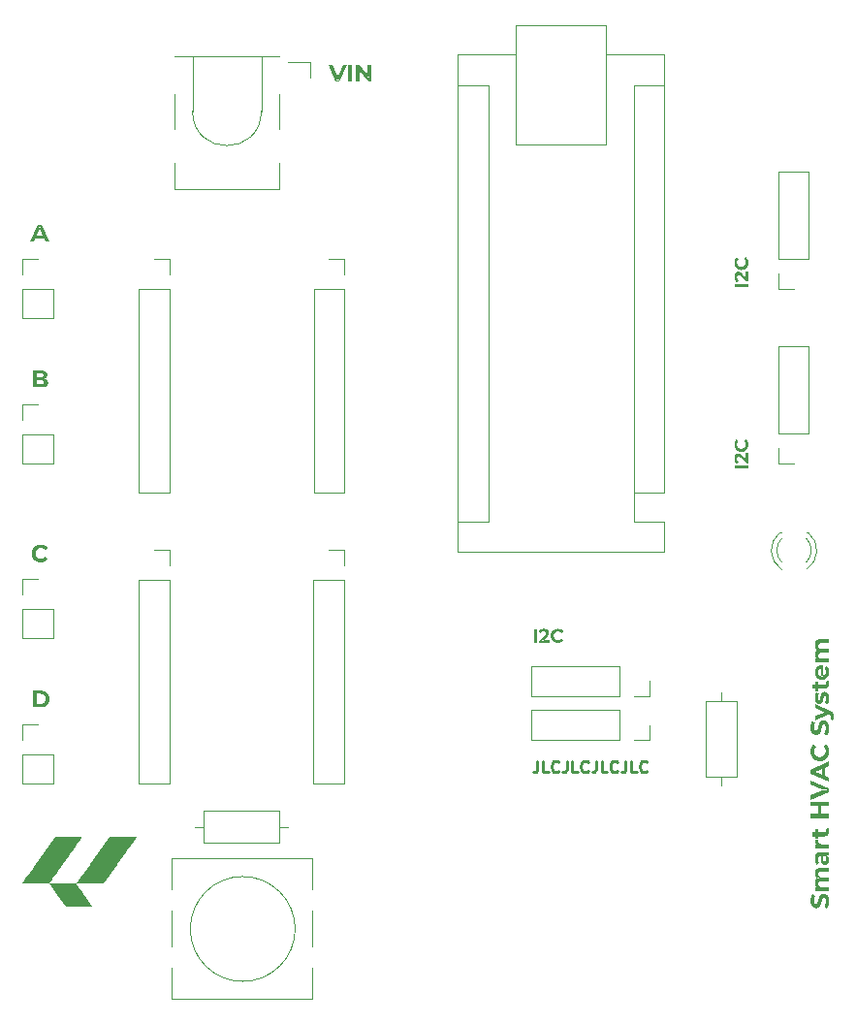
<source format=gbr>
%TF.GenerationSoftware,KiCad,Pcbnew,(7.0.0-0)*%
%TF.CreationDate,2023-05-27T19:41:02+07:00*%
%TF.ProjectId,Office HVAC,4f666669-6365-4204-9856-41432e6b6963,rev?*%
%TF.SameCoordinates,Original*%
%TF.FileFunction,Legend,Top*%
%TF.FilePolarity,Positive*%
%FSLAX46Y46*%
G04 Gerber Fmt 4.6, Leading zero omitted, Abs format (unit mm)*
G04 Created by KiCad (PCBNEW (7.0.0-0)) date 2023-05-27 19:41:02*
%MOMM*%
%LPD*%
G01*
G04 APERTURE LIST*
%ADD10C,0.250000*%
%ADD11C,0.300000*%
%ADD12C,0.120000*%
G04 APERTURE END LIST*
D10*
X164273809Y-123782380D02*
X164273809Y-124496666D01*
X164273809Y-124496666D02*
X164226190Y-124639523D01*
X164226190Y-124639523D02*
X164130952Y-124734761D01*
X164130952Y-124734761D02*
X163988095Y-124782380D01*
X163988095Y-124782380D02*
X163892857Y-124782380D01*
X165226190Y-124782380D02*
X164750000Y-124782380D01*
X164750000Y-124782380D02*
X164750000Y-123782380D01*
X166130952Y-124687142D02*
X166083333Y-124734761D01*
X166083333Y-124734761D02*
X165940476Y-124782380D01*
X165940476Y-124782380D02*
X165845238Y-124782380D01*
X165845238Y-124782380D02*
X165702381Y-124734761D01*
X165702381Y-124734761D02*
X165607143Y-124639523D01*
X165607143Y-124639523D02*
X165559524Y-124544285D01*
X165559524Y-124544285D02*
X165511905Y-124353809D01*
X165511905Y-124353809D02*
X165511905Y-124210952D01*
X165511905Y-124210952D02*
X165559524Y-124020476D01*
X165559524Y-124020476D02*
X165607143Y-123925238D01*
X165607143Y-123925238D02*
X165702381Y-123830000D01*
X165702381Y-123830000D02*
X165845238Y-123782380D01*
X165845238Y-123782380D02*
X165940476Y-123782380D01*
X165940476Y-123782380D02*
X166083333Y-123830000D01*
X166083333Y-123830000D02*
X166130952Y-123877619D01*
X166845238Y-123782380D02*
X166845238Y-124496666D01*
X166845238Y-124496666D02*
X166797619Y-124639523D01*
X166797619Y-124639523D02*
X166702381Y-124734761D01*
X166702381Y-124734761D02*
X166559524Y-124782380D01*
X166559524Y-124782380D02*
X166464286Y-124782380D01*
X167797619Y-124782380D02*
X167321429Y-124782380D01*
X167321429Y-124782380D02*
X167321429Y-123782380D01*
X168702381Y-124687142D02*
X168654762Y-124734761D01*
X168654762Y-124734761D02*
X168511905Y-124782380D01*
X168511905Y-124782380D02*
X168416667Y-124782380D01*
X168416667Y-124782380D02*
X168273810Y-124734761D01*
X168273810Y-124734761D02*
X168178572Y-124639523D01*
X168178572Y-124639523D02*
X168130953Y-124544285D01*
X168130953Y-124544285D02*
X168083334Y-124353809D01*
X168083334Y-124353809D02*
X168083334Y-124210952D01*
X168083334Y-124210952D02*
X168130953Y-124020476D01*
X168130953Y-124020476D02*
X168178572Y-123925238D01*
X168178572Y-123925238D02*
X168273810Y-123830000D01*
X168273810Y-123830000D02*
X168416667Y-123782380D01*
X168416667Y-123782380D02*
X168511905Y-123782380D01*
X168511905Y-123782380D02*
X168654762Y-123830000D01*
X168654762Y-123830000D02*
X168702381Y-123877619D01*
X169416667Y-123782380D02*
X169416667Y-124496666D01*
X169416667Y-124496666D02*
X169369048Y-124639523D01*
X169369048Y-124639523D02*
X169273810Y-124734761D01*
X169273810Y-124734761D02*
X169130953Y-124782380D01*
X169130953Y-124782380D02*
X169035715Y-124782380D01*
X170369048Y-124782380D02*
X169892858Y-124782380D01*
X169892858Y-124782380D02*
X169892858Y-123782380D01*
X171273810Y-124687142D02*
X171226191Y-124734761D01*
X171226191Y-124734761D02*
X171083334Y-124782380D01*
X171083334Y-124782380D02*
X170988096Y-124782380D01*
X170988096Y-124782380D02*
X170845239Y-124734761D01*
X170845239Y-124734761D02*
X170750001Y-124639523D01*
X170750001Y-124639523D02*
X170702382Y-124544285D01*
X170702382Y-124544285D02*
X170654763Y-124353809D01*
X170654763Y-124353809D02*
X170654763Y-124210952D01*
X170654763Y-124210952D02*
X170702382Y-124020476D01*
X170702382Y-124020476D02*
X170750001Y-123925238D01*
X170750001Y-123925238D02*
X170845239Y-123830000D01*
X170845239Y-123830000D02*
X170988096Y-123782380D01*
X170988096Y-123782380D02*
X171083334Y-123782380D01*
X171083334Y-123782380D02*
X171226191Y-123830000D01*
X171226191Y-123830000D02*
X171273810Y-123877619D01*
X171988096Y-123782380D02*
X171988096Y-124496666D01*
X171988096Y-124496666D02*
X171940477Y-124639523D01*
X171940477Y-124639523D02*
X171845239Y-124734761D01*
X171845239Y-124734761D02*
X171702382Y-124782380D01*
X171702382Y-124782380D02*
X171607144Y-124782380D01*
X172940477Y-124782380D02*
X172464287Y-124782380D01*
X172464287Y-124782380D02*
X172464287Y-123782380D01*
X173845239Y-124687142D02*
X173797620Y-124734761D01*
X173797620Y-124734761D02*
X173654763Y-124782380D01*
X173654763Y-124782380D02*
X173559525Y-124782380D01*
X173559525Y-124782380D02*
X173416668Y-124734761D01*
X173416668Y-124734761D02*
X173321430Y-124639523D01*
X173321430Y-124639523D02*
X173273811Y-124544285D01*
X173273811Y-124544285D02*
X173226192Y-124353809D01*
X173226192Y-124353809D02*
X173226192Y-124210952D01*
X173226192Y-124210952D02*
X173273811Y-124020476D01*
X173273811Y-124020476D02*
X173321430Y-123925238D01*
X173321430Y-123925238D02*
X173416668Y-123830000D01*
X173416668Y-123830000D02*
X173559525Y-123782380D01*
X173559525Y-123782380D02*
X173654763Y-123782380D01*
X173654763Y-123782380D02*
X173797620Y-123830000D01*
X173797620Y-123830000D02*
X173845239Y-123877619D01*
D11*
G36*
X120892808Y-106450279D02*
G01*
X120871652Y-106450061D01*
X120850682Y-106449409D01*
X120829898Y-106448321D01*
X120809300Y-106446798D01*
X120788888Y-106444840D01*
X120768662Y-106442448D01*
X120748622Y-106439620D01*
X120728769Y-106436357D01*
X120709101Y-106432659D01*
X120689619Y-106428526D01*
X120670324Y-106423958D01*
X120651214Y-106418954D01*
X120632290Y-106413516D01*
X120613553Y-106407643D01*
X120595001Y-106401335D01*
X120576636Y-106394591D01*
X120558560Y-106387446D01*
X120540784Y-106379931D01*
X120523308Y-106372047D01*
X120506134Y-106363794D01*
X120489259Y-106355171D01*
X120472686Y-106346180D01*
X120456413Y-106336819D01*
X120440440Y-106327089D01*
X120424768Y-106316989D01*
X120409396Y-106306521D01*
X120394325Y-106295683D01*
X120379555Y-106284476D01*
X120365085Y-106272900D01*
X120350915Y-106260954D01*
X120337047Y-106248639D01*
X120323478Y-106235956D01*
X120310291Y-106222948D01*
X120297472Y-106209663D01*
X120285023Y-106196101D01*
X120272943Y-106182260D01*
X120261232Y-106168142D01*
X120249891Y-106153747D01*
X120238918Y-106139074D01*
X120228315Y-106124123D01*
X120218081Y-106108894D01*
X120208217Y-106093388D01*
X120198721Y-106077605D01*
X120189595Y-106061543D01*
X120180838Y-106045204D01*
X120172450Y-106028588D01*
X120164432Y-106011693D01*
X120156782Y-105994521D01*
X120149551Y-105977103D01*
X120142786Y-105959471D01*
X120136488Y-105941623D01*
X120130656Y-105923561D01*
X120125291Y-105905285D01*
X120120392Y-105886793D01*
X120115960Y-105868087D01*
X120111994Y-105849166D01*
X120108495Y-105830031D01*
X120105463Y-105810681D01*
X120102897Y-105791116D01*
X120100797Y-105771337D01*
X120099165Y-105751343D01*
X120097998Y-105731134D01*
X120097298Y-105710711D01*
X120097065Y-105690073D01*
X120097298Y-105669435D01*
X120097998Y-105649011D01*
X120099165Y-105628803D01*
X120100797Y-105608809D01*
X120102897Y-105589029D01*
X120105463Y-105569465D01*
X120108495Y-105550114D01*
X120111994Y-105530979D01*
X120115960Y-105512058D01*
X120120392Y-105493352D01*
X120125291Y-105474861D01*
X120130656Y-105456584D01*
X120136488Y-105438522D01*
X120142786Y-105420675D01*
X120149551Y-105403042D01*
X120156782Y-105385624D01*
X120164436Y-105368409D01*
X120172467Y-105351478D01*
X120180877Y-105334830D01*
X120189664Y-105318465D01*
X120198828Y-105302384D01*
X120208371Y-105286585D01*
X120218292Y-105271071D01*
X120228590Y-105255840D01*
X120239266Y-105240892D01*
X120250320Y-105226227D01*
X120261752Y-105211846D01*
X120273561Y-105197748D01*
X120285748Y-105183933D01*
X120298314Y-105170402D01*
X120311257Y-105157154D01*
X120324577Y-105144190D01*
X120338274Y-105131506D01*
X120352255Y-105119191D01*
X120366519Y-105107246D01*
X120381066Y-105095670D01*
X120395897Y-105084463D01*
X120411011Y-105073625D01*
X120426408Y-105063156D01*
X120442089Y-105053057D01*
X120458053Y-105043327D01*
X120474300Y-105033966D01*
X120490831Y-105024974D01*
X120507645Y-105016352D01*
X120524742Y-105008099D01*
X120542123Y-105000215D01*
X120559787Y-104992700D01*
X120577735Y-104985554D01*
X120595976Y-104978811D01*
X120614429Y-104972503D01*
X120633093Y-104966629D01*
X120651970Y-104961191D01*
X120671058Y-104956188D01*
X120690358Y-104951620D01*
X120709869Y-104947487D01*
X120729593Y-104943789D01*
X120749528Y-104940526D01*
X120769676Y-104937698D01*
X120790035Y-104935305D01*
X120810605Y-104933347D01*
X120831388Y-104931825D01*
X120852382Y-104930737D01*
X120873588Y-104930084D01*
X120895006Y-104929867D01*
X120918723Y-104930126D01*
X120942153Y-104930903D01*
X120965297Y-104932198D01*
X120988155Y-104934011D01*
X121010726Y-104936343D01*
X121033011Y-104939192D01*
X121055010Y-104942559D01*
X121076723Y-104946445D01*
X121098150Y-104950848D01*
X121119290Y-104955770D01*
X121140144Y-104961210D01*
X121160712Y-104967167D01*
X121180994Y-104973643D01*
X121200989Y-104980637D01*
X121220699Y-104988149D01*
X121240122Y-104996179D01*
X121259254Y-105004665D01*
X121278000Y-105013638D01*
X121296360Y-105023098D01*
X121314333Y-105033044D01*
X121331920Y-105043477D01*
X121349121Y-105054396D01*
X121365935Y-105065802D01*
X121382363Y-105077695D01*
X121398404Y-105090074D01*
X121414059Y-105102940D01*
X121429327Y-105116292D01*
X121444209Y-105130131D01*
X121458705Y-105144456D01*
X121472814Y-105159268D01*
X121486537Y-105174567D01*
X121499874Y-105190352D01*
X121281154Y-105391852D01*
X121266855Y-105376089D01*
X121252260Y-105361086D01*
X121237369Y-105346843D01*
X121222181Y-105333360D01*
X121206697Y-105320637D01*
X121190917Y-105308673D01*
X121174841Y-105297470D01*
X121158468Y-105287026D01*
X121141799Y-105277343D01*
X121124834Y-105268419D01*
X121113360Y-105262892D01*
X121095901Y-105255166D01*
X121078146Y-105248200D01*
X121060094Y-105241994D01*
X121041747Y-105236548D01*
X121023103Y-105231862D01*
X121004163Y-105227936D01*
X120984927Y-105224769D01*
X120965394Y-105222363D01*
X120945565Y-105220716D01*
X120925440Y-105219830D01*
X120911859Y-105219661D01*
X120892705Y-105219957D01*
X120873846Y-105220846D01*
X120855284Y-105222327D01*
X120837018Y-105224401D01*
X120819048Y-105227067D01*
X120801375Y-105230326D01*
X120783997Y-105234177D01*
X120766916Y-105238620D01*
X120750132Y-105243656D01*
X120733643Y-105249285D01*
X120722815Y-105253367D01*
X120706875Y-105259878D01*
X120691341Y-105266912D01*
X120676212Y-105274467D01*
X120661489Y-105282544D01*
X120647172Y-105291143D01*
X120633261Y-105300263D01*
X120619755Y-105309904D01*
X120606655Y-105320068D01*
X120593961Y-105330753D01*
X120581672Y-105341959D01*
X120573705Y-105349720D01*
X120562138Y-105361738D01*
X120551066Y-105374162D01*
X120540491Y-105386992D01*
X120530411Y-105400227D01*
X120520827Y-105413868D01*
X120511739Y-105427915D01*
X120503147Y-105442367D01*
X120495051Y-105457225D01*
X120487451Y-105472489D01*
X120480347Y-105488159D01*
X120475886Y-105498831D01*
X120469731Y-105515141D01*
X120464182Y-105531786D01*
X120459238Y-105548766D01*
X120454900Y-105566081D01*
X120451167Y-105583731D01*
X120448039Y-105601716D01*
X120445517Y-105620036D01*
X120443600Y-105638690D01*
X120442288Y-105657680D01*
X120441582Y-105677004D01*
X120441448Y-105690073D01*
X120441750Y-105709555D01*
X120442658Y-105728708D01*
X120444172Y-105747534D01*
X120446290Y-105766030D01*
X120449015Y-105784199D01*
X120452344Y-105802039D01*
X120456279Y-105819550D01*
X120460819Y-105836733D01*
X120465965Y-105853588D01*
X120471715Y-105870114D01*
X120475886Y-105880949D01*
X120482660Y-105896889D01*
X120489929Y-105912423D01*
X120497695Y-105927552D01*
X120505956Y-105942275D01*
X120514714Y-105956592D01*
X120523967Y-105970503D01*
X120533716Y-105984009D01*
X120543961Y-105997109D01*
X120554702Y-106009803D01*
X120565938Y-106022092D01*
X120573705Y-106030059D01*
X120585723Y-106041616D01*
X120598147Y-106052659D01*
X120610976Y-106063186D01*
X120624212Y-106073198D01*
X120637853Y-106082695D01*
X120651899Y-106091677D01*
X120666352Y-106100143D01*
X120681210Y-106108094D01*
X120696474Y-106115530D01*
X120712143Y-106122451D01*
X120722815Y-106126779D01*
X120739106Y-106132803D01*
X120755694Y-106138234D01*
X120772577Y-106143072D01*
X120789757Y-106147318D01*
X120807233Y-106150972D01*
X120825005Y-106154033D01*
X120843074Y-106156502D01*
X120861438Y-106158378D01*
X120880099Y-106159662D01*
X120899057Y-106160353D01*
X120911859Y-106160484D01*
X120932182Y-106160108D01*
X120952208Y-106158978D01*
X120971938Y-106157094D01*
X120991372Y-106154457D01*
X121010509Y-106151066D01*
X121029351Y-106146922D01*
X121047896Y-106142024D01*
X121066144Y-106136373D01*
X121084097Y-106129969D01*
X121101753Y-106122811D01*
X121113360Y-106117620D01*
X121130522Y-106109118D01*
X121147389Y-106099824D01*
X121163959Y-106089738D01*
X121180233Y-106078860D01*
X121196210Y-106067189D01*
X121211892Y-106054727D01*
X121227277Y-106041472D01*
X121242366Y-106027426D01*
X121257158Y-106012587D01*
X121271655Y-105996956D01*
X121281154Y-105986095D01*
X121499874Y-106187595D01*
X121486537Y-106203386D01*
X121472814Y-106218702D01*
X121458705Y-106233543D01*
X121444209Y-106247908D01*
X121429327Y-106261799D01*
X121414059Y-106275214D01*
X121398404Y-106288154D01*
X121382363Y-106300619D01*
X121365935Y-106312609D01*
X121349121Y-106324123D01*
X121331920Y-106335163D01*
X121314333Y-106345727D01*
X121296360Y-106355817D01*
X121278000Y-106365431D01*
X121259254Y-106374570D01*
X121240122Y-106383234D01*
X121220690Y-106391353D01*
X121200955Y-106398948D01*
X121180917Y-106406019D01*
X121160575Y-106412566D01*
X121139930Y-106418590D01*
X121118981Y-106424089D01*
X121097729Y-106429065D01*
X121076174Y-106433517D01*
X121054315Y-106437446D01*
X121032153Y-106440850D01*
X121009687Y-106443731D01*
X120986918Y-106446088D01*
X120963846Y-106447922D01*
X120940470Y-106449231D01*
X120916791Y-106450017D01*
X120892808Y-106450279D01*
G37*
G36*
X146665125Y-64515000D02*
G01*
X146030949Y-63045146D01*
X146398778Y-63045146D01*
X146953087Y-64346838D01*
X146736566Y-64346838D01*
X147299668Y-63045146D01*
X147637456Y-63045146D01*
X147001448Y-64515000D01*
X146665125Y-64515000D01*
G37*
G36*
X147758722Y-64515000D02*
G01*
X147758722Y-63045146D01*
X148098709Y-63045146D01*
X148098709Y-64515000D01*
X147758722Y-64515000D01*
G37*
G36*
X148447487Y-64515000D02*
G01*
X148447487Y-63045146D01*
X148728855Y-63045146D01*
X149596039Y-64103572D01*
X149459752Y-64103572D01*
X149459752Y-63045146D01*
X149795708Y-63045146D01*
X149795708Y-64515000D01*
X149516172Y-64515000D01*
X148646789Y-63456573D01*
X148783443Y-63456573D01*
X148783443Y-64515000D01*
X148447487Y-64515000D01*
G37*
G36*
X182676000Y-82410488D02*
G01*
X181500117Y-82410488D01*
X181500117Y-82138499D01*
X182676000Y-82138499D01*
X182676000Y-82410488D01*
G37*
G36*
X182676000Y-81943593D02*
G01*
X182499558Y-81943593D01*
X182071059Y-81489888D01*
X182062027Y-81480081D01*
X182053175Y-81470774D01*
X182044503Y-81461967D01*
X182036011Y-81453659D01*
X182024970Y-81443360D01*
X182014249Y-81433949D01*
X182003849Y-81425426D01*
X181993770Y-81417792D01*
X181984011Y-81411046D01*
X181972085Y-81403563D01*
X181960489Y-81396867D01*
X181949222Y-81390958D01*
X181938284Y-81385836D01*
X181925593Y-81380728D01*
X181913376Y-81376755D01*
X181901571Y-81373567D01*
X181890116Y-81371039D01*
X181877195Y-81368924D01*
X181864751Y-81367705D01*
X181854464Y-81367376D01*
X181841509Y-81367796D01*
X181829130Y-81369055D01*
X181817329Y-81371155D01*
X181802491Y-81375260D01*
X181788679Y-81380859D01*
X181775893Y-81387950D01*
X181764133Y-81396535D01*
X181753398Y-81406612D01*
X181746020Y-81415150D01*
X181737159Y-81427794D01*
X181731288Y-81438196D01*
X181726082Y-81449387D01*
X181721541Y-81461367D01*
X181717664Y-81474134D01*
X181714452Y-81487690D01*
X181711904Y-81502034D01*
X181710021Y-81517166D01*
X181708802Y-81533087D01*
X181708249Y-81549796D01*
X181708212Y-81555540D01*
X181708464Y-81569294D01*
X181709221Y-81582856D01*
X181710484Y-81596228D01*
X181712251Y-81609410D01*
X181714523Y-81622400D01*
X181717300Y-81635201D01*
X181720582Y-81647810D01*
X181724368Y-81660229D01*
X181728660Y-81672457D01*
X181733456Y-81684495D01*
X181736935Y-81692414D01*
X181742549Y-81704059D01*
X181748729Y-81715364D01*
X181755477Y-81726330D01*
X181762791Y-81736955D01*
X181770672Y-81747240D01*
X181779119Y-81757185D01*
X181788133Y-81766790D01*
X181797714Y-81776055D01*
X181807862Y-81784980D01*
X181818577Y-81793565D01*
X181826034Y-81799099D01*
X181698247Y-81997229D01*
X181685808Y-81988630D01*
X181673700Y-81979612D01*
X181661922Y-81970174D01*
X181650473Y-81960318D01*
X181639353Y-81950043D01*
X181628564Y-81939348D01*
X181618104Y-81928235D01*
X181607974Y-81916702D01*
X181598174Y-81904751D01*
X181588704Y-81892380D01*
X181579563Y-81879591D01*
X181570752Y-81866382D01*
X181562270Y-81852754D01*
X181554119Y-81838708D01*
X181546297Y-81824242D01*
X181538805Y-81809357D01*
X181531671Y-81794082D01*
X181524997Y-81778519D01*
X181518784Y-81762667D01*
X181513031Y-81746526D01*
X181507738Y-81730097D01*
X181502906Y-81713379D01*
X181498533Y-81696373D01*
X181494621Y-81679078D01*
X181491169Y-81661495D01*
X181488178Y-81643623D01*
X181485646Y-81625463D01*
X181483575Y-81607015D01*
X181481965Y-81588277D01*
X181480814Y-81569252D01*
X181480124Y-81549937D01*
X181479893Y-81530334D01*
X181480061Y-81514086D01*
X181480562Y-81498094D01*
X181481398Y-81482359D01*
X181482568Y-81466880D01*
X181484072Y-81451658D01*
X181485911Y-81436692D01*
X181488084Y-81421982D01*
X181490591Y-81407529D01*
X181493433Y-81393333D01*
X181496609Y-81379392D01*
X181500119Y-81365709D01*
X181503964Y-81352281D01*
X181508142Y-81339111D01*
X181512656Y-81326196D01*
X181517503Y-81313538D01*
X181522685Y-81301137D01*
X181528169Y-81288999D01*
X181533923Y-81277204D01*
X181539947Y-81265753D01*
X181546242Y-81254645D01*
X181552807Y-81243881D01*
X181559642Y-81233460D01*
X181566747Y-81223383D01*
X181574122Y-81213649D01*
X181581768Y-81204259D01*
X181589684Y-81195212D01*
X181597870Y-81186508D01*
X181606326Y-81178148D01*
X181615052Y-81170132D01*
X181624049Y-81162459D01*
X181633315Y-81155129D01*
X181642852Y-81148143D01*
X181652607Y-81141506D01*
X181662599Y-81135298D01*
X181672830Y-81129517D01*
X181683299Y-81124165D01*
X181694006Y-81119241D01*
X181704951Y-81114745D01*
X181716134Y-81110677D01*
X181727556Y-81107037D01*
X181739215Y-81103826D01*
X181751113Y-81101043D01*
X181763249Y-81098688D01*
X181775623Y-81096761D01*
X181788235Y-81095262D01*
X181801085Y-81094192D01*
X181814173Y-81093549D01*
X181827500Y-81093335D01*
X181841774Y-81093560D01*
X181856021Y-81094233D01*
X181870241Y-81095355D01*
X181884433Y-81096926D01*
X181898597Y-81098945D01*
X181912734Y-81101413D01*
X181926844Y-81104331D01*
X181940926Y-81107697D01*
X181955086Y-81111731D01*
X181969429Y-81116654D01*
X181983956Y-81122466D01*
X181994971Y-81127407D01*
X182006089Y-81132849D01*
X182017310Y-81138790D01*
X182028634Y-81145231D01*
X182040061Y-81152171D01*
X182051591Y-81159612D01*
X182059335Y-81164849D01*
X182071119Y-81173221D01*
X182083172Y-81182287D01*
X182095492Y-81192049D01*
X182108080Y-81202507D01*
X182120936Y-81213660D01*
X182134060Y-81225509D01*
X182142958Y-81233795D01*
X182151975Y-81242389D01*
X182161111Y-81251293D01*
X182170366Y-81260506D01*
X182179741Y-81270028D01*
X182189234Y-81279859D01*
X182198847Y-81290000D01*
X182553487Y-81666329D01*
X182454129Y-81718499D01*
X182454129Y-81054940D01*
X182676000Y-81054940D01*
X182676000Y-81943593D01*
G37*
G36*
X182696223Y-80306092D02*
G01*
X182696049Y-80323016D01*
X182695527Y-80339793D01*
X182694657Y-80356420D01*
X182693438Y-80372898D01*
X182691872Y-80389228D01*
X182689958Y-80405408D01*
X182687696Y-80421440D01*
X182685085Y-80437323D01*
X182682127Y-80453057D01*
X182678821Y-80468643D01*
X182675166Y-80484079D01*
X182671163Y-80499367D01*
X182666813Y-80514506D01*
X182662114Y-80529496D01*
X182657068Y-80544337D01*
X182651673Y-80559030D01*
X182645956Y-80573491D01*
X182639945Y-80587711D01*
X182633637Y-80601691D01*
X182627035Y-80615431D01*
X182620137Y-80628931D01*
X182612944Y-80642190D01*
X182605455Y-80655208D01*
X182597671Y-80667986D01*
X182589591Y-80680524D01*
X182581216Y-80692821D01*
X182572546Y-80704878D01*
X182563581Y-80716694D01*
X182554320Y-80728270D01*
X182544763Y-80739606D01*
X182534911Y-80750701D01*
X182524764Y-80761556D01*
X182514358Y-80772106D01*
X182503730Y-80782361D01*
X182492880Y-80792320D01*
X182481808Y-80801984D01*
X182470514Y-80811353D01*
X182458997Y-80820426D01*
X182447259Y-80829204D01*
X182435298Y-80837686D01*
X182423115Y-80845873D01*
X182410711Y-80853765D01*
X182398084Y-80861361D01*
X182385234Y-80868662D01*
X182372163Y-80875668D01*
X182358870Y-80882378D01*
X182345355Y-80888793D01*
X182331617Y-80894912D01*
X182317683Y-80900697D01*
X182303576Y-80906109D01*
X182289299Y-80911148D01*
X182274849Y-80915813D01*
X182260228Y-80920106D01*
X182245434Y-80924024D01*
X182230470Y-80927570D01*
X182215333Y-80930743D01*
X182200025Y-80933542D01*
X182184545Y-80935968D01*
X182168893Y-80938021D01*
X182153069Y-80939700D01*
X182137074Y-80941007D01*
X182120907Y-80941940D01*
X182104569Y-80942500D01*
X182088058Y-80942686D01*
X182071548Y-80942500D01*
X182055209Y-80941940D01*
X182039042Y-80941007D01*
X182023047Y-80939700D01*
X182007223Y-80938021D01*
X181991572Y-80935968D01*
X181976091Y-80933542D01*
X181960783Y-80930743D01*
X181945647Y-80927570D01*
X181930682Y-80924024D01*
X181915889Y-80920106D01*
X181901267Y-80915813D01*
X181886818Y-80911148D01*
X181872540Y-80906109D01*
X181858434Y-80900697D01*
X181844499Y-80894912D01*
X181830727Y-80888789D01*
X181817182Y-80882364D01*
X181803864Y-80875637D01*
X181790772Y-80868607D01*
X181777907Y-80861275D01*
X181765268Y-80853641D01*
X181752857Y-80845705D01*
X181740672Y-80837466D01*
X181728713Y-80828925D01*
X181716981Y-80820082D01*
X181705477Y-80810937D01*
X181694198Y-80801489D01*
X181683147Y-80791740D01*
X181672322Y-80781687D01*
X181661723Y-80771333D01*
X181651352Y-80760676D01*
X181641205Y-80749719D01*
X181631353Y-80738534D01*
X181621797Y-80727123D01*
X181612536Y-80715485D01*
X181603570Y-80703621D01*
X181594900Y-80691530D01*
X181586525Y-80679212D01*
X181578445Y-80666667D01*
X181570661Y-80653896D01*
X181563173Y-80640898D01*
X181555979Y-80627674D01*
X181549081Y-80614222D01*
X181542479Y-80600544D01*
X181536172Y-80586640D01*
X181530160Y-80572508D01*
X181524443Y-80558150D01*
X181519049Y-80543557D01*
X181514002Y-80528795D01*
X181509303Y-80513864D01*
X181504953Y-80498763D01*
X181500950Y-80483492D01*
X181497296Y-80468052D01*
X181493989Y-80452443D01*
X181491031Y-80436664D01*
X181488421Y-80420716D01*
X181486158Y-80404598D01*
X181484244Y-80388311D01*
X181482678Y-80371854D01*
X181481460Y-80355228D01*
X181480590Y-80338432D01*
X181480067Y-80321467D01*
X181479893Y-80304333D01*
X181480101Y-80285360D01*
X181480722Y-80266616D01*
X181481758Y-80248101D01*
X181483209Y-80229815D01*
X181485074Y-80211757D01*
X181487354Y-80193929D01*
X181490047Y-80176330D01*
X181493156Y-80158960D01*
X181496679Y-80141818D01*
X181500616Y-80124906D01*
X181504968Y-80108223D01*
X181509734Y-80091769D01*
X181514914Y-80075543D01*
X181520509Y-80059547D01*
X181526519Y-80043779D01*
X181532943Y-80028241D01*
X181539732Y-80012935D01*
X181546911Y-79997938D01*
X181554478Y-79983250D01*
X181562435Y-79968872D01*
X181570782Y-79954802D01*
X181579517Y-79941042D01*
X181588642Y-79927590D01*
X181598156Y-79914448D01*
X181608059Y-79901615D01*
X181618352Y-79889091D01*
X181629033Y-79876876D01*
X181640105Y-79864971D01*
X181651565Y-79853374D01*
X181663414Y-79842087D01*
X181675653Y-79831108D01*
X181688281Y-79820439D01*
X181849482Y-79995415D01*
X181836871Y-80006854D01*
X181824869Y-80018530D01*
X181813474Y-80030443D01*
X181802688Y-80042593D01*
X181792509Y-80054980D01*
X181782939Y-80067605D01*
X181773976Y-80080466D01*
X181765621Y-80093564D01*
X181757874Y-80106899D01*
X181750735Y-80120471D01*
X181746314Y-80129651D01*
X181740133Y-80143618D01*
X181734560Y-80157822D01*
X181729595Y-80172263D01*
X181725238Y-80186941D01*
X181721489Y-80201856D01*
X181718348Y-80217008D01*
X181715815Y-80232397D01*
X181713890Y-80248023D01*
X181712573Y-80263886D01*
X181711864Y-80279986D01*
X181711729Y-80290851D01*
X181711966Y-80306175D01*
X181712677Y-80321261D01*
X181713862Y-80336111D01*
X181715521Y-80350724D01*
X181717654Y-80365100D01*
X181720260Y-80379239D01*
X181723341Y-80393140D01*
X181726896Y-80406805D01*
X181730925Y-80420233D01*
X181735428Y-80433424D01*
X181738693Y-80442086D01*
X181743903Y-80454838D01*
X181749530Y-80467266D01*
X181755574Y-80479368D01*
X181762035Y-80491147D01*
X181768914Y-80502601D01*
X181776210Y-80513730D01*
X181783923Y-80524534D01*
X181792054Y-80535014D01*
X181800602Y-80545170D01*
X181809567Y-80555001D01*
X181815776Y-80561374D01*
X181825391Y-80570628D01*
X181835330Y-80579485D01*
X181845593Y-80587946D01*
X181856182Y-80596009D01*
X181867094Y-80603676D01*
X181878332Y-80610947D01*
X181889894Y-80617820D01*
X181901780Y-80624297D01*
X181913991Y-80630378D01*
X181926527Y-80636061D01*
X181935064Y-80639630D01*
X181948113Y-80644553D01*
X181961429Y-80648993D01*
X181975013Y-80652948D01*
X181988865Y-80656418D01*
X182002985Y-80659405D01*
X182017373Y-80661907D01*
X182032028Y-80663925D01*
X182046952Y-80665458D01*
X182062144Y-80666508D01*
X182077603Y-80667073D01*
X182088058Y-80667180D01*
X182103644Y-80666938D01*
X182118967Y-80666212D01*
X182134027Y-80665001D01*
X182148824Y-80663306D01*
X182163359Y-80661127D01*
X182177631Y-80658463D01*
X182191640Y-80655315D01*
X182205386Y-80651683D01*
X182218870Y-80647567D01*
X182232091Y-80642966D01*
X182240759Y-80639630D01*
X182253511Y-80634211D01*
X182265938Y-80628395D01*
X182278041Y-80622182D01*
X182289820Y-80615573D01*
X182301273Y-80608567D01*
X182312402Y-80601165D01*
X182323207Y-80593366D01*
X182333687Y-80585170D01*
X182343842Y-80576577D01*
X182353673Y-80567588D01*
X182360047Y-80561374D01*
X182369293Y-80551760D01*
X182378127Y-80541821D01*
X182386549Y-80531557D01*
X182394558Y-80520969D01*
X182402156Y-80510056D01*
X182409341Y-80498819D01*
X182416114Y-80487257D01*
X182422475Y-80475370D01*
X182428424Y-80463159D01*
X182433961Y-80450623D01*
X182437423Y-80442086D01*
X182442242Y-80429053D01*
X182446587Y-80415783D01*
X182450458Y-80402277D01*
X182453855Y-80388533D01*
X182456777Y-80374552D01*
X182459226Y-80360334D01*
X182461201Y-80345879D01*
X182462702Y-80331188D01*
X182463729Y-80316259D01*
X182464282Y-80301093D01*
X182464387Y-80290851D01*
X182464086Y-80274593D01*
X182463182Y-80258572D01*
X182461675Y-80242788D01*
X182459565Y-80227241D01*
X182456853Y-80211931D01*
X182453537Y-80196858D01*
X182449619Y-80182022D01*
X182445098Y-80167423D01*
X182439975Y-80153061D01*
X182434248Y-80138936D01*
X182430096Y-80129651D01*
X182423294Y-80115921D01*
X182415859Y-80102427D01*
X182407790Y-80089171D01*
X182399088Y-80076152D01*
X182389751Y-80063370D01*
X182379781Y-80050825D01*
X182369178Y-80038517D01*
X182357940Y-80026446D01*
X182346069Y-80014612D01*
X182333565Y-80003014D01*
X182324876Y-79995415D01*
X182486076Y-79820439D01*
X182498709Y-79831108D01*
X182510962Y-79842087D01*
X182522834Y-79853374D01*
X182534326Y-79864971D01*
X182545439Y-79876876D01*
X182556171Y-79889091D01*
X182566523Y-79901615D01*
X182576495Y-79914448D01*
X182586087Y-79927590D01*
X182595299Y-79941042D01*
X182604130Y-79954802D01*
X182612582Y-79968872D01*
X182620653Y-79983250D01*
X182628345Y-79997938D01*
X182635656Y-80012935D01*
X182642587Y-80028241D01*
X182649082Y-80043786D01*
X182655158Y-80059574D01*
X182660815Y-80075605D01*
X182666053Y-80091878D01*
X182670872Y-80108395D01*
X182675271Y-80125153D01*
X182679252Y-80142155D01*
X182682814Y-80159399D01*
X182685957Y-80176886D01*
X182688680Y-80194616D01*
X182690985Y-80212589D01*
X182692871Y-80230804D01*
X182694337Y-80249262D01*
X182695385Y-80267962D01*
X182696013Y-80286906D01*
X182696223Y-80306092D01*
G37*
G36*
X120924662Y-89715249D02*
G01*
X120941592Y-89715557D01*
X120958253Y-89716070D01*
X120974645Y-89716789D01*
X120990768Y-89717713D01*
X121006622Y-89718843D01*
X121022206Y-89720177D01*
X121037522Y-89721718D01*
X121052569Y-89723463D01*
X121067347Y-89725414D01*
X121081855Y-89727571D01*
X121110065Y-89732499D01*
X121137199Y-89738250D01*
X121163257Y-89744821D01*
X121188238Y-89752214D01*
X121212143Y-89760429D01*
X121234972Y-89769465D01*
X121256725Y-89779322D01*
X121277402Y-89790001D01*
X121297003Y-89801502D01*
X121315527Y-89813824D01*
X121324385Y-89820293D01*
X121341288Y-89833653D01*
X121357101Y-89847541D01*
X121371822Y-89861955D01*
X121385454Y-89876896D01*
X121397995Y-89892363D01*
X121409445Y-89908357D01*
X121419805Y-89924878D01*
X121429074Y-89941926D01*
X121437253Y-89959500D01*
X121444341Y-89977600D01*
X121450339Y-89996228D01*
X121455246Y-90015382D01*
X121459063Y-90035062D01*
X121461789Y-90055269D01*
X121463425Y-90076003D01*
X121463970Y-90097264D01*
X121463471Y-90118635D01*
X121461974Y-90139472D01*
X121459478Y-90159774D01*
X121455985Y-90179541D01*
X121451493Y-90198774D01*
X121446003Y-90217473D01*
X121439514Y-90235637D01*
X121432028Y-90253266D01*
X121423543Y-90270361D01*
X121414060Y-90286922D01*
X121407184Y-90297665D01*
X121396231Y-90313264D01*
X121384532Y-90328187D01*
X121372086Y-90342433D01*
X121358892Y-90356003D01*
X121344952Y-90368897D01*
X121330264Y-90381115D01*
X121314830Y-90392656D01*
X121298648Y-90403522D01*
X121281720Y-90413711D01*
X121270859Y-90419555D01*
X121283227Y-90423758D01*
X121296968Y-90428862D01*
X121310464Y-90434319D01*
X121330172Y-90443148D01*
X121349043Y-90452738D01*
X121367078Y-90463087D01*
X121384275Y-90474196D01*
X121400634Y-90486064D01*
X121416157Y-90498693D01*
X121430842Y-90512082D01*
X121444690Y-90526231D01*
X121457701Y-90541139D01*
X121469875Y-90556808D01*
X121477526Y-90567676D01*
X121488263Y-90584579D01*
X121497945Y-90602177D01*
X121506570Y-90620471D01*
X121514139Y-90639460D01*
X121520652Y-90659145D01*
X121526109Y-90679526D01*
X121530510Y-90700602D01*
X121533854Y-90722373D01*
X121535497Y-90737274D01*
X121536671Y-90752484D01*
X121537375Y-90768003D01*
X121537609Y-90783831D01*
X121537027Y-90807138D01*
X121535280Y-90829798D01*
X121532367Y-90851811D01*
X121528290Y-90873178D01*
X121523048Y-90893897D01*
X121516641Y-90913970D01*
X121509069Y-90933396D01*
X121500332Y-90952175D01*
X121490430Y-90970307D01*
X121479363Y-90987792D01*
X121467132Y-91004631D01*
X121453735Y-91020823D01*
X121439173Y-91036367D01*
X121423447Y-91051265D01*
X121406555Y-91065516D01*
X121388499Y-91079120D01*
X121369311Y-91091942D01*
X121349023Y-91103936D01*
X121327637Y-91115103D01*
X121305151Y-91125442D01*
X121281567Y-91134955D01*
X121256883Y-91143640D01*
X121231100Y-91151499D01*
X121204218Y-91158530D01*
X121176237Y-91164734D01*
X121161834Y-91167525D01*
X121147157Y-91170110D01*
X121132204Y-91172488D01*
X121116977Y-91174660D01*
X121101476Y-91176624D01*
X121085699Y-91178382D01*
X121069648Y-91179933D01*
X121053322Y-91181277D01*
X121036721Y-91182415D01*
X121019845Y-91183345D01*
X121002695Y-91184069D01*
X120985269Y-91184586D01*
X120967570Y-91184896D01*
X120949595Y-91185000D01*
X120189389Y-91185000D01*
X120189389Y-90565478D01*
X120527543Y-90565478D01*
X120527543Y-90928911D01*
X120924316Y-90928911D01*
X120940597Y-90928743D01*
X120956378Y-90928241D01*
X120971658Y-90927404D01*
X120986437Y-90926232D01*
X121007667Y-90923846D01*
X121027769Y-90920706D01*
X121046745Y-90916813D01*
X121064593Y-90912167D01*
X121081315Y-90906767D01*
X121096909Y-90900614D01*
X121111376Y-90893707D01*
X121124717Y-90886046D01*
X121136960Y-90877490D01*
X121151412Y-90864678D01*
X121163722Y-90850264D01*
X121173892Y-90834247D01*
X121181920Y-90816627D01*
X121186537Y-90802361D01*
X121189949Y-90787192D01*
X121192157Y-90771122D01*
X121193160Y-90754151D01*
X121193227Y-90748293D01*
X121192625Y-90731398D01*
X121190818Y-90715333D01*
X121187808Y-90700100D01*
X121183593Y-90685697D01*
X121176099Y-90667785D01*
X121166465Y-90651350D01*
X121154690Y-90636392D01*
X121140774Y-90622911D01*
X121128932Y-90613769D01*
X121124717Y-90610907D01*
X121111376Y-90602788D01*
X121096909Y-90595468D01*
X121081315Y-90588946D01*
X121064593Y-90583223D01*
X121046745Y-90578299D01*
X121027769Y-90574173D01*
X121007667Y-90570846D01*
X120986437Y-90568317D01*
X120971658Y-90567075D01*
X120956378Y-90566187D01*
X120940597Y-90565655D01*
X120924316Y-90565478D01*
X120527543Y-90565478D01*
X120189389Y-90565478D01*
X120189389Y-89971235D01*
X120527543Y-89971235D01*
X120527543Y-90317815D01*
X120865331Y-90317815D01*
X120880628Y-90317648D01*
X120895470Y-90317146D01*
X120916880Y-90315764D01*
X120937266Y-90313629D01*
X120956628Y-90310741D01*
X120974965Y-90307099D01*
X120992279Y-90302704D01*
X121008569Y-90297555D01*
X121023835Y-90291653D01*
X121038077Y-90284997D01*
X121051296Y-90277588D01*
X121055474Y-90274951D01*
X121071016Y-90263439D01*
X121084485Y-90250519D01*
X121095883Y-90236190D01*
X121105208Y-90220454D01*
X121112461Y-90203309D01*
X121117641Y-90184756D01*
X121120167Y-90169918D01*
X121121527Y-90154287D01*
X121121786Y-90143426D01*
X121121203Y-90127663D01*
X121119455Y-90112660D01*
X121115310Y-90093838D01*
X121109093Y-90076367D01*
X121100804Y-90060247D01*
X121090443Y-90045478D01*
X121078010Y-90032060D01*
X121063504Y-90019993D01*
X121055474Y-90014466D01*
X121042597Y-90006740D01*
X121028697Y-89999774D01*
X121013772Y-89993568D01*
X120997823Y-89988122D01*
X120980851Y-89983436D01*
X120962854Y-89979509D01*
X120943833Y-89976343D01*
X120923789Y-89973937D01*
X120902721Y-89972290D01*
X120880628Y-89971404D01*
X120865331Y-89971235D01*
X120527543Y-89971235D01*
X120189389Y-89971235D01*
X120189389Y-89715146D01*
X120907463Y-89715146D01*
X120924662Y-89715249D01*
G37*
G36*
X182676000Y-98285488D02*
G01*
X181500117Y-98285488D01*
X181500117Y-98013499D01*
X182676000Y-98013499D01*
X182676000Y-98285488D01*
G37*
G36*
X182676000Y-97818593D02*
G01*
X182499558Y-97818593D01*
X182071059Y-97364888D01*
X182062027Y-97355081D01*
X182053175Y-97345774D01*
X182044503Y-97336967D01*
X182036011Y-97328659D01*
X182024970Y-97318360D01*
X182014249Y-97308949D01*
X182003849Y-97300426D01*
X181993770Y-97292792D01*
X181984011Y-97286046D01*
X181972085Y-97278563D01*
X181960489Y-97271867D01*
X181949222Y-97265958D01*
X181938284Y-97260836D01*
X181925593Y-97255728D01*
X181913376Y-97251755D01*
X181901571Y-97248567D01*
X181890116Y-97246039D01*
X181877195Y-97243924D01*
X181864751Y-97242705D01*
X181854464Y-97242376D01*
X181841509Y-97242796D01*
X181829130Y-97244055D01*
X181817329Y-97246155D01*
X181802491Y-97250260D01*
X181788679Y-97255859D01*
X181775893Y-97262950D01*
X181764133Y-97271535D01*
X181753398Y-97281612D01*
X181746020Y-97290150D01*
X181737159Y-97302794D01*
X181731288Y-97313196D01*
X181726082Y-97324387D01*
X181721541Y-97336367D01*
X181717664Y-97349134D01*
X181714452Y-97362690D01*
X181711904Y-97377034D01*
X181710021Y-97392166D01*
X181708802Y-97408087D01*
X181708249Y-97424796D01*
X181708212Y-97430540D01*
X181708464Y-97444294D01*
X181709221Y-97457856D01*
X181710484Y-97471228D01*
X181712251Y-97484410D01*
X181714523Y-97497400D01*
X181717300Y-97510201D01*
X181720582Y-97522810D01*
X181724368Y-97535229D01*
X181728660Y-97547457D01*
X181733456Y-97559495D01*
X181736935Y-97567414D01*
X181742549Y-97579059D01*
X181748729Y-97590364D01*
X181755477Y-97601330D01*
X181762791Y-97611955D01*
X181770672Y-97622240D01*
X181779119Y-97632185D01*
X181788133Y-97641790D01*
X181797714Y-97651055D01*
X181807862Y-97659980D01*
X181818577Y-97668565D01*
X181826034Y-97674099D01*
X181698247Y-97872229D01*
X181685808Y-97863630D01*
X181673700Y-97854612D01*
X181661922Y-97845174D01*
X181650473Y-97835318D01*
X181639353Y-97825043D01*
X181628564Y-97814348D01*
X181618104Y-97803235D01*
X181607974Y-97791702D01*
X181598174Y-97779751D01*
X181588704Y-97767380D01*
X181579563Y-97754591D01*
X181570752Y-97741382D01*
X181562270Y-97727754D01*
X181554119Y-97713708D01*
X181546297Y-97699242D01*
X181538805Y-97684357D01*
X181531671Y-97669082D01*
X181524997Y-97653519D01*
X181518784Y-97637667D01*
X181513031Y-97621526D01*
X181507738Y-97605097D01*
X181502906Y-97588379D01*
X181498533Y-97571373D01*
X181494621Y-97554078D01*
X181491169Y-97536495D01*
X181488178Y-97518623D01*
X181485646Y-97500463D01*
X181483575Y-97482015D01*
X181481965Y-97463277D01*
X181480814Y-97444252D01*
X181480124Y-97424937D01*
X181479893Y-97405334D01*
X181480061Y-97389086D01*
X181480562Y-97373094D01*
X181481398Y-97357359D01*
X181482568Y-97341880D01*
X181484072Y-97326658D01*
X181485911Y-97311692D01*
X181488084Y-97296982D01*
X181490591Y-97282529D01*
X181493433Y-97268333D01*
X181496609Y-97254392D01*
X181500119Y-97240709D01*
X181503964Y-97227281D01*
X181508142Y-97214111D01*
X181512656Y-97201196D01*
X181517503Y-97188538D01*
X181522685Y-97176137D01*
X181528169Y-97163999D01*
X181533923Y-97152204D01*
X181539947Y-97140753D01*
X181546242Y-97129645D01*
X181552807Y-97118881D01*
X181559642Y-97108460D01*
X181566747Y-97098383D01*
X181574122Y-97088649D01*
X181581768Y-97079259D01*
X181589684Y-97070212D01*
X181597870Y-97061508D01*
X181606326Y-97053148D01*
X181615052Y-97045132D01*
X181624049Y-97037459D01*
X181633315Y-97030129D01*
X181642852Y-97023143D01*
X181652607Y-97016506D01*
X181662599Y-97010298D01*
X181672830Y-97004517D01*
X181683299Y-96999165D01*
X181694006Y-96994241D01*
X181704951Y-96989745D01*
X181716134Y-96985677D01*
X181727556Y-96982037D01*
X181739215Y-96978826D01*
X181751113Y-96976043D01*
X181763249Y-96973688D01*
X181775623Y-96971761D01*
X181788235Y-96970262D01*
X181801085Y-96969192D01*
X181814173Y-96968549D01*
X181827500Y-96968335D01*
X181841774Y-96968560D01*
X181856021Y-96969233D01*
X181870241Y-96970355D01*
X181884433Y-96971926D01*
X181898597Y-96973945D01*
X181912734Y-96976413D01*
X181926844Y-96979331D01*
X181940926Y-96982697D01*
X181955086Y-96986731D01*
X181969429Y-96991654D01*
X181983956Y-96997466D01*
X181994971Y-97002407D01*
X182006089Y-97007849D01*
X182017310Y-97013790D01*
X182028634Y-97020231D01*
X182040061Y-97027171D01*
X182051591Y-97034612D01*
X182059335Y-97039849D01*
X182071119Y-97048221D01*
X182083172Y-97057287D01*
X182095492Y-97067049D01*
X182108080Y-97077507D01*
X182120936Y-97088660D01*
X182134060Y-97100509D01*
X182142958Y-97108795D01*
X182151975Y-97117389D01*
X182161111Y-97126293D01*
X182170366Y-97135506D01*
X182179741Y-97145028D01*
X182189234Y-97154859D01*
X182198847Y-97165000D01*
X182553487Y-97541329D01*
X182454129Y-97593499D01*
X182454129Y-96929940D01*
X182676000Y-96929940D01*
X182676000Y-97818593D01*
G37*
G36*
X182696223Y-96181092D02*
G01*
X182696049Y-96198016D01*
X182695527Y-96214793D01*
X182694657Y-96231420D01*
X182693438Y-96247898D01*
X182691872Y-96264228D01*
X182689958Y-96280408D01*
X182687696Y-96296440D01*
X182685085Y-96312323D01*
X182682127Y-96328057D01*
X182678821Y-96343643D01*
X182675166Y-96359079D01*
X182671163Y-96374367D01*
X182666813Y-96389506D01*
X182662114Y-96404496D01*
X182657068Y-96419337D01*
X182651673Y-96434030D01*
X182645956Y-96448491D01*
X182639945Y-96462711D01*
X182633637Y-96476691D01*
X182627035Y-96490431D01*
X182620137Y-96503931D01*
X182612944Y-96517190D01*
X182605455Y-96530208D01*
X182597671Y-96542986D01*
X182589591Y-96555524D01*
X182581216Y-96567821D01*
X182572546Y-96579878D01*
X182563581Y-96591694D01*
X182554320Y-96603270D01*
X182544763Y-96614606D01*
X182534911Y-96625701D01*
X182524764Y-96636556D01*
X182514358Y-96647106D01*
X182503730Y-96657361D01*
X182492880Y-96667320D01*
X182481808Y-96676984D01*
X182470514Y-96686353D01*
X182458997Y-96695426D01*
X182447259Y-96704204D01*
X182435298Y-96712686D01*
X182423115Y-96720873D01*
X182410711Y-96728765D01*
X182398084Y-96736361D01*
X182385234Y-96743662D01*
X182372163Y-96750668D01*
X182358870Y-96757378D01*
X182345355Y-96763793D01*
X182331617Y-96769912D01*
X182317683Y-96775697D01*
X182303576Y-96781109D01*
X182289299Y-96786148D01*
X182274849Y-96790813D01*
X182260228Y-96795106D01*
X182245434Y-96799024D01*
X182230470Y-96802570D01*
X182215333Y-96805743D01*
X182200025Y-96808542D01*
X182184545Y-96810968D01*
X182168893Y-96813021D01*
X182153069Y-96814700D01*
X182137074Y-96816007D01*
X182120907Y-96816940D01*
X182104569Y-96817500D01*
X182088058Y-96817686D01*
X182071548Y-96817500D01*
X182055209Y-96816940D01*
X182039042Y-96816007D01*
X182023047Y-96814700D01*
X182007223Y-96813021D01*
X181991572Y-96810968D01*
X181976091Y-96808542D01*
X181960783Y-96805743D01*
X181945647Y-96802570D01*
X181930682Y-96799024D01*
X181915889Y-96795106D01*
X181901267Y-96790813D01*
X181886818Y-96786148D01*
X181872540Y-96781109D01*
X181858434Y-96775697D01*
X181844499Y-96769912D01*
X181830727Y-96763789D01*
X181817182Y-96757364D01*
X181803864Y-96750637D01*
X181790772Y-96743607D01*
X181777907Y-96736275D01*
X181765268Y-96728641D01*
X181752857Y-96720705D01*
X181740672Y-96712466D01*
X181728713Y-96703925D01*
X181716981Y-96695082D01*
X181705477Y-96685937D01*
X181694198Y-96676489D01*
X181683147Y-96666740D01*
X181672322Y-96656687D01*
X181661723Y-96646333D01*
X181651352Y-96635676D01*
X181641205Y-96624719D01*
X181631353Y-96613534D01*
X181621797Y-96602123D01*
X181612536Y-96590485D01*
X181603570Y-96578621D01*
X181594900Y-96566530D01*
X181586525Y-96554212D01*
X181578445Y-96541667D01*
X181570661Y-96528896D01*
X181563173Y-96515898D01*
X181555979Y-96502674D01*
X181549081Y-96489222D01*
X181542479Y-96475544D01*
X181536172Y-96461640D01*
X181530160Y-96447508D01*
X181524443Y-96433150D01*
X181519049Y-96418557D01*
X181514002Y-96403795D01*
X181509303Y-96388864D01*
X181504953Y-96373763D01*
X181500950Y-96358492D01*
X181497296Y-96343052D01*
X181493989Y-96327443D01*
X181491031Y-96311664D01*
X181488421Y-96295716D01*
X181486158Y-96279598D01*
X181484244Y-96263311D01*
X181482678Y-96246854D01*
X181481460Y-96230228D01*
X181480590Y-96213432D01*
X181480067Y-96196467D01*
X181479893Y-96179333D01*
X181480101Y-96160360D01*
X181480722Y-96141616D01*
X181481758Y-96123101D01*
X181483209Y-96104815D01*
X181485074Y-96086757D01*
X181487354Y-96068929D01*
X181490047Y-96051330D01*
X181493156Y-96033960D01*
X181496679Y-96016818D01*
X181500616Y-95999906D01*
X181504968Y-95983223D01*
X181509734Y-95966769D01*
X181514914Y-95950543D01*
X181520509Y-95934547D01*
X181526519Y-95918779D01*
X181532943Y-95903241D01*
X181539732Y-95887935D01*
X181546911Y-95872938D01*
X181554478Y-95858250D01*
X181562435Y-95843872D01*
X181570782Y-95829802D01*
X181579517Y-95816042D01*
X181588642Y-95802590D01*
X181598156Y-95789448D01*
X181608059Y-95776615D01*
X181618352Y-95764091D01*
X181629033Y-95751876D01*
X181640105Y-95739971D01*
X181651565Y-95728374D01*
X181663414Y-95717087D01*
X181675653Y-95706108D01*
X181688281Y-95695439D01*
X181849482Y-95870415D01*
X181836871Y-95881854D01*
X181824869Y-95893530D01*
X181813474Y-95905443D01*
X181802688Y-95917593D01*
X181792509Y-95929980D01*
X181782939Y-95942605D01*
X181773976Y-95955466D01*
X181765621Y-95968564D01*
X181757874Y-95981899D01*
X181750735Y-95995471D01*
X181746314Y-96004651D01*
X181740133Y-96018618D01*
X181734560Y-96032822D01*
X181729595Y-96047263D01*
X181725238Y-96061941D01*
X181721489Y-96076856D01*
X181718348Y-96092008D01*
X181715815Y-96107397D01*
X181713890Y-96123023D01*
X181712573Y-96138886D01*
X181711864Y-96154986D01*
X181711729Y-96165851D01*
X181711966Y-96181175D01*
X181712677Y-96196261D01*
X181713862Y-96211111D01*
X181715521Y-96225724D01*
X181717654Y-96240100D01*
X181720260Y-96254239D01*
X181723341Y-96268140D01*
X181726896Y-96281805D01*
X181730925Y-96295233D01*
X181735428Y-96308424D01*
X181738693Y-96317086D01*
X181743903Y-96329838D01*
X181749530Y-96342266D01*
X181755574Y-96354368D01*
X181762035Y-96366147D01*
X181768914Y-96377601D01*
X181776210Y-96388730D01*
X181783923Y-96399534D01*
X181792054Y-96410014D01*
X181800602Y-96420170D01*
X181809567Y-96430001D01*
X181815776Y-96436374D01*
X181825391Y-96445628D01*
X181835330Y-96454485D01*
X181845593Y-96462946D01*
X181856182Y-96471009D01*
X181867094Y-96478676D01*
X181878332Y-96485947D01*
X181889894Y-96492820D01*
X181901780Y-96499297D01*
X181913991Y-96505378D01*
X181926527Y-96511061D01*
X181935064Y-96514630D01*
X181948113Y-96519553D01*
X181961429Y-96523993D01*
X181975013Y-96527948D01*
X181988865Y-96531418D01*
X182002985Y-96534405D01*
X182017373Y-96536907D01*
X182032028Y-96538925D01*
X182046952Y-96540458D01*
X182062144Y-96541508D01*
X182077603Y-96542073D01*
X182088058Y-96542180D01*
X182103644Y-96541938D01*
X182118967Y-96541212D01*
X182134027Y-96540001D01*
X182148824Y-96538306D01*
X182163359Y-96536127D01*
X182177631Y-96533463D01*
X182191640Y-96530315D01*
X182205386Y-96526683D01*
X182218870Y-96522567D01*
X182232091Y-96517966D01*
X182240759Y-96514630D01*
X182253511Y-96509211D01*
X182265938Y-96503395D01*
X182278041Y-96497182D01*
X182289820Y-96490573D01*
X182301273Y-96483567D01*
X182312402Y-96476165D01*
X182323207Y-96468366D01*
X182333687Y-96460170D01*
X182343842Y-96451577D01*
X182353673Y-96442588D01*
X182360047Y-96436374D01*
X182369293Y-96426760D01*
X182378127Y-96416821D01*
X182386549Y-96406557D01*
X182394558Y-96395969D01*
X182402156Y-96385056D01*
X182409341Y-96373819D01*
X182416114Y-96362257D01*
X182422475Y-96350370D01*
X182428424Y-96338159D01*
X182433961Y-96325623D01*
X182437423Y-96317086D01*
X182442242Y-96304053D01*
X182446587Y-96290783D01*
X182450458Y-96277277D01*
X182453855Y-96263533D01*
X182456777Y-96249552D01*
X182459226Y-96235334D01*
X182461201Y-96220879D01*
X182462702Y-96206188D01*
X182463729Y-96191259D01*
X182464282Y-96176093D01*
X182464387Y-96165851D01*
X182464086Y-96149593D01*
X182463182Y-96133572D01*
X182461675Y-96117788D01*
X182459565Y-96102241D01*
X182456853Y-96086931D01*
X182453537Y-96071858D01*
X182449619Y-96057022D01*
X182445098Y-96042423D01*
X182439975Y-96028061D01*
X182434248Y-96013936D01*
X182430096Y-96004651D01*
X182423294Y-95990921D01*
X182415859Y-95977427D01*
X182407790Y-95964171D01*
X182399088Y-95951152D01*
X182389751Y-95938370D01*
X182379781Y-95925825D01*
X182369178Y-95913517D01*
X182357940Y-95901446D01*
X182346069Y-95889612D01*
X182333565Y-95878014D01*
X182324876Y-95870415D01*
X182486076Y-95695439D01*
X182498709Y-95706108D01*
X182510962Y-95717087D01*
X182522834Y-95728374D01*
X182534326Y-95739971D01*
X182545439Y-95751876D01*
X182556171Y-95764091D01*
X182566523Y-95776615D01*
X182576495Y-95789448D01*
X182586087Y-95802590D01*
X182595299Y-95816042D01*
X182604130Y-95829802D01*
X182612582Y-95843872D01*
X182620653Y-95858250D01*
X182628345Y-95872938D01*
X182635656Y-95887935D01*
X182642587Y-95903241D01*
X182649082Y-95918786D01*
X182655158Y-95934574D01*
X182660815Y-95950605D01*
X182666053Y-95966878D01*
X182670872Y-95983395D01*
X182675271Y-96000153D01*
X182679252Y-96017155D01*
X182682814Y-96034399D01*
X182685957Y-96051886D01*
X182688680Y-96069616D01*
X182690985Y-96087589D01*
X182692871Y-96105804D01*
X182694337Y-96124262D01*
X182695385Y-96142962D01*
X182696013Y-96161906D01*
X182696223Y-96181092D01*
G37*
G36*
X163969511Y-113461000D02*
G01*
X163969511Y-112285117D01*
X164241500Y-112285117D01*
X164241500Y-113461000D01*
X163969511Y-113461000D01*
G37*
G36*
X164436406Y-113461000D02*
G01*
X164436406Y-113284558D01*
X164890111Y-112856059D01*
X164899918Y-112847027D01*
X164909225Y-112838175D01*
X164918032Y-112829503D01*
X164926340Y-112821011D01*
X164936639Y-112809970D01*
X164946050Y-112799249D01*
X164954573Y-112788849D01*
X164962207Y-112778770D01*
X164968953Y-112769011D01*
X164976436Y-112757085D01*
X164983132Y-112745489D01*
X164989041Y-112734222D01*
X164994163Y-112723284D01*
X164999271Y-112710593D01*
X165003244Y-112698376D01*
X165006432Y-112686571D01*
X165008960Y-112675116D01*
X165011075Y-112662195D01*
X165012294Y-112649751D01*
X165012623Y-112639464D01*
X165012203Y-112626509D01*
X165010944Y-112614130D01*
X165008844Y-112602329D01*
X165004739Y-112587491D01*
X164999140Y-112573679D01*
X164992049Y-112560893D01*
X164983464Y-112549133D01*
X164973387Y-112538398D01*
X164964849Y-112531020D01*
X164952205Y-112522159D01*
X164941803Y-112516288D01*
X164930612Y-112511082D01*
X164918632Y-112506541D01*
X164905865Y-112502664D01*
X164892309Y-112499452D01*
X164877965Y-112496904D01*
X164862833Y-112495021D01*
X164846912Y-112493802D01*
X164830203Y-112493249D01*
X164824459Y-112493212D01*
X164810705Y-112493464D01*
X164797143Y-112494221D01*
X164783771Y-112495484D01*
X164770589Y-112497251D01*
X164757599Y-112499523D01*
X164744798Y-112502300D01*
X164732189Y-112505582D01*
X164719770Y-112509368D01*
X164707542Y-112513660D01*
X164695504Y-112518456D01*
X164687585Y-112521935D01*
X164675940Y-112527549D01*
X164664635Y-112533729D01*
X164653669Y-112540477D01*
X164643044Y-112547791D01*
X164632759Y-112555672D01*
X164622814Y-112564119D01*
X164613209Y-112573133D01*
X164603944Y-112582714D01*
X164595019Y-112592862D01*
X164586434Y-112603577D01*
X164580900Y-112611034D01*
X164382770Y-112483247D01*
X164391369Y-112470808D01*
X164400387Y-112458700D01*
X164409825Y-112446922D01*
X164419681Y-112435473D01*
X164429956Y-112424353D01*
X164440651Y-112413564D01*
X164451764Y-112403104D01*
X164463297Y-112392974D01*
X164475248Y-112383174D01*
X164487619Y-112373704D01*
X164500408Y-112364563D01*
X164513617Y-112355752D01*
X164527245Y-112347270D01*
X164541291Y-112339119D01*
X164555757Y-112331297D01*
X164570642Y-112323805D01*
X164585917Y-112316671D01*
X164601480Y-112309997D01*
X164617332Y-112303784D01*
X164633473Y-112298031D01*
X164649902Y-112292738D01*
X164666620Y-112287906D01*
X164683626Y-112283533D01*
X164700921Y-112279621D01*
X164718504Y-112276169D01*
X164736376Y-112273178D01*
X164754536Y-112270646D01*
X164772984Y-112268575D01*
X164791722Y-112266965D01*
X164810747Y-112265814D01*
X164830062Y-112265124D01*
X164849665Y-112264893D01*
X164865913Y-112265061D01*
X164881905Y-112265562D01*
X164897640Y-112266398D01*
X164913119Y-112267568D01*
X164928341Y-112269072D01*
X164943307Y-112270911D01*
X164958017Y-112273084D01*
X164972470Y-112275591D01*
X164986666Y-112278433D01*
X165000607Y-112281609D01*
X165014290Y-112285119D01*
X165027718Y-112288964D01*
X165040888Y-112293142D01*
X165053803Y-112297656D01*
X165066461Y-112302503D01*
X165078862Y-112307685D01*
X165091000Y-112313169D01*
X165102795Y-112318923D01*
X165114246Y-112324947D01*
X165125354Y-112331242D01*
X165136118Y-112337807D01*
X165146539Y-112344642D01*
X165156616Y-112351747D01*
X165166350Y-112359122D01*
X165175740Y-112366768D01*
X165184787Y-112374684D01*
X165193491Y-112382870D01*
X165201851Y-112391326D01*
X165209867Y-112400052D01*
X165217540Y-112409049D01*
X165224870Y-112418315D01*
X165231856Y-112427852D01*
X165238493Y-112437607D01*
X165244701Y-112447599D01*
X165250482Y-112457830D01*
X165255834Y-112468299D01*
X165260758Y-112479006D01*
X165265254Y-112489951D01*
X165269322Y-112501134D01*
X165272962Y-112512556D01*
X165276173Y-112524215D01*
X165278956Y-112536113D01*
X165281311Y-112548249D01*
X165283238Y-112560623D01*
X165284737Y-112573235D01*
X165285807Y-112586085D01*
X165286450Y-112599173D01*
X165286664Y-112612500D01*
X165286439Y-112626774D01*
X165285766Y-112641021D01*
X165284644Y-112655241D01*
X165283073Y-112669433D01*
X165281054Y-112683597D01*
X165278586Y-112697734D01*
X165275668Y-112711844D01*
X165272302Y-112725926D01*
X165268268Y-112740086D01*
X165263345Y-112754429D01*
X165257533Y-112768956D01*
X165252592Y-112779971D01*
X165247150Y-112791089D01*
X165241209Y-112802310D01*
X165234768Y-112813634D01*
X165227828Y-112825061D01*
X165220387Y-112836591D01*
X165215150Y-112844335D01*
X165206778Y-112856119D01*
X165197712Y-112868172D01*
X165187950Y-112880492D01*
X165177492Y-112893080D01*
X165166339Y-112905936D01*
X165154490Y-112919060D01*
X165146204Y-112927958D01*
X165137610Y-112936975D01*
X165128706Y-112946111D01*
X165119493Y-112955366D01*
X165109971Y-112964741D01*
X165100140Y-112974234D01*
X165090000Y-112983847D01*
X164713670Y-113338487D01*
X164661500Y-113239129D01*
X165325059Y-113239129D01*
X165325059Y-113461000D01*
X164436406Y-113461000D01*
G37*
G36*
X166073907Y-113481223D02*
G01*
X166056983Y-113481049D01*
X166040206Y-113480527D01*
X166023579Y-113479657D01*
X166007101Y-113478438D01*
X165990771Y-113476872D01*
X165974591Y-113474958D01*
X165958559Y-113472696D01*
X165942676Y-113470085D01*
X165926942Y-113467127D01*
X165911356Y-113463821D01*
X165895920Y-113460166D01*
X165880632Y-113456163D01*
X165865493Y-113451813D01*
X165850503Y-113447114D01*
X165835662Y-113442068D01*
X165820969Y-113436673D01*
X165806508Y-113430956D01*
X165792288Y-113424945D01*
X165778308Y-113418637D01*
X165764568Y-113412035D01*
X165751068Y-113405137D01*
X165737809Y-113397944D01*
X165724791Y-113390455D01*
X165712013Y-113382671D01*
X165699475Y-113374591D01*
X165687178Y-113366216D01*
X165675121Y-113357546D01*
X165663305Y-113348581D01*
X165651729Y-113339320D01*
X165640393Y-113329763D01*
X165629298Y-113319911D01*
X165618443Y-113309764D01*
X165607893Y-113299358D01*
X165597638Y-113288730D01*
X165587679Y-113277880D01*
X165578015Y-113266808D01*
X165568646Y-113255514D01*
X165559573Y-113243997D01*
X165550795Y-113232259D01*
X165542313Y-113220298D01*
X165534126Y-113208115D01*
X165526234Y-113195711D01*
X165518638Y-113183084D01*
X165511337Y-113170234D01*
X165504331Y-113157163D01*
X165497621Y-113143870D01*
X165491206Y-113130355D01*
X165485087Y-113116617D01*
X165479302Y-113102683D01*
X165473890Y-113088576D01*
X165468851Y-113074299D01*
X165464186Y-113059849D01*
X165459893Y-113045228D01*
X165455975Y-113030434D01*
X165452429Y-113015470D01*
X165449256Y-113000333D01*
X165446457Y-112985025D01*
X165444031Y-112969545D01*
X165441978Y-112953893D01*
X165440299Y-112938069D01*
X165438992Y-112922074D01*
X165438059Y-112905907D01*
X165437499Y-112889569D01*
X165437313Y-112873058D01*
X165437499Y-112856548D01*
X165438059Y-112840209D01*
X165438992Y-112824042D01*
X165440299Y-112808047D01*
X165441978Y-112792223D01*
X165444031Y-112776572D01*
X165446457Y-112761091D01*
X165449256Y-112745783D01*
X165452429Y-112730647D01*
X165455975Y-112715682D01*
X165459893Y-112700889D01*
X165464186Y-112686267D01*
X165468851Y-112671818D01*
X165473890Y-112657540D01*
X165479302Y-112643434D01*
X165485087Y-112629499D01*
X165491210Y-112615727D01*
X165497635Y-112602182D01*
X165504362Y-112588864D01*
X165511392Y-112575772D01*
X165518724Y-112562907D01*
X165526358Y-112550268D01*
X165534294Y-112537857D01*
X165542533Y-112525672D01*
X165551074Y-112513713D01*
X165559917Y-112501981D01*
X165569062Y-112490477D01*
X165578510Y-112479198D01*
X165588259Y-112468147D01*
X165598312Y-112457322D01*
X165608666Y-112446723D01*
X165619323Y-112436352D01*
X165630280Y-112426205D01*
X165641465Y-112416353D01*
X165652876Y-112406797D01*
X165664514Y-112397536D01*
X165676378Y-112388570D01*
X165688469Y-112379900D01*
X165700787Y-112371525D01*
X165713332Y-112363445D01*
X165726103Y-112355661D01*
X165739101Y-112348173D01*
X165752325Y-112340979D01*
X165765777Y-112334081D01*
X165779455Y-112327479D01*
X165793359Y-112321172D01*
X165807491Y-112315160D01*
X165821849Y-112309443D01*
X165836442Y-112304049D01*
X165851204Y-112299002D01*
X165866135Y-112294303D01*
X165881236Y-112289953D01*
X165896507Y-112285950D01*
X165911947Y-112282296D01*
X165927556Y-112278989D01*
X165943335Y-112276031D01*
X165959283Y-112273421D01*
X165975401Y-112271158D01*
X165991688Y-112269244D01*
X166008145Y-112267678D01*
X166024771Y-112266460D01*
X166041567Y-112265590D01*
X166058532Y-112265067D01*
X166075666Y-112264893D01*
X166094639Y-112265101D01*
X166113383Y-112265722D01*
X166131898Y-112266758D01*
X166150184Y-112268209D01*
X166168242Y-112270074D01*
X166186070Y-112272354D01*
X166203669Y-112275047D01*
X166221039Y-112278156D01*
X166238181Y-112281679D01*
X166255093Y-112285616D01*
X166271776Y-112289968D01*
X166288230Y-112294734D01*
X166304456Y-112299914D01*
X166320452Y-112305509D01*
X166336220Y-112311519D01*
X166351758Y-112317943D01*
X166367064Y-112324732D01*
X166382061Y-112331911D01*
X166396749Y-112339478D01*
X166411127Y-112347435D01*
X166425197Y-112355782D01*
X166438957Y-112364517D01*
X166452409Y-112373642D01*
X166465551Y-112383156D01*
X166478384Y-112393059D01*
X166490908Y-112403352D01*
X166503123Y-112414033D01*
X166515028Y-112425105D01*
X166526625Y-112436565D01*
X166537912Y-112448414D01*
X166548891Y-112460653D01*
X166559560Y-112473281D01*
X166384584Y-112634482D01*
X166373145Y-112621871D01*
X166361469Y-112609869D01*
X166349556Y-112598474D01*
X166337406Y-112587688D01*
X166325019Y-112577509D01*
X166312394Y-112567939D01*
X166299533Y-112558976D01*
X166286435Y-112550621D01*
X166273100Y-112542874D01*
X166259528Y-112535735D01*
X166250348Y-112531314D01*
X166236381Y-112525133D01*
X166222177Y-112519560D01*
X166207736Y-112514595D01*
X166193058Y-112510238D01*
X166178143Y-112506489D01*
X166162991Y-112503348D01*
X166147602Y-112500815D01*
X166131976Y-112498890D01*
X166116113Y-112497573D01*
X166100013Y-112496864D01*
X166089148Y-112496729D01*
X166073824Y-112496966D01*
X166058738Y-112497677D01*
X166043888Y-112498862D01*
X166029275Y-112500521D01*
X166014899Y-112502654D01*
X166000760Y-112505260D01*
X165986859Y-112508341D01*
X165973194Y-112511896D01*
X165959766Y-112515925D01*
X165946575Y-112520428D01*
X165937913Y-112523693D01*
X165925161Y-112528903D01*
X165912733Y-112534530D01*
X165900631Y-112540574D01*
X165888852Y-112547035D01*
X165877398Y-112553914D01*
X165866269Y-112561210D01*
X165855465Y-112568923D01*
X165844985Y-112577054D01*
X165834829Y-112585602D01*
X165824998Y-112594567D01*
X165818625Y-112600776D01*
X165809371Y-112610391D01*
X165800514Y-112620330D01*
X165792053Y-112630593D01*
X165783990Y-112641182D01*
X165776323Y-112652094D01*
X165769052Y-112663332D01*
X165762179Y-112674894D01*
X165755702Y-112686780D01*
X165749621Y-112698991D01*
X165743938Y-112711527D01*
X165740369Y-112720064D01*
X165735446Y-112733113D01*
X165731006Y-112746429D01*
X165727051Y-112760013D01*
X165723581Y-112773865D01*
X165720594Y-112787985D01*
X165718092Y-112802373D01*
X165716074Y-112817028D01*
X165714541Y-112831952D01*
X165713491Y-112847144D01*
X165712926Y-112862603D01*
X165712819Y-112873058D01*
X165713061Y-112888644D01*
X165713787Y-112903967D01*
X165714998Y-112919027D01*
X165716693Y-112933824D01*
X165718872Y-112948359D01*
X165721536Y-112962631D01*
X165724684Y-112976640D01*
X165728316Y-112990386D01*
X165732432Y-113003870D01*
X165737033Y-113017091D01*
X165740369Y-113025759D01*
X165745788Y-113038511D01*
X165751604Y-113050938D01*
X165757817Y-113063041D01*
X165764426Y-113074820D01*
X165771432Y-113086273D01*
X165778834Y-113097402D01*
X165786633Y-113108207D01*
X165794829Y-113118687D01*
X165803422Y-113128842D01*
X165812411Y-113138673D01*
X165818625Y-113145047D01*
X165828239Y-113154293D01*
X165838178Y-113163127D01*
X165848442Y-113171549D01*
X165859030Y-113179558D01*
X165869943Y-113187156D01*
X165881180Y-113194341D01*
X165892742Y-113201114D01*
X165904629Y-113207475D01*
X165916840Y-113213424D01*
X165929376Y-113218961D01*
X165937913Y-113222423D01*
X165950946Y-113227242D01*
X165964216Y-113231587D01*
X165977722Y-113235458D01*
X165991466Y-113238855D01*
X166005447Y-113241777D01*
X166019665Y-113244226D01*
X166034120Y-113246201D01*
X166048811Y-113247702D01*
X166063740Y-113248729D01*
X166078906Y-113249282D01*
X166089148Y-113249387D01*
X166105406Y-113249086D01*
X166121427Y-113248182D01*
X166137211Y-113246675D01*
X166152758Y-113244565D01*
X166168068Y-113241853D01*
X166183141Y-113238537D01*
X166197977Y-113234619D01*
X166212576Y-113230098D01*
X166226938Y-113224975D01*
X166241063Y-113219248D01*
X166250348Y-113215096D01*
X166264078Y-113208294D01*
X166277572Y-113200859D01*
X166290828Y-113192790D01*
X166303847Y-113184088D01*
X166316629Y-113174751D01*
X166329174Y-113164781D01*
X166341482Y-113154178D01*
X166353553Y-113142940D01*
X166365387Y-113131069D01*
X166376985Y-113118565D01*
X166384584Y-113109876D01*
X166559560Y-113271076D01*
X166548891Y-113283709D01*
X166537912Y-113295962D01*
X166526625Y-113307834D01*
X166515028Y-113319326D01*
X166503123Y-113330439D01*
X166490908Y-113341171D01*
X166478384Y-113351523D01*
X166465551Y-113361495D01*
X166452409Y-113371087D01*
X166438957Y-113380299D01*
X166425197Y-113389130D01*
X166411127Y-113397582D01*
X166396749Y-113405653D01*
X166382061Y-113413345D01*
X166367064Y-113420656D01*
X166351758Y-113427587D01*
X166336213Y-113434082D01*
X166320425Y-113440158D01*
X166304394Y-113445815D01*
X166288121Y-113451053D01*
X166271604Y-113455872D01*
X166254846Y-113460271D01*
X166237844Y-113464252D01*
X166220600Y-113467814D01*
X166203113Y-113470957D01*
X166185383Y-113473680D01*
X166167410Y-113475985D01*
X166149195Y-113477871D01*
X166130737Y-113479337D01*
X166112037Y-113480385D01*
X166093093Y-113481013D01*
X166073907Y-113481223D01*
G37*
G36*
X120872168Y-117655235D02*
G01*
X120886954Y-117655502D01*
X120901629Y-117655948D01*
X120930646Y-117657373D01*
X120959219Y-117659511D01*
X120987349Y-117662362D01*
X121015035Y-117665926D01*
X121042278Y-117670202D01*
X121069077Y-117675191D01*
X121095432Y-117680892D01*
X121121344Y-117687306D01*
X121146812Y-117694433D01*
X121171837Y-117702273D01*
X121196417Y-117710825D01*
X121220554Y-117720090D01*
X121244248Y-117730068D01*
X121267498Y-117740758D01*
X121278956Y-117746371D01*
X121301496Y-117758057D01*
X121323412Y-117770310D01*
X121344704Y-117783130D01*
X121365372Y-117796517D01*
X121385417Y-117810470D01*
X121404837Y-117824990D01*
X121423633Y-117840077D01*
X121441805Y-117855730D01*
X121459353Y-117871951D01*
X121476278Y-117888738D01*
X121492578Y-117906091D01*
X121508254Y-117924012D01*
X121523307Y-117942499D01*
X121537735Y-117961553D01*
X121551540Y-117981173D01*
X121564720Y-118001360D01*
X121577187Y-118022070D01*
X121588849Y-118043257D01*
X121599707Y-118064923D01*
X121609760Y-118087067D01*
X121619010Y-118109688D01*
X121627455Y-118132788D01*
X121635095Y-118156365D01*
X121641932Y-118180421D01*
X121647964Y-118204954D01*
X121653192Y-118229966D01*
X121657615Y-118255455D01*
X121661234Y-118281423D01*
X121664049Y-118307868D01*
X121666060Y-118334792D01*
X121667267Y-118362193D01*
X121667669Y-118390073D01*
X121667267Y-118417646D01*
X121666060Y-118444770D01*
X121664049Y-118471444D01*
X121661234Y-118497669D01*
X121657615Y-118523445D01*
X121653192Y-118548771D01*
X121647964Y-118573648D01*
X121641932Y-118598076D01*
X121635095Y-118622054D01*
X121627455Y-118645583D01*
X121619010Y-118668663D01*
X121609760Y-118691293D01*
X121599707Y-118713474D01*
X121588849Y-118735205D01*
X121577187Y-118756487D01*
X121564720Y-118777320D01*
X121551540Y-118797642D01*
X121537735Y-118817391D01*
X121523307Y-118836568D01*
X121508254Y-118855172D01*
X121492578Y-118873204D01*
X121476278Y-118890664D01*
X121459353Y-118907551D01*
X121441805Y-118923866D01*
X121423633Y-118939608D01*
X121404837Y-118954778D01*
X121385417Y-118969375D01*
X121365372Y-118983400D01*
X121344704Y-118996852D01*
X121323412Y-119009732D01*
X121301496Y-119022040D01*
X121278956Y-119033775D01*
X121255928Y-119044822D01*
X121232457Y-119055156D01*
X121208541Y-119064777D01*
X121184182Y-119073686D01*
X121159380Y-119081882D01*
X121134134Y-119089365D01*
X121108444Y-119096135D01*
X121082310Y-119102193D01*
X121055733Y-119107539D01*
X121028712Y-119112171D01*
X121001248Y-119116091D01*
X120973340Y-119119298D01*
X120944988Y-119121792D01*
X120916193Y-119123574D01*
X120886954Y-119124643D01*
X120872168Y-119124910D01*
X120857271Y-119125000D01*
X120189389Y-119125000D01*
X120189389Y-117934316D01*
X120529375Y-117934316D01*
X120529375Y-118845830D01*
X120840418Y-118845830D01*
X120858631Y-118845612D01*
X120876539Y-118844960D01*
X120894145Y-118843872D01*
X120911447Y-118842349D01*
X120928446Y-118840392D01*
X120945141Y-118837999D01*
X120961533Y-118835171D01*
X120977622Y-118831908D01*
X120993407Y-118828210D01*
X121008889Y-118824077D01*
X121024067Y-118819509D01*
X121038942Y-118814506D01*
X121053513Y-118809068D01*
X121067782Y-118803194D01*
X121081746Y-118796886D01*
X121095408Y-118790143D01*
X121108729Y-118782997D01*
X121121671Y-118775482D01*
X121134237Y-118767598D01*
X121146424Y-118759345D01*
X121163997Y-118746273D01*
X121180719Y-118732370D01*
X121196592Y-118717636D01*
X121211614Y-118702072D01*
X121225786Y-118685677D01*
X121239108Y-118668451D01*
X121251581Y-118650394D01*
X121259423Y-118637895D01*
X121263203Y-118631507D01*
X121270478Y-118618499D01*
X121277285Y-118605214D01*
X121283622Y-118591652D01*
X121289489Y-118577812D01*
X121294887Y-118563694D01*
X121299816Y-118549298D01*
X121304275Y-118534625D01*
X121308265Y-118519674D01*
X121311786Y-118504446D01*
X121314837Y-118488940D01*
X121317419Y-118473156D01*
X121319531Y-118457095D01*
X121321174Y-118440756D01*
X121322348Y-118424139D01*
X121323052Y-118407245D01*
X121323286Y-118390073D01*
X121323052Y-118372639D01*
X121322348Y-118355509D01*
X121321174Y-118338682D01*
X121319531Y-118322158D01*
X121317419Y-118305938D01*
X121314837Y-118290021D01*
X121311786Y-118274408D01*
X121308265Y-118259098D01*
X121304275Y-118244091D01*
X121299816Y-118229388D01*
X121294887Y-118214988D01*
X121289489Y-118200891D01*
X121283622Y-118187098D01*
X121277285Y-118173609D01*
X121270478Y-118160422D01*
X121263203Y-118147540D01*
X121255549Y-118134989D01*
X121243360Y-118116839D01*
X121230321Y-118099500D01*
X121216432Y-118082973D01*
X121201693Y-118067257D01*
X121186104Y-118052353D01*
X121169665Y-118038260D01*
X121152376Y-118024979D01*
X121134237Y-118012509D01*
X121121671Y-118004646D01*
X121108729Y-117997144D01*
X121095408Y-117990003D01*
X121081746Y-117983260D01*
X121067782Y-117976951D01*
X121053513Y-117971078D01*
X121038942Y-117965640D01*
X121024067Y-117960637D01*
X121008889Y-117956068D01*
X120993407Y-117951935D01*
X120977622Y-117948237D01*
X120961533Y-117944975D01*
X120945141Y-117942147D01*
X120928446Y-117939754D01*
X120911447Y-117937796D01*
X120894145Y-117936273D01*
X120876539Y-117935186D01*
X120858631Y-117934533D01*
X120840418Y-117934316D01*
X120529375Y-117934316D01*
X120189389Y-117934316D01*
X120189389Y-117655146D01*
X120857271Y-117655146D01*
X120872168Y-117655235D01*
G37*
G36*
X119995949Y-78485000D02*
G01*
X120651374Y-77015146D01*
X120987330Y-77015146D01*
X121644588Y-78485000D01*
X121287749Y-78485000D01*
X120749926Y-77187337D01*
X120884382Y-77187337D01*
X120344727Y-78485000D01*
X119995949Y-78485000D01*
G37*
G36*
X120323845Y-78169926D02*
G01*
X120413970Y-77911639D01*
X121170146Y-77911639D01*
X121262470Y-78169926D01*
X120323845Y-78169926D01*
G37*
G36*
X189754964Y-136048925D02*
G01*
X189754767Y-136072361D01*
X189754176Y-136095679D01*
X189753192Y-136118878D01*
X189751813Y-136141957D01*
X189750041Y-136164917D01*
X189747875Y-136187759D01*
X189745315Y-136210481D01*
X189742361Y-136233084D01*
X189739013Y-136255568D01*
X189735272Y-136277933D01*
X189731136Y-136300179D01*
X189726607Y-136322306D01*
X189721684Y-136344314D01*
X189716367Y-136366202D01*
X189710657Y-136387972D01*
X189704552Y-136409623D01*
X189698132Y-136430904D01*
X189691473Y-136451663D01*
X189684576Y-136471900D01*
X189677441Y-136491615D01*
X189670068Y-136510808D01*
X189662457Y-136529479D01*
X189654608Y-136547628D01*
X189646520Y-136565254D01*
X189638194Y-136582359D01*
X189629631Y-136598941D01*
X189620829Y-136615002D01*
X189611789Y-136630540D01*
X189602511Y-136645557D01*
X189592994Y-136660051D01*
X189583240Y-136674023D01*
X189573247Y-136687473D01*
X189300086Y-136563984D01*
X189313342Y-136544757D01*
X189321927Y-136531580D01*
X189330310Y-136518116D01*
X189338492Y-136504365D01*
X189346473Y-136490327D01*
X189354252Y-136476003D01*
X189361830Y-136461391D01*
X189369206Y-136446492D01*
X189376381Y-136431306D01*
X189383354Y-136415833D01*
X189390125Y-136400074D01*
X189396696Y-136384027D01*
X189403064Y-136367693D01*
X189409231Y-136351072D01*
X189415197Y-136334165D01*
X189418104Y-136325603D01*
X189423641Y-136308347D01*
X189428820Y-136291067D01*
X189433643Y-136273763D01*
X189438108Y-136256434D01*
X189442216Y-136239080D01*
X189445966Y-136221702D01*
X189449360Y-136204300D01*
X189452396Y-136186873D01*
X189455075Y-136169422D01*
X189457397Y-136151946D01*
X189459361Y-136134446D01*
X189460969Y-136116922D01*
X189462219Y-136099373D01*
X189463112Y-136081800D01*
X189463648Y-136064202D01*
X189463826Y-136046580D01*
X189463641Y-136026794D01*
X189463085Y-136007736D01*
X189462157Y-135989407D01*
X189460859Y-135971805D01*
X189459190Y-135954932D01*
X189457149Y-135938787D01*
X189453852Y-135918392D01*
X189449895Y-135899293D01*
X189445279Y-135881487D01*
X189442724Y-135873070D01*
X189437094Y-135857103D01*
X189430951Y-135842222D01*
X189422552Y-135825150D01*
X189413351Y-135809776D01*
X189403348Y-135796100D01*
X189392544Y-135784123D01*
X189383324Y-135775764D01*
X189368578Y-135765006D01*
X189353062Y-135756475D01*
X189336777Y-135750169D01*
X189319723Y-135746088D01*
X189301900Y-135744233D01*
X189295787Y-135744110D01*
X189276765Y-135745321D01*
X189259021Y-135748956D01*
X189242556Y-135755015D01*
X189227369Y-135763497D01*
X189213460Y-135774402D01*
X189200830Y-135787730D01*
X189196136Y-135793740D01*
X189187069Y-135806538D01*
X189178429Y-135820314D01*
X189170216Y-135835066D01*
X189162431Y-135850795D01*
X189155073Y-135867501D01*
X189148143Y-135885184D01*
X189141640Y-135903845D01*
X189135564Y-135923482D01*
X189131188Y-135938727D01*
X189126854Y-135954275D01*
X189122560Y-135970124D01*
X189118308Y-135986277D01*
X189114097Y-136002731D01*
X189109928Y-136019487D01*
X189105799Y-136036546D01*
X189101712Y-136053907D01*
X189097666Y-136071571D01*
X189093661Y-136089536D01*
X189091014Y-136101681D01*
X189086898Y-136119930D01*
X189082611Y-136138185D01*
X189078151Y-136156447D01*
X189073520Y-136174716D01*
X189068717Y-136192992D01*
X189063743Y-136211275D01*
X189058597Y-136229564D01*
X189053279Y-136247861D01*
X189047789Y-136266164D01*
X189042127Y-136284474D01*
X189038258Y-136296685D01*
X189032168Y-136314782D01*
X189025769Y-136332584D01*
X189019061Y-136350090D01*
X189012044Y-136367301D01*
X189004718Y-136384217D01*
X188997083Y-136400838D01*
X188989139Y-136417163D01*
X188980885Y-136433192D01*
X188972322Y-136448926D01*
X188963451Y-136464365D01*
X188957364Y-136474494D01*
X188947857Y-136489323D01*
X188937801Y-136503624D01*
X188927194Y-136517396D01*
X188916039Y-136530639D01*
X188904333Y-136543353D01*
X188892078Y-136555538D01*
X188879274Y-136567194D01*
X188865920Y-136578321D01*
X188852016Y-136588919D01*
X188837563Y-136598989D01*
X188827623Y-136605408D01*
X188812064Y-136614417D01*
X188795721Y-136622540D01*
X188778596Y-136629777D01*
X188760688Y-136636127D01*
X188741996Y-136641592D01*
X188722522Y-136646170D01*
X188702264Y-136649863D01*
X188681224Y-136652669D01*
X188659400Y-136654589D01*
X188636793Y-136655623D01*
X188621286Y-136655819D01*
X188604576Y-136655536D01*
X188588051Y-136654684D01*
X188571713Y-136653264D01*
X188555561Y-136651277D01*
X188539595Y-136648721D01*
X188523815Y-136645598D01*
X188508222Y-136641907D01*
X188492815Y-136637648D01*
X188477594Y-136632821D01*
X188462559Y-136627426D01*
X188447711Y-136621464D01*
X188433048Y-136614933D01*
X188418572Y-136607835D01*
X188404283Y-136600169D01*
X188390179Y-136591935D01*
X188376262Y-136583133D01*
X188362564Y-136573758D01*
X188349218Y-136563807D01*
X188336223Y-136553279D01*
X188323579Y-136542173D01*
X188311286Y-136530491D01*
X188299344Y-136518231D01*
X188287753Y-136505395D01*
X188276513Y-136491981D01*
X188265624Y-136477991D01*
X188255087Y-136463423D01*
X188244900Y-136448279D01*
X188235065Y-136432557D01*
X188225581Y-136416258D01*
X188216448Y-136399383D01*
X188207666Y-136381930D01*
X188199235Y-136363900D01*
X188191237Y-136345240D01*
X188183756Y-136325994D01*
X188176790Y-136306161D01*
X188170341Y-136285743D01*
X188164407Y-136264738D01*
X188158990Y-136243147D01*
X188154088Y-136220969D01*
X188149702Y-136198206D01*
X188145832Y-136174856D01*
X188142479Y-136150921D01*
X188139641Y-136126399D01*
X188137319Y-136101290D01*
X188135513Y-136075596D01*
X188134223Y-136049316D01*
X188133449Y-136022449D01*
X188133191Y-135994996D01*
X188133327Y-135976548D01*
X188133735Y-135958134D01*
X188134414Y-135939753D01*
X188135365Y-135921406D01*
X188136588Y-135903092D01*
X188138082Y-135884812D01*
X188139849Y-135866565D01*
X188141886Y-135848353D01*
X188144196Y-135830173D01*
X188146777Y-135812028D01*
X188149630Y-135793915D01*
X188152755Y-135775837D01*
X188156152Y-135757792D01*
X188159820Y-135739781D01*
X188163760Y-135721803D01*
X188167972Y-135703859D01*
X188172453Y-135686062D01*
X188177204Y-135668529D01*
X188182223Y-135651258D01*
X188187511Y-135634249D01*
X188193068Y-135617503D01*
X188198893Y-135601020D01*
X188204987Y-135584799D01*
X188211349Y-135568841D01*
X188217980Y-135553145D01*
X188224880Y-135537712D01*
X188232049Y-135522542D01*
X188239486Y-135507634D01*
X188247192Y-135492988D01*
X188255166Y-135478606D01*
X188263409Y-135464485D01*
X188271921Y-135450628D01*
X188547427Y-135562784D01*
X188539738Y-135576510D01*
X188528680Y-135597100D01*
X188518191Y-135617690D01*
X188508273Y-135638279D01*
X188498925Y-135658869D01*
X188490147Y-135679459D01*
X188481940Y-135700048D01*
X188474302Y-135720638D01*
X188467235Y-135741228D01*
X188460737Y-135761817D01*
X188454810Y-135782407D01*
X188449363Y-135802955D01*
X188444451Y-135823422D01*
X188440076Y-135843805D01*
X188436236Y-135864106D01*
X188432932Y-135884325D01*
X188430163Y-135904461D01*
X188427931Y-135924515D01*
X188426234Y-135944487D01*
X188425073Y-135964376D01*
X188424448Y-135984182D01*
X188424329Y-135997341D01*
X188424545Y-136016718D01*
X188425194Y-136035429D01*
X188426276Y-136053473D01*
X188427791Y-136070852D01*
X188429738Y-136087564D01*
X188432119Y-136103609D01*
X188434932Y-136118989D01*
X188439356Y-136138458D01*
X188444549Y-136156742D01*
X188448949Y-136169678D01*
X188455336Y-136185890D01*
X188462187Y-136200917D01*
X188469502Y-136214760D01*
X188479298Y-136230397D01*
X188489820Y-136244183D01*
X188501066Y-136256119D01*
X188513038Y-136266203D01*
X188528132Y-136276031D01*
X188544106Y-136283825D01*
X188560958Y-136289586D01*
X188578690Y-136293314D01*
X188597302Y-136295009D01*
X188603701Y-136295122D01*
X188621945Y-136293919D01*
X188639063Y-136290313D01*
X188655055Y-136284302D01*
X188669921Y-136275887D01*
X188683662Y-136265068D01*
X188696276Y-136251845D01*
X188701007Y-136245882D01*
X188712143Y-136229732D01*
X188720557Y-136215712D01*
X188728532Y-136200716D01*
X188736067Y-136184742D01*
X188743162Y-136167792D01*
X188749818Y-136149864D01*
X188756034Y-136130960D01*
X188760407Y-136116140D01*
X188764587Y-136100829D01*
X188768774Y-136085228D01*
X188772968Y-136069340D01*
X188777168Y-136053162D01*
X188781376Y-136036697D01*
X188785590Y-136019942D01*
X188789811Y-136002900D01*
X188794039Y-135985568D01*
X188798274Y-135967948D01*
X188802516Y-135950040D01*
X188805348Y-135937941D01*
X188809586Y-135919696D01*
X188813948Y-135901451D01*
X188818434Y-135883206D01*
X188823043Y-135864961D01*
X188827776Y-135846716D01*
X188832633Y-135828471D01*
X188837613Y-135810226D01*
X188842717Y-135791981D01*
X188847944Y-135773736D01*
X188853296Y-135755491D01*
X188856932Y-135743328D01*
X188862533Y-135725161D01*
X188868491Y-135707296D01*
X188874806Y-135689734D01*
X188881478Y-135672473D01*
X188888508Y-135655515D01*
X188895895Y-135638859D01*
X188903639Y-135622506D01*
X188911740Y-135606454D01*
X188920198Y-135590705D01*
X188929014Y-135575259D01*
X188935090Y-135565129D01*
X188944600Y-135550229D01*
X188954667Y-135535865D01*
X188965291Y-135522037D01*
X188976470Y-135508745D01*
X188988207Y-135495989D01*
X189000499Y-135483768D01*
X189013348Y-135472084D01*
X189026754Y-135460935D01*
X189040716Y-135450321D01*
X189055234Y-135440244D01*
X189065222Y-135433824D01*
X189080691Y-135424815D01*
X189096908Y-135416692D01*
X189113874Y-135409455D01*
X189131589Y-135403104D01*
X189150053Y-135397639D01*
X189169265Y-135393061D01*
X189189226Y-135389369D01*
X189209936Y-135386563D01*
X189231395Y-135384643D01*
X189253602Y-135383609D01*
X189268823Y-135383412D01*
X189285247Y-135383702D01*
X189301497Y-135384572D01*
X189317572Y-135386022D01*
X189333474Y-135388053D01*
X189349202Y-135390663D01*
X189364755Y-135393853D01*
X189380135Y-135397624D01*
X189395341Y-135401974D01*
X189410372Y-135406905D01*
X189425230Y-135412416D01*
X189439914Y-135418507D01*
X189454423Y-135425177D01*
X189468759Y-135432428D01*
X189482920Y-135440259D01*
X189496908Y-135448671D01*
X189510721Y-135457662D01*
X189524281Y-135467180D01*
X189537508Y-135477268D01*
X189550403Y-135487928D01*
X189562965Y-135499159D01*
X189575194Y-135510960D01*
X189587090Y-135523333D01*
X189598653Y-135536276D01*
X189609884Y-135549790D01*
X189620781Y-135563875D01*
X189631346Y-135578531D01*
X189641579Y-135593758D01*
X189651478Y-135609556D01*
X189661045Y-135625925D01*
X189670279Y-135642865D01*
X189679180Y-135660376D01*
X189687748Y-135678457D01*
X189695888Y-135697078D01*
X189703502Y-135716303D01*
X189710591Y-135736132D01*
X189717155Y-135756566D01*
X189723194Y-135777605D01*
X189728708Y-135799248D01*
X189733696Y-135821495D01*
X189738160Y-135844347D01*
X189742098Y-135867803D01*
X189745512Y-135891864D01*
X189748400Y-135916530D01*
X189750763Y-135941800D01*
X189752601Y-135967674D01*
X189753914Y-135994153D01*
X189754701Y-136021237D01*
X189754964Y-136048925D01*
G37*
G36*
X188504831Y-133616657D02*
G01*
X188505056Y-133598858D01*
X188505729Y-133581315D01*
X188506851Y-133564029D01*
X188508422Y-133546999D01*
X188510441Y-133530225D01*
X188512910Y-133513709D01*
X188515827Y-133497448D01*
X188519193Y-133481444D01*
X188523008Y-133465696D01*
X188527271Y-133450205D01*
X188531983Y-133434971D01*
X188537145Y-133419993D01*
X188542755Y-133405271D01*
X188548813Y-133390806D01*
X188558743Y-133369588D01*
X188562277Y-133362644D01*
X188573507Y-133342250D01*
X188585802Y-133322688D01*
X188599162Y-133303956D01*
X188613587Y-133286056D01*
X188629076Y-133268987D01*
X188645630Y-133252749D01*
X188663248Y-133237342D01*
X188675586Y-133227533D01*
X188688396Y-133218093D01*
X188701680Y-133209022D01*
X188715437Y-133200321D01*
X188729667Y-133191989D01*
X188736960Y-133187962D01*
X188751921Y-133180201D01*
X188767398Y-133172941D01*
X188783392Y-133166181D01*
X188799901Y-133159923D01*
X188816926Y-133154165D01*
X188834468Y-133148907D01*
X188852525Y-133144151D01*
X188871098Y-133139895D01*
X188890187Y-133136140D01*
X188909792Y-133132885D01*
X188929913Y-133130131D01*
X188950550Y-133127878D01*
X188971703Y-133126126D01*
X188993372Y-133124874D01*
X189015557Y-133124123D01*
X189038258Y-133123872D01*
X189728000Y-133123872D01*
X189728000Y-133473237D01*
X189091796Y-133473237D01*
X189073920Y-133473474D01*
X189056637Y-133474184D01*
X189039946Y-133475367D01*
X189023847Y-133477023D01*
X189008341Y-133479153D01*
X188986192Y-133483234D01*
X188965376Y-133488381D01*
X188945892Y-133494592D01*
X188927741Y-133501867D01*
X188910922Y-133510208D01*
X188895437Y-133519613D01*
X188881284Y-133530083D01*
X188876862Y-133533810D01*
X188864431Y-133545596D01*
X188853222Y-133558242D01*
X188843237Y-133571746D01*
X188834474Y-133586108D01*
X188826933Y-133601329D01*
X188820616Y-133617409D01*
X188815521Y-133634348D01*
X188811649Y-133652145D01*
X188809000Y-133670801D01*
X188807573Y-133690316D01*
X188807302Y-133703803D01*
X188807845Y-133722609D01*
X188809475Y-133740928D01*
X188812193Y-133758757D01*
X188815997Y-133776099D01*
X188820888Y-133792951D01*
X188826866Y-133809316D01*
X188833930Y-133825191D01*
X188842082Y-133840579D01*
X188851320Y-133855300D01*
X188861646Y-133869180D01*
X188873058Y-133882216D01*
X188885557Y-133894410D01*
X188899143Y-133905761D01*
X188913816Y-133916270D01*
X188929576Y-133925935D01*
X188946422Y-133934759D01*
X188964313Y-133942636D01*
X188983401Y-133949462D01*
X188998502Y-133953893D01*
X189014276Y-133957733D01*
X189030724Y-133960982D01*
X189047844Y-133963640D01*
X189065638Y-133965708D01*
X189084105Y-133967185D01*
X189103245Y-133968071D01*
X189123059Y-133968367D01*
X189728000Y-133968367D01*
X189728000Y-134317732D01*
X189091796Y-134317732D01*
X189073920Y-134317964D01*
X189056637Y-134318660D01*
X189039946Y-134319820D01*
X189023847Y-134321444D01*
X189008341Y-134323532D01*
X188986192Y-134327535D01*
X188965376Y-134332581D01*
X188945892Y-134338672D01*
X188927741Y-134345807D01*
X188910922Y-134353986D01*
X188895437Y-134363210D01*
X188881284Y-134373477D01*
X188876862Y-134377131D01*
X188864431Y-134388712D01*
X188853222Y-134401179D01*
X188843237Y-134414531D01*
X188834474Y-134428770D01*
X188826933Y-134443896D01*
X188820616Y-134459907D01*
X188815521Y-134476804D01*
X188811649Y-134494588D01*
X188809000Y-134513257D01*
X188807573Y-134532813D01*
X188807302Y-134546343D01*
X188807845Y-134565150D01*
X188809475Y-134583468D01*
X188812193Y-134601297D01*
X188815997Y-134618639D01*
X188820888Y-134635491D01*
X188826866Y-134651856D01*
X188833930Y-134667732D01*
X188842082Y-134683119D01*
X188851320Y-134697749D01*
X188861646Y-134711549D01*
X188873058Y-134724518D01*
X188885557Y-134736657D01*
X188899143Y-134747965D01*
X188913816Y-134758443D01*
X188929576Y-134768091D01*
X188946422Y-134776908D01*
X188964313Y-134784785D01*
X188983401Y-134791612D01*
X188998502Y-134796042D01*
X189014276Y-134799882D01*
X189030724Y-134803131D01*
X189047844Y-134805790D01*
X189065638Y-134807857D01*
X189084105Y-134809334D01*
X189103245Y-134810221D01*
X189123059Y-134810516D01*
X189728000Y-134810516D01*
X189728000Y-135159881D01*
X188522808Y-135159881D01*
X188522808Y-134826147D01*
X188852242Y-134826147D01*
X188755718Y-134889064D01*
X188740562Y-134880995D01*
X188725871Y-134872517D01*
X188711644Y-134863630D01*
X188697881Y-134854333D01*
X188684582Y-134844627D01*
X188671747Y-134834513D01*
X188659376Y-134823989D01*
X188647469Y-134813056D01*
X188636026Y-134801714D01*
X188625048Y-134789963D01*
X188614533Y-134777803D01*
X188604482Y-134765233D01*
X188594896Y-134752255D01*
X188585773Y-134738867D01*
X188577115Y-134725071D01*
X188568921Y-134710865D01*
X188561160Y-134696328D01*
X188553900Y-134681537D01*
X188547140Y-134666494D01*
X188540882Y-134651196D01*
X188535124Y-134635646D01*
X188529866Y-134619842D01*
X188525110Y-134603784D01*
X188520854Y-134587473D01*
X188517098Y-134570909D01*
X188513844Y-134554091D01*
X188511090Y-134537020D01*
X188508837Y-134519696D01*
X188507084Y-134502118D01*
X188505833Y-134484287D01*
X188505082Y-134466202D01*
X188504831Y-134447864D01*
X188505160Y-134427267D01*
X188506144Y-134406996D01*
X188507785Y-134387052D01*
X188510083Y-134367435D01*
X188513036Y-134348144D01*
X188516647Y-134329180D01*
X188520913Y-134310543D01*
X188525836Y-134292233D01*
X188531416Y-134274249D01*
X188537651Y-134256591D01*
X188544544Y-134239261D01*
X188552092Y-134222257D01*
X188560297Y-134205580D01*
X188569159Y-134189229D01*
X188578677Y-134173205D01*
X188588851Y-134157508D01*
X188599700Y-134142303D01*
X188611242Y-134127753D01*
X188623477Y-134113860D01*
X188636405Y-134100624D01*
X188650026Y-134088044D01*
X188664340Y-134076120D01*
X188679347Y-134064853D01*
X188695048Y-134054242D01*
X188711441Y-134044288D01*
X188728527Y-134034990D01*
X188746307Y-134026348D01*
X188764779Y-134018363D01*
X188783944Y-134011034D01*
X188803803Y-134004362D01*
X188824354Y-133998346D01*
X188845599Y-133992986D01*
X188811991Y-134116085D01*
X188794537Y-134108229D01*
X188777541Y-134099806D01*
X188761002Y-134090815D01*
X188744922Y-134081256D01*
X188729300Y-134071129D01*
X188714135Y-134060434D01*
X188699429Y-134049171D01*
X188685180Y-134037341D01*
X188671390Y-134024942D01*
X188658057Y-134011976D01*
X188645182Y-133998442D01*
X188632766Y-133984340D01*
X188620807Y-133969670D01*
X188609306Y-133954433D01*
X188598263Y-133938627D01*
X188587678Y-133922254D01*
X188577646Y-133905443D01*
X188568261Y-133888328D01*
X188559523Y-133870908D01*
X188551433Y-133853182D01*
X188543990Y-133835150D01*
X188537193Y-133816814D01*
X188531045Y-133798172D01*
X188525543Y-133779225D01*
X188520689Y-133759972D01*
X188516482Y-133740415D01*
X188512922Y-133720552D01*
X188510009Y-133700383D01*
X188507744Y-133679910D01*
X188506126Y-133659131D01*
X188505155Y-133638046D01*
X188504831Y-133616657D01*
G37*
G36*
X189728000Y-132071479D02*
G01*
X189492745Y-132071479D01*
X189441161Y-132093754D01*
X189020281Y-132093754D01*
X188999688Y-132094355D01*
X188979968Y-132096158D01*
X188961119Y-132099163D01*
X188943143Y-132103371D01*
X188926040Y-132108781D01*
X188909809Y-132115392D01*
X188894450Y-132123206D01*
X188879964Y-132132222D01*
X188866350Y-132142440D01*
X188853609Y-132153860D01*
X188845599Y-132162142D01*
X188834355Y-132175603D01*
X188824217Y-132190343D01*
X188815185Y-132206360D01*
X188807259Y-132223654D01*
X188800439Y-132242227D01*
X188794725Y-132262077D01*
X188790117Y-132283205D01*
X188786614Y-132305610D01*
X188784894Y-132321257D01*
X188783665Y-132337472D01*
X188782928Y-132354254D01*
X188782682Y-132371605D01*
X188782950Y-132389602D01*
X188783754Y-132407545D01*
X188785093Y-132425433D01*
X188786968Y-132443265D01*
X188789380Y-132461043D01*
X188792327Y-132478766D01*
X188795809Y-132496434D01*
X188799828Y-132514047D01*
X188804382Y-132531605D01*
X188809472Y-132549108D01*
X188813163Y-132560746D01*
X188818994Y-132577938D01*
X188825203Y-132594635D01*
X188831790Y-132610837D01*
X188838754Y-132626545D01*
X188846096Y-132641758D01*
X188853816Y-132656477D01*
X188861914Y-132670701D01*
X188870390Y-132684431D01*
X188879243Y-132697666D01*
X188888474Y-132710406D01*
X188894838Y-132718625D01*
X188650595Y-132844068D01*
X188637831Y-132825249D01*
X188625623Y-132805723D01*
X188613972Y-132785490D01*
X188606513Y-132771608D01*
X188599302Y-132757411D01*
X188592338Y-132742900D01*
X188585621Y-132728074D01*
X188579152Y-132712934D01*
X188572930Y-132697480D01*
X188566955Y-132681711D01*
X188561227Y-132665627D01*
X188555747Y-132649230D01*
X188550514Y-132632517D01*
X188545529Y-132615491D01*
X188543129Y-132606859D01*
X188538491Y-132589452D01*
X188534153Y-132572012D01*
X188530114Y-132554538D01*
X188526374Y-132537030D01*
X188522933Y-132519489D01*
X188519791Y-132501914D01*
X188516949Y-132484306D01*
X188514406Y-132466664D01*
X188512162Y-132448988D01*
X188510217Y-132431279D01*
X188508571Y-132413536D01*
X188507225Y-132395760D01*
X188506178Y-132377950D01*
X188505430Y-132360107D01*
X188504981Y-132342230D01*
X188504831Y-132324319D01*
X188504958Y-132307221D01*
X188505340Y-132290363D01*
X188505975Y-132273747D01*
X188506865Y-132257372D01*
X188508008Y-132241238D01*
X188509406Y-132225346D01*
X188511058Y-132209694D01*
X188515125Y-132179115D01*
X188520208Y-132149501D01*
X188526308Y-132120851D01*
X188533425Y-132093166D01*
X188541558Y-132066446D01*
X188550708Y-132040691D01*
X188560875Y-132015900D01*
X188572058Y-131992074D01*
X188584258Y-131969213D01*
X188597475Y-131947317D01*
X188611708Y-131926385D01*
X188626958Y-131906418D01*
X188634964Y-131896796D01*
X188651751Y-131878341D01*
X188669677Y-131861076D01*
X188688742Y-131845002D01*
X188708945Y-131830118D01*
X188730287Y-131816425D01*
X188752768Y-131803923D01*
X188776388Y-131792612D01*
X188801147Y-131782491D01*
X188827044Y-131773561D01*
X188854080Y-131765821D01*
X188882255Y-131759272D01*
X188911569Y-131753914D01*
X188942021Y-131749747D01*
X188957675Y-131748110D01*
X188973613Y-131746770D01*
X188989835Y-131745728D01*
X189006343Y-131744984D01*
X189023135Y-131744538D01*
X189040212Y-131744389D01*
X189728000Y-131744389D01*
X189728000Y-132071479D01*
G37*
G36*
X189745976Y-132438820D02*
G01*
X189745788Y-132456297D01*
X189745225Y-132473460D01*
X189744286Y-132490308D01*
X189742972Y-132506842D01*
X189741282Y-132523061D01*
X189739216Y-132538966D01*
X189736775Y-132554556D01*
X189732410Y-132577352D01*
X189727200Y-132599440D01*
X189721144Y-132620821D01*
X189714244Y-132641494D01*
X189706499Y-132661460D01*
X189697909Y-132680718D01*
X189688521Y-132699211D01*
X189678528Y-132716878D01*
X189667931Y-132733722D01*
X189656729Y-132749741D01*
X189644923Y-132764936D01*
X189632513Y-132779307D01*
X189619498Y-132792853D01*
X189605878Y-132805575D01*
X189591654Y-132817473D01*
X189576825Y-132828546D01*
X189566604Y-132835471D01*
X189550895Y-132845038D01*
X189534835Y-132853665D01*
X189518426Y-132861351D01*
X189501666Y-132868095D01*
X189484555Y-132873899D01*
X189467095Y-132878761D01*
X189449284Y-132882682D01*
X189431122Y-132885662D01*
X189412611Y-132887701D01*
X189393749Y-132888799D01*
X189380979Y-132889009D01*
X189360996Y-132888548D01*
X189341494Y-132887168D01*
X189322473Y-132884866D01*
X189303933Y-132881645D01*
X189285873Y-132877502D01*
X189268295Y-132872440D01*
X189251197Y-132866457D01*
X189234580Y-132859553D01*
X189218444Y-132851729D01*
X189202789Y-132842984D01*
X189192619Y-132836643D01*
X189177831Y-132826212D01*
X189163654Y-132814702D01*
X189150088Y-132802114D01*
X189137133Y-132788448D01*
X189124790Y-132773703D01*
X189113059Y-132757879D01*
X189101938Y-132740977D01*
X189091429Y-132722997D01*
X189081532Y-132703938D01*
X189072246Y-132683800D01*
X189066394Y-132669776D01*
X189058154Y-132647699D01*
X189053110Y-132632306D01*
X189048427Y-132616372D01*
X189044103Y-132599898D01*
X189040141Y-132582883D01*
X189036538Y-132565328D01*
X189033296Y-132547233D01*
X189030414Y-132528597D01*
X189027892Y-132509421D01*
X189025730Y-132489705D01*
X189023929Y-132469448D01*
X189022488Y-132448651D01*
X189021407Y-132427313D01*
X189020687Y-132405435D01*
X189020326Y-132383016D01*
X189020281Y-132371605D01*
X189020281Y-132051158D01*
X189223882Y-132051158D01*
X189223882Y-132333307D01*
X189224239Y-132355781D01*
X189225311Y-132376895D01*
X189227097Y-132396649D01*
X189229598Y-132415043D01*
X189232812Y-132432077D01*
X189236742Y-132447750D01*
X189243092Y-132466533D01*
X189250712Y-132482897D01*
X189259603Y-132496843D01*
X189264524Y-132502909D01*
X189277589Y-132516081D01*
X189291628Y-132527021D01*
X189306639Y-132535728D01*
X189322624Y-132542202D01*
X189339581Y-132546444D01*
X189357512Y-132548453D01*
X189364957Y-132548632D01*
X189381327Y-132547807D01*
X189396831Y-132545334D01*
X189414990Y-132539925D01*
X189431796Y-132531939D01*
X189447246Y-132521378D01*
X189461341Y-132508240D01*
X189471642Y-132495875D01*
X189480801Y-132482076D01*
X189488739Y-132467055D01*
X189495456Y-132450812D01*
X189500951Y-132433349D01*
X189505226Y-132414665D01*
X189508279Y-132394759D01*
X189509767Y-132379028D01*
X189510568Y-132362610D01*
X189510721Y-132351284D01*
X189510357Y-132335098D01*
X189509265Y-132319222D01*
X189507444Y-132303655D01*
X189503885Y-132283380D01*
X189499030Y-132263654D01*
X189492881Y-132244478D01*
X189485438Y-132225851D01*
X189476700Y-132207774D01*
X189469297Y-132194577D01*
X189458331Y-132177786D01*
X189446143Y-132162191D01*
X189432734Y-132147793D01*
X189418104Y-132134591D01*
X189402253Y-132122587D01*
X189385180Y-132111779D01*
X189366886Y-132102168D01*
X189352365Y-132095745D01*
X189347371Y-132093754D01*
X189508376Y-132039825D01*
X189529720Y-132047555D01*
X189550082Y-132056385D01*
X189569462Y-132066313D01*
X189587859Y-132077341D01*
X189605274Y-132089467D01*
X189621707Y-132102693D01*
X189637157Y-132117018D01*
X189651625Y-132132442D01*
X189665110Y-132148965D01*
X189677614Y-132166587D01*
X189685404Y-132178946D01*
X189696228Y-132198362D01*
X189705989Y-132218802D01*
X189714684Y-132240265D01*
X189719889Y-132255142D01*
X189724622Y-132270475D01*
X189728881Y-132286262D01*
X189732666Y-132302504D01*
X189735979Y-132319201D01*
X189738818Y-132336353D01*
X189741184Y-132353960D01*
X189743077Y-132372022D01*
X189744497Y-132390538D01*
X189745443Y-132409510D01*
X189745917Y-132428936D01*
X189745976Y-132438820D01*
G37*
G36*
X189728000Y-131428632D02*
G01*
X188522808Y-131428632D01*
X188522808Y-131094898D01*
X188863184Y-131094898D01*
X188764706Y-131142184D01*
X188749021Y-131135189D01*
X188733815Y-131127688D01*
X188719089Y-131119680D01*
X188704842Y-131111165D01*
X188691074Y-131102143D01*
X188677786Y-131092615D01*
X188664977Y-131082579D01*
X188652647Y-131072037D01*
X188640797Y-131060988D01*
X188629426Y-131049433D01*
X188618534Y-131037370D01*
X188608122Y-131024801D01*
X188598189Y-131011724D01*
X188588735Y-130998142D01*
X188579760Y-130984052D01*
X188571265Y-130969455D01*
X188563221Y-130954405D01*
X188555695Y-130938955D01*
X188548688Y-130923106D01*
X188542200Y-130906856D01*
X188536232Y-130890206D01*
X188530782Y-130873156D01*
X188525851Y-130855707D01*
X188521440Y-130837857D01*
X188517547Y-130819608D01*
X188514174Y-130800958D01*
X188511319Y-130781909D01*
X188508983Y-130762459D01*
X188507167Y-130742610D01*
X188505869Y-130722361D01*
X188505091Y-130701712D01*
X188504831Y-130680662D01*
X188827623Y-130680662D01*
X188826029Y-130696764D01*
X188824675Y-130712843D01*
X188824106Y-130720914D01*
X188823304Y-130737017D01*
X188822952Y-130753868D01*
X188822933Y-130758820D01*
X188823254Y-130776534D01*
X188824215Y-130793820D01*
X188825818Y-130810679D01*
X188828062Y-130827110D01*
X188830947Y-130843114D01*
X188834474Y-130858691D01*
X188838641Y-130873840D01*
X188846094Y-130895763D01*
X188854990Y-130916723D01*
X188865328Y-130936722D01*
X188877109Y-130955759D01*
X188890333Y-130973835D01*
X188904999Y-130990949D01*
X188921110Y-131006732D01*
X188938814Y-131020963D01*
X188958112Y-131033641D01*
X188971863Y-131041231D01*
X188986323Y-131048131D01*
X189001490Y-131054341D01*
X189017366Y-131059861D01*
X189033950Y-131064691D01*
X189051242Y-131068831D01*
X189069243Y-131072281D01*
X189087952Y-131075041D01*
X189107369Y-131077111D01*
X189127495Y-131078491D01*
X189148329Y-131079181D01*
X189159011Y-131079267D01*
X189728000Y-131079267D01*
X189728000Y-131428632D01*
G37*
G36*
X189745976Y-129936992D02*
G01*
X189745551Y-129963246D01*
X189744278Y-129988765D01*
X189742156Y-130013548D01*
X189739186Y-130037595D01*
X189735366Y-130060907D01*
X189730698Y-130083483D01*
X189725182Y-130105322D01*
X189718816Y-130126427D01*
X189711602Y-130146795D01*
X189703539Y-130166427D01*
X189694627Y-130185324D01*
X189684866Y-130203485D01*
X189674257Y-130220910D01*
X189662799Y-130237600D01*
X189650492Y-130253553D01*
X189637337Y-130268771D01*
X189623341Y-130283110D01*
X189608516Y-130296523D01*
X189592860Y-130309012D01*
X189576374Y-130320575D01*
X189559057Y-130331214D01*
X189540909Y-130340927D01*
X189521932Y-130349715D01*
X189502124Y-130357578D01*
X189481485Y-130364516D01*
X189460016Y-130370529D01*
X189437717Y-130375617D01*
X189414587Y-130379780D01*
X189390627Y-130383017D01*
X189365836Y-130385330D01*
X189340215Y-130386718D01*
X189313764Y-130387180D01*
X188256290Y-130387180D01*
X188256290Y-130037815D01*
X189309074Y-130037815D01*
X189327582Y-130037186D01*
X189345002Y-130035300D01*
X189361336Y-130032155D01*
X189376583Y-130027752D01*
X189394113Y-130020481D01*
X189409945Y-130011243D01*
X189424079Y-130000040D01*
X189426702Y-129997564D01*
X189438635Y-129984270D01*
X189448546Y-129969545D01*
X189456434Y-129953389D01*
X189462300Y-129935801D01*
X189466143Y-129916783D01*
X189467761Y-129900537D01*
X189468125Y-129887752D01*
X189467423Y-129867425D01*
X189465316Y-129847868D01*
X189461805Y-129829079D01*
X189456890Y-129811060D01*
X189450570Y-129793811D01*
X189442846Y-129777330D01*
X189433717Y-129761619D01*
X189423184Y-129746678D01*
X189669772Y-129652498D01*
X189678956Y-129666310D01*
X189687553Y-129680781D01*
X189695564Y-129695912D01*
X189702989Y-129711702D01*
X189709828Y-129728152D01*
X189716080Y-129745261D01*
X189721747Y-129763030D01*
X189726827Y-129781458D01*
X189731315Y-129800301D01*
X189735205Y-129819316D01*
X189738496Y-129838501D01*
X189741189Y-129857857D01*
X189743283Y-129877384D01*
X189744779Y-129897083D01*
X189745677Y-129916952D01*
X189745976Y-129936992D01*
G37*
G36*
X188818635Y-130573196D02*
G01*
X188549772Y-130573196D01*
X188549772Y-129737690D01*
X188818635Y-129737690D01*
X188818635Y-130573196D01*
G37*
G36*
X188160156Y-127723175D02*
G01*
X188160156Y-127360132D01*
X189728000Y-127360132D01*
X189728000Y-127723175D01*
X188160156Y-127723175D01*
G37*
G36*
X189728000Y-128435582D02*
G01*
X189728000Y-128798234D01*
X188160156Y-128798234D01*
X188160156Y-128435582D01*
X189728000Y-128435582D01*
G37*
G36*
X189085152Y-127696210D02*
G01*
X189085152Y-128462156D01*
X188778383Y-128462156D01*
X188778383Y-127696210D01*
X189085152Y-127696210D01*
G37*
G36*
X189728000Y-126527362D02*
G01*
X188160156Y-127203817D01*
X188160156Y-126811465D01*
X189548628Y-126220202D01*
X189548628Y-126451158D01*
X188160156Y-125850516D01*
X188160156Y-125490209D01*
X189728000Y-126168618D01*
X189728000Y-126527362D01*
G37*
G36*
X189728000Y-125618778D02*
G01*
X188160156Y-124919658D01*
X188160156Y-124561304D01*
X189728000Y-123860230D01*
X189728000Y-124240858D01*
X188343826Y-124814535D01*
X188343826Y-124671116D01*
X189728000Y-125246748D01*
X189728000Y-125618778D01*
G37*
G36*
X189391921Y-125269023D02*
G01*
X189116415Y-125172889D01*
X189116415Y-124366301D01*
X189391921Y-124267822D01*
X189391921Y-125269023D01*
G37*
G36*
X189754964Y-122969232D02*
G01*
X189754732Y-122991798D01*
X189754036Y-123014166D01*
X189752876Y-123036336D01*
X189751251Y-123058307D01*
X189749163Y-123080080D01*
X189746611Y-123101654D01*
X189743594Y-123123030D01*
X189740114Y-123144207D01*
X189736169Y-123165186D01*
X189731761Y-123185967D01*
X189726888Y-123206549D01*
X189721551Y-123226933D01*
X189715751Y-123247118D01*
X189709486Y-123267104D01*
X189702757Y-123286893D01*
X189695564Y-123306482D01*
X189687942Y-123325764D01*
X189679926Y-123344725D01*
X189671517Y-123363365D01*
X189662713Y-123381685D01*
X189653516Y-123399684D01*
X189643925Y-123417363D01*
X189633940Y-123434721D01*
X189623561Y-123451758D01*
X189612789Y-123468475D01*
X189601622Y-123484871D01*
X189590062Y-123500947D01*
X189578108Y-123516702D01*
X189565760Y-123532137D01*
X189553018Y-123547251D01*
X189539882Y-123562044D01*
X189526353Y-123576517D01*
X189512478Y-123590584D01*
X189498307Y-123604257D01*
X189483841Y-123617536D01*
X189469078Y-123630422D01*
X189454019Y-123642913D01*
X189438663Y-123655011D01*
X189423012Y-123666715D01*
X189407064Y-123678025D01*
X189390821Y-123688941D01*
X189374281Y-123699463D01*
X189357445Y-123709591D01*
X189340313Y-123719326D01*
X189322885Y-123728667D01*
X189305160Y-123737614D01*
X189287140Y-123746167D01*
X189268823Y-123754326D01*
X189250244Y-123762040D01*
X189231435Y-123769255D01*
X189212398Y-123775974D01*
X189193132Y-123782194D01*
X189173637Y-123787917D01*
X189153913Y-123793142D01*
X189133960Y-123797870D01*
X189113778Y-123802100D01*
X189093367Y-123805832D01*
X189072726Y-123809067D01*
X189051857Y-123811804D01*
X189030759Y-123814043D01*
X189009432Y-123815785D01*
X188987877Y-123817029D01*
X188966092Y-123817776D01*
X188944078Y-123818025D01*
X188922064Y-123817776D01*
X188900279Y-123817029D01*
X188878723Y-123815785D01*
X188857396Y-123814043D01*
X188836298Y-123811804D01*
X188815429Y-123809067D01*
X188794789Y-123805832D01*
X188774378Y-123802100D01*
X188754196Y-123797870D01*
X188734243Y-123793142D01*
X188714518Y-123787917D01*
X188695023Y-123782194D01*
X188675757Y-123775974D01*
X188656720Y-123769255D01*
X188637912Y-123762040D01*
X188619332Y-123754326D01*
X188600970Y-123746162D01*
X188582910Y-123737595D01*
X188565152Y-123728626D01*
X188547696Y-123719253D01*
X188530542Y-123709477D01*
X188513691Y-123699298D01*
X188497142Y-123688716D01*
X188480896Y-123677732D01*
X188464951Y-123666344D01*
X188449309Y-123654553D01*
X188433969Y-123642359D01*
X188418931Y-123629762D01*
X188404196Y-123616762D01*
X188389762Y-123603360D01*
X188375631Y-123589554D01*
X188361803Y-123575345D01*
X188348273Y-123560735D01*
X188335137Y-123545822D01*
X188322396Y-123530607D01*
X188310048Y-123515090D01*
X188298093Y-123499271D01*
X188286533Y-123483149D01*
X188275367Y-123466726D01*
X188264594Y-123450000D01*
X188254215Y-123432971D01*
X188244230Y-123415641D01*
X188234639Y-123398008D01*
X188225442Y-123380073D01*
X188216639Y-123361835D01*
X188208229Y-123343296D01*
X188200213Y-123324454D01*
X188192591Y-123305310D01*
X188185398Y-123285853D01*
X188178669Y-123266170D01*
X188172405Y-123246261D01*
X188166604Y-123226127D01*
X188161267Y-123205766D01*
X188156394Y-123185179D01*
X188151986Y-123164367D01*
X188148041Y-123143328D01*
X188144561Y-123122064D01*
X188141545Y-123100573D01*
X188138992Y-123078857D01*
X188136904Y-123056915D01*
X188135280Y-123034747D01*
X188134120Y-123012353D01*
X188133423Y-122989733D01*
X188133191Y-122966887D01*
X188133468Y-122941590D01*
X188134297Y-122916598D01*
X188135678Y-122891911D01*
X188137612Y-122867529D01*
X188140099Y-122843453D01*
X188143138Y-122819682D01*
X188146730Y-122796216D01*
X188150875Y-122773056D01*
X188155572Y-122750201D01*
X188160821Y-122727651D01*
X188166624Y-122705407D01*
X188172979Y-122683468D01*
X188179886Y-122661834D01*
X188187346Y-122640505D01*
X188195359Y-122619482D01*
X188203924Y-122598764D01*
X188212976Y-122578356D01*
X188222548Y-122558360D01*
X188232638Y-122538777D01*
X188243247Y-122519605D01*
X188254376Y-122500846D01*
X188266023Y-122482499D01*
X188278189Y-122464564D01*
X188290875Y-122447041D01*
X188304079Y-122429930D01*
X188317802Y-122413231D01*
X188332045Y-122396945D01*
X188346806Y-122381071D01*
X188362087Y-122365609D01*
X188377886Y-122350559D01*
X188394205Y-122335921D01*
X188411042Y-122321695D01*
X188625976Y-122554996D01*
X188609162Y-122570248D01*
X188593159Y-122585816D01*
X188577966Y-122601701D01*
X188563584Y-122617901D01*
X188550012Y-122634417D01*
X188537252Y-122651249D01*
X188525301Y-122668397D01*
X188514161Y-122685861D01*
X188503832Y-122703641D01*
X188494314Y-122721738D01*
X188488418Y-122733977D01*
X188480177Y-122752600D01*
X188472747Y-122771539D01*
X188466127Y-122790793D01*
X188460318Y-122810364D01*
X188455319Y-122830251D01*
X188451131Y-122850454D01*
X188447754Y-122870972D01*
X188445187Y-122891807D01*
X188443431Y-122912958D01*
X188442485Y-122934424D01*
X188442305Y-122948911D01*
X188442621Y-122969343D01*
X188443569Y-122989458D01*
X188445149Y-123009258D01*
X188447361Y-123028742D01*
X188450205Y-123047909D01*
X188453681Y-123066761D01*
X188457789Y-123085297D01*
X188462528Y-123103517D01*
X188467900Y-123121420D01*
X188473904Y-123139008D01*
X188478258Y-123150558D01*
X188485204Y-123167561D01*
X188492706Y-123184130D01*
X188500765Y-123200268D01*
X188509380Y-123215972D01*
X188518552Y-123231244D01*
X188528280Y-123246083D01*
X188538565Y-123260489D01*
X188549406Y-123274462D01*
X188560803Y-123288003D01*
X188572757Y-123301111D01*
X188581035Y-123309609D01*
X188593854Y-123321947D01*
X188607106Y-123333757D01*
X188620791Y-123345037D01*
X188634909Y-123355789D01*
X188649459Y-123366012D01*
X188664442Y-123375705D01*
X188679858Y-123384870D01*
X188695707Y-123393506D01*
X188711989Y-123401613D01*
X188728703Y-123409191D01*
X188740086Y-123413949D01*
X188757484Y-123420514D01*
X188775239Y-123426433D01*
X188793351Y-123431706D01*
X188811820Y-123436334D01*
X188830647Y-123440316D01*
X188849830Y-123443652D01*
X188869371Y-123446343D01*
X188889270Y-123448387D01*
X188909525Y-123449787D01*
X188930137Y-123450540D01*
X188944078Y-123450683D01*
X188964859Y-123450361D01*
X188985289Y-123449392D01*
X189005369Y-123447778D01*
X189025099Y-123445518D01*
X189044479Y-123442612D01*
X189063508Y-123439060D01*
X189082187Y-123434863D01*
X189100515Y-123430020D01*
X189118493Y-123424532D01*
X189136121Y-123418398D01*
X189147678Y-123413949D01*
X189164681Y-123406724D01*
X189181251Y-123398970D01*
X189197388Y-123390686D01*
X189213093Y-123381874D01*
X189228365Y-123372533D01*
X189243203Y-123362663D01*
X189257610Y-123352264D01*
X189271583Y-123341336D01*
X189285123Y-123329879D01*
X189298231Y-123317893D01*
X189306729Y-123309609D01*
X189319058Y-123296789D01*
X189330836Y-123283537D01*
X189342065Y-123269852D01*
X189352745Y-123255735D01*
X189362875Y-123241184D01*
X189372455Y-123226201D01*
X189381486Y-123210785D01*
X189389967Y-123194937D01*
X189397899Y-123178655D01*
X189405281Y-123161941D01*
X189409898Y-123150558D01*
X189416323Y-123133181D01*
X189422116Y-123115488D01*
X189427277Y-123097478D01*
X189431806Y-123079153D01*
X189435703Y-123060512D01*
X189438969Y-123041555D01*
X189441602Y-123022282D01*
X189443603Y-123002693D01*
X189444972Y-122982788D01*
X189445710Y-122962567D01*
X189445850Y-122948911D01*
X189445448Y-122927234D01*
X189444243Y-122905872D01*
X189442233Y-122884827D01*
X189439420Y-122864098D01*
X189435804Y-122843684D01*
X189431383Y-122823587D01*
X189426159Y-122803805D01*
X189420131Y-122784340D01*
X189413300Y-122765191D01*
X189405665Y-122746357D01*
X189400128Y-122733977D01*
X189391059Y-122715670D01*
X189381146Y-122697680D01*
X189370387Y-122680005D01*
X189358784Y-122662646D01*
X189346335Y-122645603D01*
X189333042Y-122628876D01*
X189318904Y-122612466D01*
X189303921Y-122596371D01*
X189288093Y-122580592D01*
X189271420Y-122565129D01*
X189259835Y-122554996D01*
X189474769Y-122321695D01*
X189491612Y-122335921D01*
X189507949Y-122350559D01*
X189523779Y-122365609D01*
X189539102Y-122381071D01*
X189553918Y-122396945D01*
X189568228Y-122413231D01*
X189582031Y-122429930D01*
X189595327Y-122447041D01*
X189608116Y-122464564D01*
X189620398Y-122482499D01*
X189632174Y-122500846D01*
X189643443Y-122519605D01*
X189654205Y-122538777D01*
X189664460Y-122558360D01*
X189674208Y-122578356D01*
X189683450Y-122598764D01*
X189692110Y-122619491D01*
X189700211Y-122640542D01*
X189707753Y-122661916D01*
X189714737Y-122683614D01*
X189721162Y-122705636D01*
X189727029Y-122727981D01*
X189732336Y-122750650D01*
X189737085Y-122773642D01*
X189741276Y-122796958D01*
X189744907Y-122820598D01*
X189747980Y-122844561D01*
X189750494Y-122868848D01*
X189752450Y-122893459D01*
X189753846Y-122918393D01*
X189754685Y-122943650D01*
X189754964Y-122969232D01*
G37*
G36*
X189754964Y-120930097D02*
G01*
X189754767Y-120953534D01*
X189754176Y-120976851D01*
X189753192Y-121000050D01*
X189751813Y-121023129D01*
X189750041Y-121046090D01*
X189747875Y-121068931D01*
X189745315Y-121091653D01*
X189742361Y-121114256D01*
X189739013Y-121136740D01*
X189735272Y-121159105D01*
X189731136Y-121181351D01*
X189726607Y-121203478D01*
X189721684Y-121225486D01*
X189716367Y-121247375D01*
X189710657Y-121269144D01*
X189704552Y-121290795D01*
X189698132Y-121312076D01*
X189691473Y-121332835D01*
X189684576Y-121353072D01*
X189677441Y-121372787D01*
X189670068Y-121391980D01*
X189662457Y-121410651D01*
X189654608Y-121428800D01*
X189646520Y-121446427D01*
X189638194Y-121463531D01*
X189629631Y-121480114D01*
X189620829Y-121496174D01*
X189611789Y-121511713D01*
X189602511Y-121526729D01*
X189592994Y-121541223D01*
X189583240Y-121555196D01*
X189573247Y-121568646D01*
X189300086Y-121445157D01*
X189313342Y-121425929D01*
X189321927Y-121412752D01*
X189330310Y-121399288D01*
X189338492Y-121385538D01*
X189346473Y-121371500D01*
X189354252Y-121357175D01*
X189361830Y-121342563D01*
X189369206Y-121327664D01*
X189376381Y-121312478D01*
X189383354Y-121297006D01*
X189390125Y-121281246D01*
X189396696Y-121265199D01*
X189403064Y-121248865D01*
X189409231Y-121232245D01*
X189415197Y-121215337D01*
X189418104Y-121206775D01*
X189423641Y-121189520D01*
X189428820Y-121172240D01*
X189433643Y-121154935D01*
X189438108Y-121137606D01*
X189442216Y-121120252D01*
X189445966Y-121102875D01*
X189449360Y-121085472D01*
X189452396Y-121068046D01*
X189455075Y-121050594D01*
X189457397Y-121033119D01*
X189459361Y-121015619D01*
X189460969Y-120998094D01*
X189462219Y-120980546D01*
X189463112Y-120962972D01*
X189463648Y-120945375D01*
X189463826Y-120927752D01*
X189463641Y-120907967D01*
X189463085Y-120888909D01*
X189462157Y-120870579D01*
X189460859Y-120852978D01*
X189459190Y-120836104D01*
X189457149Y-120819959D01*
X189453852Y-120799565D01*
X189449895Y-120780465D01*
X189445279Y-120762660D01*
X189442724Y-120754242D01*
X189437094Y-120738275D01*
X189430951Y-120723394D01*
X189422552Y-120706322D01*
X189413351Y-120690948D01*
X189403348Y-120677273D01*
X189392544Y-120665295D01*
X189383324Y-120656936D01*
X189368578Y-120646179D01*
X189353062Y-120637647D01*
X189336777Y-120631341D01*
X189319723Y-120627260D01*
X189301900Y-120625406D01*
X189295787Y-120625282D01*
X189276765Y-120626494D01*
X189259021Y-120630129D01*
X189242556Y-120636187D01*
X189227369Y-120644669D01*
X189213460Y-120655574D01*
X189200830Y-120668902D01*
X189196136Y-120674912D01*
X189187069Y-120687711D01*
X189178429Y-120701486D01*
X189170216Y-120716238D01*
X189162431Y-120731967D01*
X189155073Y-120748674D01*
X189148143Y-120766357D01*
X189141640Y-120785017D01*
X189135564Y-120804654D01*
X189131188Y-120819899D01*
X189126854Y-120835447D01*
X189122560Y-120851297D01*
X189118308Y-120867449D01*
X189114097Y-120883903D01*
X189109928Y-120900660D01*
X189105799Y-120917719D01*
X189101712Y-120935080D01*
X189097666Y-120952743D01*
X189093661Y-120970709D01*
X189091014Y-120982854D01*
X189086898Y-121001102D01*
X189082611Y-121019357D01*
X189078151Y-121037619D01*
X189073520Y-121055888D01*
X189068717Y-121074164D01*
X189063743Y-121092447D01*
X189058597Y-121110737D01*
X189053279Y-121129033D01*
X189047789Y-121147336D01*
X189042127Y-121165647D01*
X189038258Y-121177857D01*
X189032168Y-121195954D01*
X189025769Y-121213756D01*
X189019061Y-121231263D01*
X189012044Y-121248474D01*
X189004718Y-121265390D01*
X188997083Y-121282010D01*
X188989139Y-121298335D01*
X188980885Y-121314364D01*
X188972322Y-121330099D01*
X188963451Y-121345537D01*
X188957364Y-121355666D01*
X188947857Y-121370496D01*
X188937801Y-121384796D01*
X188927194Y-121398568D01*
X188916039Y-121411811D01*
X188904333Y-121424525D01*
X188892078Y-121436710D01*
X188879274Y-121448366D01*
X188865920Y-121459494D01*
X188852016Y-121470092D01*
X188837563Y-121480161D01*
X188827623Y-121486580D01*
X188812064Y-121495589D01*
X188795721Y-121503712D01*
X188778596Y-121510949D01*
X188760688Y-121517300D01*
X188741996Y-121522764D01*
X188722522Y-121527343D01*
X188702264Y-121531035D01*
X188681224Y-121533841D01*
X188659400Y-121535761D01*
X188636793Y-121536795D01*
X188621286Y-121536992D01*
X188604576Y-121536708D01*
X188588051Y-121535856D01*
X188571713Y-121534436D01*
X188555561Y-121532449D01*
X188539595Y-121529894D01*
X188523815Y-121526770D01*
X188508222Y-121523079D01*
X188492815Y-121518820D01*
X188477594Y-121513993D01*
X188462559Y-121508599D01*
X188447711Y-121502636D01*
X188433048Y-121496106D01*
X188418572Y-121489007D01*
X188404283Y-121481341D01*
X188390179Y-121473107D01*
X188376262Y-121464305D01*
X188362564Y-121454931D01*
X188349218Y-121444979D01*
X188336223Y-121434451D01*
X188323579Y-121423346D01*
X188311286Y-121411663D01*
X188299344Y-121399404D01*
X188287753Y-121386567D01*
X188276513Y-121373154D01*
X188265624Y-121359163D01*
X188255087Y-121344596D01*
X188244900Y-121329451D01*
X188235065Y-121313729D01*
X188225581Y-121297431D01*
X188216448Y-121280555D01*
X188207666Y-121263102D01*
X188199235Y-121245073D01*
X188191237Y-121226413D01*
X188183756Y-121207166D01*
X188176790Y-121187334D01*
X188170341Y-121166915D01*
X188164407Y-121145910D01*
X188158990Y-121124319D01*
X188154088Y-121102142D01*
X188149702Y-121079378D01*
X188145832Y-121056029D01*
X188142479Y-121032093D01*
X188139641Y-121007571D01*
X188137319Y-120982463D01*
X188135513Y-120956769D01*
X188134223Y-120930488D01*
X188133449Y-120903621D01*
X188133191Y-120876168D01*
X188133327Y-120857720D01*
X188133735Y-120839306D01*
X188134414Y-120820925D01*
X188135365Y-120802578D01*
X188136588Y-120784264D01*
X188138082Y-120765984D01*
X188139849Y-120747738D01*
X188141886Y-120729525D01*
X188144196Y-120711346D01*
X188146777Y-120693200D01*
X188149630Y-120675088D01*
X188152755Y-120657009D01*
X188156152Y-120638964D01*
X188159820Y-120620953D01*
X188163760Y-120602975D01*
X188167972Y-120585031D01*
X188172453Y-120567235D01*
X188177204Y-120549701D01*
X188182223Y-120532430D01*
X188187511Y-120515422D01*
X188193068Y-120498676D01*
X188198893Y-120482192D01*
X188204987Y-120465972D01*
X188211349Y-120450013D01*
X188217980Y-120434318D01*
X188224880Y-120418885D01*
X188232049Y-120403714D01*
X188239486Y-120388806D01*
X188247192Y-120374161D01*
X188255166Y-120359778D01*
X188263409Y-120345658D01*
X188271921Y-120331800D01*
X188547427Y-120443956D01*
X188539738Y-120457683D01*
X188528680Y-120478272D01*
X188518191Y-120498862D01*
X188508273Y-120519452D01*
X188498925Y-120540041D01*
X188490147Y-120560631D01*
X188481940Y-120581221D01*
X188474302Y-120601810D01*
X188467235Y-120622400D01*
X188460737Y-120642990D01*
X188454810Y-120663579D01*
X188449363Y-120684128D01*
X188444451Y-120704594D01*
X188440076Y-120724977D01*
X188436236Y-120745279D01*
X188432932Y-120765497D01*
X188430163Y-120785634D01*
X188427931Y-120805688D01*
X188426234Y-120825659D01*
X188425073Y-120845548D01*
X188424448Y-120865355D01*
X188424329Y-120878513D01*
X188424545Y-120897890D01*
X188425194Y-120916601D01*
X188426276Y-120934646D01*
X188427791Y-120952024D01*
X188429738Y-120968736D01*
X188432119Y-120984782D01*
X188434932Y-121000161D01*
X188439356Y-121019630D01*
X188444549Y-121037915D01*
X188448949Y-121050851D01*
X188455336Y-121067062D01*
X188462187Y-121082090D01*
X188469502Y-121095932D01*
X188479298Y-121111569D01*
X188489820Y-121125356D01*
X188501066Y-121137291D01*
X188513038Y-121147376D01*
X188528132Y-121157203D01*
X188544106Y-121164998D01*
X188560958Y-121170759D01*
X188578690Y-121174487D01*
X188597302Y-121176181D01*
X188603701Y-121176294D01*
X188621945Y-121175092D01*
X188639063Y-121171485D01*
X188655055Y-121165475D01*
X188669921Y-121157060D01*
X188683662Y-121146241D01*
X188696276Y-121133017D01*
X188701007Y-121127055D01*
X188712143Y-121110904D01*
X188720557Y-121096885D01*
X188728532Y-121081888D01*
X188736067Y-121065915D01*
X188743162Y-121048964D01*
X188749818Y-121031037D01*
X188756034Y-121012132D01*
X188760407Y-120997313D01*
X188764587Y-120982001D01*
X188768774Y-120966401D01*
X188772968Y-120950512D01*
X188777168Y-120934335D01*
X188781376Y-120917869D01*
X188785590Y-120901115D01*
X188789811Y-120884072D01*
X188794039Y-120866741D01*
X188798274Y-120849121D01*
X188802516Y-120831212D01*
X188805348Y-120819113D01*
X188809586Y-120800868D01*
X188813948Y-120782623D01*
X188818434Y-120764378D01*
X188823043Y-120746133D01*
X188827776Y-120727889D01*
X188832633Y-120709644D01*
X188837613Y-120691399D01*
X188842717Y-120673154D01*
X188847944Y-120654909D01*
X188853296Y-120636664D01*
X188856932Y-120624501D01*
X188862533Y-120606333D01*
X188868491Y-120588469D01*
X188874806Y-120570906D01*
X188881478Y-120553646D01*
X188888508Y-120536688D01*
X188895895Y-120520032D01*
X188903639Y-120503678D01*
X188911740Y-120487627D01*
X188920198Y-120471878D01*
X188929014Y-120456431D01*
X188935090Y-120446301D01*
X188944600Y-120431401D01*
X188954667Y-120417038D01*
X188965291Y-120403210D01*
X188976470Y-120389918D01*
X188988207Y-120377161D01*
X189000499Y-120364941D01*
X189013348Y-120353256D01*
X189026754Y-120342107D01*
X189040716Y-120331494D01*
X189055234Y-120321417D01*
X189065222Y-120314996D01*
X189080691Y-120305987D01*
X189096908Y-120297864D01*
X189113874Y-120290627D01*
X189131589Y-120284276D01*
X189150053Y-120278812D01*
X189169265Y-120274233D01*
X189189226Y-120270541D01*
X189209936Y-120267735D01*
X189231395Y-120265815D01*
X189253602Y-120264781D01*
X189268823Y-120264584D01*
X189285247Y-120264874D01*
X189301497Y-120265744D01*
X189317572Y-120267195D01*
X189333474Y-120269225D01*
X189349202Y-120271835D01*
X189364755Y-120275026D01*
X189380135Y-120278796D01*
X189395341Y-120283147D01*
X189410372Y-120288077D01*
X189425230Y-120293588D01*
X189439914Y-120299679D01*
X189454423Y-120306350D01*
X189468759Y-120313601D01*
X189482920Y-120321432D01*
X189496908Y-120329843D01*
X189510721Y-120338834D01*
X189524281Y-120348352D01*
X189537508Y-120358441D01*
X189550403Y-120369100D01*
X189562965Y-120380331D01*
X189575194Y-120392132D01*
X189587090Y-120404505D01*
X189598653Y-120417448D01*
X189609884Y-120430963D01*
X189620781Y-120445048D01*
X189631346Y-120459704D01*
X189641579Y-120474931D01*
X189651478Y-120490729D01*
X189661045Y-120507098D01*
X189670279Y-120524037D01*
X189679180Y-120541548D01*
X189687748Y-120559630D01*
X189695888Y-120578250D01*
X189703502Y-120597475D01*
X189710591Y-120617305D01*
X189717155Y-120637739D01*
X189723194Y-120658777D01*
X189728708Y-120680420D01*
X189733696Y-120702667D01*
X189738160Y-120725519D01*
X189742098Y-120748976D01*
X189745512Y-120773037D01*
X189748400Y-120797702D01*
X189750763Y-120822972D01*
X189752601Y-120848847D01*
X189753914Y-120875326D01*
X189754701Y-120902409D01*
X189754964Y-120930097D01*
G37*
G36*
X190180533Y-119910921D02*
G01*
X190180275Y-119928489D01*
X190179502Y-119946023D01*
X190178214Y-119963523D01*
X190176411Y-119980988D01*
X190174093Y-119998419D01*
X190171259Y-120015815D01*
X190167910Y-120033178D01*
X190164046Y-120050505D01*
X190159667Y-120067799D01*
X190154773Y-120085058D01*
X190151224Y-120096545D01*
X190145602Y-120113469D01*
X190139582Y-120129802D01*
X190133164Y-120145544D01*
X190126347Y-120160696D01*
X190119132Y-120175256D01*
X190111519Y-120189226D01*
X190100748Y-120206934D01*
X190089268Y-120223591D01*
X190077081Y-120239198D01*
X190070721Y-120246608D01*
X189822180Y-120119211D01*
X189832921Y-120106224D01*
X189842917Y-120092665D01*
X189852170Y-120078533D01*
X189860678Y-120063829D01*
X189868443Y-120048552D01*
X189875463Y-120032703D01*
X189878062Y-120026203D01*
X189883917Y-120009745D01*
X189888778Y-119993345D01*
X189892648Y-119977002D01*
X189895526Y-119960716D01*
X189897411Y-119944487D01*
X189898304Y-119928315D01*
X189898383Y-119921863D01*
X189897840Y-119903868D01*
X189896210Y-119886814D01*
X189893492Y-119870700D01*
X189889688Y-119855526D01*
X189883405Y-119837882D01*
X189875423Y-119821706D01*
X189865743Y-119807000D01*
X189863603Y-119804235D01*
X189851618Y-119790758D01*
X189837400Y-119777682D01*
X189824419Y-119767509D01*
X189810009Y-119757593D01*
X189794169Y-119747933D01*
X189776901Y-119738529D01*
X189758205Y-119729383D01*
X189748321Y-119724905D01*
X189600212Y-119661988D01*
X189562305Y-119635024D01*
X188522808Y-119202812D01*
X188522808Y-118866734D01*
X189801859Y-119411102D01*
X189819833Y-119418446D01*
X189837316Y-119425922D01*
X189854308Y-119433528D01*
X189870808Y-119441266D01*
X189886817Y-119449135D01*
X189902334Y-119457136D01*
X189917359Y-119465268D01*
X189931893Y-119473531D01*
X189945936Y-119481925D01*
X189959487Y-119490450D01*
X189972546Y-119499107D01*
X189991214Y-119512339D01*
X190008775Y-119525866D01*
X190025230Y-119539688D01*
X190030470Y-119544361D01*
X190045571Y-119558570D01*
X190059806Y-119573061D01*
X190073176Y-119587834D01*
X190085681Y-119602888D01*
X190097320Y-119618223D01*
X190108093Y-119633841D01*
X190118001Y-119649740D01*
X190127043Y-119665921D01*
X190135220Y-119682383D01*
X190142532Y-119699127D01*
X190146925Y-119710446D01*
X190152931Y-119727614D01*
X190158346Y-119745118D01*
X190163171Y-119762959D01*
X190167405Y-119781136D01*
X190171048Y-119799650D01*
X190174100Y-119818501D01*
X190176561Y-119837688D01*
X190178432Y-119857212D01*
X190179712Y-119877072D01*
X190180401Y-119897269D01*
X190180533Y-119910921D01*
G37*
G36*
X189774894Y-119704584D02*
G01*
X188522808Y-120242309D01*
X188522808Y-119881612D01*
X189531042Y-119465031D01*
X189774894Y-119704584D01*
G37*
G36*
X189745976Y-118336824D02*
G01*
X189745832Y-118356072D01*
X189745402Y-118375225D01*
X189744684Y-118394284D01*
X189743680Y-118413248D01*
X189742388Y-118432117D01*
X189740810Y-118450892D01*
X189738945Y-118469572D01*
X189736792Y-118488157D01*
X189734353Y-118506648D01*
X189731627Y-118525044D01*
X189728613Y-118543345D01*
X189725313Y-118561552D01*
X189721726Y-118579664D01*
X189717851Y-118597682D01*
X189713690Y-118615605D01*
X189709242Y-118633433D01*
X189704526Y-118650982D01*
X189699661Y-118668066D01*
X189694647Y-118684687D01*
X189689482Y-118700844D01*
X189684169Y-118716536D01*
X189678705Y-118731765D01*
X189673092Y-118746530D01*
X189664392Y-118767806D01*
X189655356Y-118788039D01*
X189645982Y-118807227D01*
X189636273Y-118825371D01*
X189626226Y-118842471D01*
X189615843Y-118858527D01*
X189364957Y-118742072D01*
X189374461Y-118726274D01*
X189383628Y-118709947D01*
X189392458Y-118693090D01*
X189400952Y-118675705D01*
X189409110Y-118657791D01*
X189416930Y-118639348D01*
X189424414Y-118620376D01*
X189431562Y-118600875D01*
X189438373Y-118580845D01*
X189444847Y-118560287D01*
X189448976Y-118546287D01*
X189454773Y-118525069D01*
X189459999Y-118503912D01*
X189464656Y-118482818D01*
X189468742Y-118461785D01*
X189472258Y-118440814D01*
X189475204Y-118419905D01*
X189477579Y-118399058D01*
X189479385Y-118378272D01*
X189480620Y-118357549D01*
X189481285Y-118336887D01*
X189481412Y-118323147D01*
X189481158Y-118301124D01*
X189480395Y-118280337D01*
X189479124Y-118260787D01*
X189477345Y-118242473D01*
X189475058Y-118225396D01*
X189472262Y-118209556D01*
X189467743Y-118190358D01*
X189462321Y-118173359D01*
X189455995Y-118158558D01*
X189452494Y-118151981D01*
X189442800Y-118137458D01*
X189432038Y-118125397D01*
X189417713Y-118114173D01*
X189401850Y-118106493D01*
X189384448Y-118102357D01*
X189371991Y-118101570D01*
X189354384Y-118103458D01*
X189338834Y-118109124D01*
X189325340Y-118118568D01*
X189313904Y-118131789D01*
X189308293Y-118141039D01*
X189300590Y-118156601D01*
X189293601Y-118173975D01*
X189288323Y-118189840D01*
X189283542Y-118206963D01*
X189279256Y-118225347D01*
X189276185Y-118240960D01*
X189275466Y-118244989D01*
X189272639Y-118261402D01*
X189269824Y-118278206D01*
X189267022Y-118295401D01*
X189264231Y-118312986D01*
X189261453Y-118330963D01*
X189258687Y-118349330D01*
X189255933Y-118368087D01*
X189253191Y-118387236D01*
X189250242Y-118406598D01*
X189247061Y-118425997D01*
X189243648Y-118445433D01*
X189240002Y-118464905D01*
X189236125Y-118484414D01*
X189232016Y-118503960D01*
X189227674Y-118523542D01*
X189223101Y-118543161D01*
X189218020Y-118562493D01*
X189212354Y-118581409D01*
X189206101Y-118599911D01*
X189199263Y-118617997D01*
X189191838Y-118635668D01*
X189183826Y-118652923D01*
X189175229Y-118669764D01*
X189166046Y-118686189D01*
X189156056Y-118702010D01*
X189145236Y-118717037D01*
X189133586Y-118731270D01*
X189121105Y-118744710D01*
X189107794Y-118757356D01*
X189093652Y-118769207D01*
X189078680Y-118780266D01*
X189062877Y-118790530D01*
X189045976Y-118799689D01*
X189027902Y-118807627D01*
X189008655Y-118814344D01*
X188993451Y-118818580D01*
X188977588Y-118822129D01*
X188961065Y-118824991D01*
X188943882Y-118827166D01*
X188926040Y-118828655D01*
X188907539Y-118829456D01*
X188894838Y-118829609D01*
X188873610Y-118829028D01*
X188852862Y-118827287D01*
X188832595Y-118824385D01*
X188812809Y-118820321D01*
X188793504Y-118815097D01*
X188774680Y-118808712D01*
X188756337Y-118801166D01*
X188738474Y-118792459D01*
X188721092Y-118782592D01*
X188704191Y-118771563D01*
X188693191Y-118763565D01*
X188677105Y-118750660D01*
X188661670Y-118736711D01*
X188646889Y-118721717D01*
X188632760Y-118705680D01*
X188619283Y-118688598D01*
X188606459Y-118670472D01*
X188594288Y-118651302D01*
X188582769Y-118631088D01*
X188575453Y-118617032D01*
X188568426Y-118602512D01*
X188561690Y-118587527D01*
X188555243Y-118572079D01*
X188549139Y-118556206D01*
X188543428Y-118539949D01*
X188538111Y-118523307D01*
X188533188Y-118506280D01*
X188528659Y-118488869D01*
X188524523Y-118471072D01*
X188520782Y-118452892D01*
X188517434Y-118434326D01*
X188514480Y-118415376D01*
X188511920Y-118396041D01*
X188509754Y-118376321D01*
X188507982Y-118356217D01*
X188506604Y-118335728D01*
X188505619Y-118314855D01*
X188505028Y-118293596D01*
X188504831Y-118271953D01*
X188505068Y-118248765D01*
X188505779Y-118225508D01*
X188506964Y-118202182D01*
X188508623Y-118178787D01*
X188509992Y-118163152D01*
X188511572Y-118147487D01*
X188513363Y-118131792D01*
X188515364Y-118116065D01*
X188517576Y-118100309D01*
X188519999Y-118084521D01*
X188522632Y-118068704D01*
X188525476Y-118052855D01*
X188528531Y-118036977D01*
X188531796Y-118021067D01*
X188535262Y-118005260D01*
X188538922Y-117989786D01*
X188544771Y-117967198D01*
X188551053Y-117945360D01*
X188557768Y-117924270D01*
X188564915Y-117903928D01*
X188572495Y-117884336D01*
X188580508Y-117865492D01*
X188588954Y-117847397D01*
X188597833Y-117830051D01*
X188607144Y-117813454D01*
X188610344Y-117808087D01*
X188858886Y-117924542D01*
X188849502Y-117940962D01*
X188840696Y-117957396D01*
X188832466Y-117973844D01*
X188824814Y-117990305D01*
X188817738Y-118006780D01*
X188811240Y-118023268D01*
X188805319Y-118039771D01*
X188799974Y-118056287D01*
X188795207Y-118072817D01*
X188791017Y-118089361D01*
X188788544Y-118100397D01*
X188785122Y-118116912D01*
X188782036Y-118133338D01*
X188779287Y-118149674D01*
X188776875Y-118165922D01*
X188774799Y-118182079D01*
X188773060Y-118198148D01*
X188771658Y-118214127D01*
X188770592Y-118230017D01*
X188769863Y-118245818D01*
X188769470Y-118261529D01*
X188769395Y-118271953D01*
X188769670Y-118293239D01*
X188770494Y-118313426D01*
X188771868Y-118332513D01*
X188773792Y-118350502D01*
X188776265Y-118367391D01*
X188779287Y-118383182D01*
X188784172Y-118402526D01*
X188790034Y-118419916D01*
X188796872Y-118435352D01*
X188800658Y-118442337D01*
X188810867Y-118457761D01*
X188821953Y-118470570D01*
X188833917Y-118480765D01*
X188849433Y-118489549D01*
X188866212Y-118494568D01*
X188881161Y-118495875D01*
X188897230Y-118494501D01*
X188913999Y-118489426D01*
X188928635Y-118480610D01*
X188941140Y-118468054D01*
X188948767Y-118456796D01*
X188956804Y-118441102D01*
X188963019Y-118426660D01*
X188968795Y-118410976D01*
X188974132Y-118394053D01*
X188979030Y-118375889D01*
X188982633Y-118360466D01*
X188984329Y-118352456D01*
X188987602Y-118336043D01*
X188990777Y-118319239D01*
X188993854Y-118302044D01*
X188996834Y-118284459D01*
X188999716Y-118266482D01*
X189002501Y-118248115D01*
X189005187Y-118229357D01*
X189007776Y-118210209D01*
X189010475Y-118190853D01*
X189013491Y-118171472D01*
X189016825Y-118152067D01*
X189020477Y-118132637D01*
X189024446Y-118113183D01*
X189028732Y-118093705D01*
X189033336Y-118074202D01*
X189038258Y-118054675D01*
X189043509Y-118035270D01*
X189049297Y-118016329D01*
X189055623Y-117997852D01*
X189062487Y-117979839D01*
X189069887Y-117962290D01*
X189077825Y-117945205D01*
X189086300Y-117928585D01*
X189095313Y-117912428D01*
X189104924Y-117896778D01*
X189115390Y-117881873D01*
X189126710Y-117867713D01*
X189138886Y-117854298D01*
X189151916Y-117841628D01*
X189165801Y-117829703D01*
X189180541Y-117818523D01*
X189196136Y-117808087D01*
X189212678Y-117798654D01*
X189230452Y-117790478D01*
X189249461Y-117783559D01*
X189264526Y-117779196D01*
X189280286Y-117775541D01*
X189296739Y-117772592D01*
X189313886Y-117770352D01*
X189331727Y-117768819D01*
X189350261Y-117767993D01*
X189363003Y-117767836D01*
X189383736Y-117768427D01*
X189404022Y-117770199D01*
X189423862Y-117773153D01*
X189443255Y-117777288D01*
X189462202Y-117782605D01*
X189480702Y-117789104D01*
X189498756Y-117796784D01*
X189516363Y-117805645D01*
X189533524Y-117815688D01*
X189550238Y-117826912D01*
X189561133Y-117835052D01*
X189577000Y-117848177D01*
X189592214Y-117862346D01*
X189606776Y-117877559D01*
X189620685Y-117893817D01*
X189633942Y-117911118D01*
X189646546Y-117929464D01*
X189658498Y-117948854D01*
X189669796Y-117969288D01*
X189676966Y-117983490D01*
X189683846Y-117998157D01*
X189690436Y-118013288D01*
X189696736Y-118028883D01*
X189702699Y-118044924D01*
X189708277Y-118061392D01*
X189713470Y-118078287D01*
X189718279Y-118095610D01*
X189722702Y-118113360D01*
X189726742Y-118131538D01*
X189730396Y-118150143D01*
X189733666Y-118169176D01*
X189736551Y-118188636D01*
X189739051Y-118208524D01*
X189741167Y-118228838D01*
X189742898Y-118249581D01*
X189744245Y-118270751D01*
X189745206Y-118292348D01*
X189745783Y-118314372D01*
X189745976Y-118336824D01*
G37*
G36*
X189745976Y-117059727D02*
G01*
X189745551Y-117085982D01*
X189744278Y-117111501D01*
X189742156Y-117136284D01*
X189739186Y-117160331D01*
X189735366Y-117183642D01*
X189730698Y-117206218D01*
X189725182Y-117228058D01*
X189718816Y-117249162D01*
X189711602Y-117269530D01*
X189703539Y-117289163D01*
X189694627Y-117308060D01*
X189684866Y-117326221D01*
X189674257Y-117343646D01*
X189662799Y-117360335D01*
X189650492Y-117376289D01*
X189637337Y-117391507D01*
X189623341Y-117405845D01*
X189608516Y-117419259D01*
X189592860Y-117431747D01*
X189576374Y-117443311D01*
X189559057Y-117453949D01*
X189540909Y-117463662D01*
X189521932Y-117472450D01*
X189502124Y-117480314D01*
X189481485Y-117487252D01*
X189460016Y-117493265D01*
X189437717Y-117498352D01*
X189414587Y-117502515D01*
X189390627Y-117505753D01*
X189365836Y-117508066D01*
X189340215Y-117509453D01*
X189313764Y-117509916D01*
X188256290Y-117509916D01*
X188256290Y-117160551D01*
X189309074Y-117160551D01*
X189327582Y-117159922D01*
X189345002Y-117158035D01*
X189361336Y-117154890D01*
X189376583Y-117150488D01*
X189394113Y-117143216D01*
X189409945Y-117133979D01*
X189424079Y-117122776D01*
X189426702Y-117120300D01*
X189438635Y-117107006D01*
X189448546Y-117092280D01*
X189456434Y-117076124D01*
X189462300Y-117058537D01*
X189466143Y-117039518D01*
X189467761Y-117023273D01*
X189468125Y-117010488D01*
X189467423Y-116990161D01*
X189465316Y-116970603D01*
X189461805Y-116951815D01*
X189456890Y-116933796D01*
X189450570Y-116916546D01*
X189442846Y-116900066D01*
X189433717Y-116884355D01*
X189423184Y-116869413D01*
X189669772Y-116775233D01*
X189678956Y-116789045D01*
X189687553Y-116803517D01*
X189695564Y-116818647D01*
X189702989Y-116834438D01*
X189709828Y-116850887D01*
X189716080Y-116867997D01*
X189721747Y-116885765D01*
X189726827Y-116904193D01*
X189731315Y-116923037D01*
X189735205Y-116942051D01*
X189738496Y-116961236D01*
X189741189Y-116980593D01*
X189743283Y-117000120D01*
X189744779Y-117019818D01*
X189745677Y-117039687D01*
X189745976Y-117059727D01*
G37*
G36*
X188818635Y-117695931D02*
G01*
X188549772Y-117695931D01*
X188549772Y-116860425D01*
X188818635Y-116860425D01*
X188818635Y-117695931D01*
G37*
G36*
X189745976Y-116018276D02*
G01*
X189745661Y-116043824D01*
X189744718Y-116068981D01*
X189743146Y-116093747D01*
X189740944Y-116118122D01*
X189738114Y-116142107D01*
X189734655Y-116165701D01*
X189730567Y-116188904D01*
X189725850Y-116211716D01*
X189720504Y-116234138D01*
X189714530Y-116256168D01*
X189707926Y-116277808D01*
X189700693Y-116299057D01*
X189692832Y-116319916D01*
X189684341Y-116340383D01*
X189675222Y-116360460D01*
X189665473Y-116380146D01*
X189655131Y-116399313D01*
X189644328Y-116417930D01*
X189633064Y-116435998D01*
X189621339Y-116453517D01*
X189609152Y-116470485D01*
X189596505Y-116486905D01*
X189583397Y-116502774D01*
X189569828Y-116518094D01*
X189555798Y-116532865D01*
X189541306Y-116547086D01*
X189526354Y-116560758D01*
X189510941Y-116573879D01*
X189495067Y-116586452D01*
X189478731Y-116598475D01*
X189461935Y-116609948D01*
X189444678Y-116620872D01*
X189427036Y-116631188D01*
X189409086Y-116640839D01*
X189390827Y-116649824D01*
X189372260Y-116658143D01*
X189353384Y-116665797D01*
X189334201Y-116672786D01*
X189314709Y-116679108D01*
X189294908Y-116684766D01*
X189274799Y-116689757D01*
X189254382Y-116694084D01*
X189233657Y-116697744D01*
X189212623Y-116700739D01*
X189191280Y-116703069D01*
X189169630Y-116704733D01*
X189147671Y-116705731D01*
X189125404Y-116706064D01*
X189102900Y-116705735D01*
X189080719Y-116704751D01*
X189058863Y-116703110D01*
X189037330Y-116700812D01*
X189016120Y-116697859D01*
X188995234Y-116694248D01*
X188974672Y-116689982D01*
X188954434Y-116685059D01*
X188934519Y-116679479D01*
X188914927Y-116673244D01*
X188895660Y-116666351D01*
X188876715Y-116658803D01*
X188858095Y-116650598D01*
X188839798Y-116641736D01*
X188821825Y-116632218D01*
X188804175Y-116622044D01*
X188786877Y-116611302D01*
X188770055Y-116600081D01*
X188753709Y-116588380D01*
X188737839Y-116576200D01*
X188722446Y-116563540D01*
X188707528Y-116550402D01*
X188693088Y-116536784D01*
X188679123Y-116522686D01*
X188665635Y-116508109D01*
X188652623Y-116493053D01*
X188640087Y-116477518D01*
X188628027Y-116461503D01*
X188616444Y-116445009D01*
X188605337Y-116428036D01*
X188594707Y-116410583D01*
X188584552Y-116392651D01*
X188574898Y-116374281D01*
X188565868Y-116355612D01*
X188557460Y-116336643D01*
X188549674Y-116317376D01*
X188542512Y-116297809D01*
X188535972Y-116277943D01*
X188530056Y-116257777D01*
X188524762Y-116237313D01*
X188520090Y-116216549D01*
X188516042Y-116195486D01*
X188512617Y-116174124D01*
X188509814Y-116152463D01*
X188507634Y-116130502D01*
X188506077Y-116108243D01*
X188505143Y-116085684D01*
X188504831Y-116062826D01*
X188505124Y-116040881D01*
X188506004Y-116019204D01*
X188507469Y-115997796D01*
X188509521Y-115976657D01*
X188512159Y-115955786D01*
X188515383Y-115935184D01*
X188519193Y-115914851D01*
X188523589Y-115894787D01*
X188528572Y-115874991D01*
X188534140Y-115855464D01*
X188540295Y-115836205D01*
X188547036Y-115817215D01*
X188554364Y-115798494D01*
X188562277Y-115780041D01*
X188570777Y-115761857D01*
X188579863Y-115743942D01*
X188589497Y-115726393D01*
X188599640Y-115709309D01*
X188610294Y-115692688D01*
X188621457Y-115676531D01*
X188633131Y-115660839D01*
X188645314Y-115645610D01*
X188658007Y-115630846D01*
X188671210Y-115616545D01*
X188684922Y-115602709D01*
X188699145Y-115589337D01*
X188713877Y-115576428D01*
X188729120Y-115563984D01*
X188744872Y-115552004D01*
X188761134Y-115540488D01*
X188777906Y-115529436D01*
X188795187Y-115518848D01*
X188812890Y-115508816D01*
X188831024Y-115499431D01*
X188849588Y-115490693D01*
X188868582Y-115482602D01*
X188888007Y-115475159D01*
X188907863Y-115468363D01*
X188928148Y-115462214D01*
X188948865Y-115456713D01*
X188970012Y-115451858D01*
X188991589Y-115447651D01*
X189013597Y-115444091D01*
X189036035Y-115441179D01*
X189058904Y-115438913D01*
X189082203Y-115437295D01*
X189105933Y-115436325D01*
X189130093Y-115436001D01*
X189145865Y-115436331D01*
X189161771Y-115437212D01*
X189175815Y-115438346D01*
X189191592Y-115439605D01*
X189208153Y-115441078D01*
X189223882Y-115442644D01*
X189223882Y-116421570D01*
X189020281Y-116421570D01*
X189020281Y-115626315D01*
X189080463Y-115760746D01*
X189063090Y-115761083D01*
X189046144Y-115762093D01*
X189029623Y-115763776D01*
X189013528Y-115766132D01*
X188997859Y-115769161D01*
X188982616Y-115772864D01*
X188962955Y-115778848D01*
X188944050Y-115786028D01*
X188925903Y-115794406D01*
X188917113Y-115799043D01*
X188900199Y-115808978D01*
X188884238Y-115819829D01*
X188869229Y-115831595D01*
X188855173Y-115844277D01*
X188842070Y-115857875D01*
X188829919Y-115872390D01*
X188818720Y-115887820D01*
X188808474Y-115904166D01*
X188799315Y-115921232D01*
X188791377Y-115939019D01*
X188784660Y-115957527D01*
X188779165Y-115976755D01*
X188774891Y-115996703D01*
X188771838Y-116017372D01*
X188770349Y-116033347D01*
X188769548Y-116049727D01*
X188769395Y-116060872D01*
X188769739Y-116077466D01*
X188770769Y-116093689D01*
X188772486Y-116109541D01*
X188774891Y-116125022D01*
X188779165Y-116145087D01*
X188784660Y-116164492D01*
X188791377Y-116183237D01*
X188799315Y-116201324D01*
X188808474Y-116218750D01*
X188818738Y-116235377D01*
X188829992Y-116251064D01*
X188842234Y-116265810D01*
X188855466Y-116279616D01*
X188869687Y-116292481D01*
X188884898Y-116304406D01*
X188901097Y-116315391D01*
X188918286Y-116325436D01*
X188936280Y-116334320D01*
X188955093Y-116342020D01*
X188974724Y-116348535D01*
X188989984Y-116352644D01*
X189005705Y-116356087D01*
X189021885Y-116358863D01*
X189038526Y-116360973D01*
X189055628Y-116362417D01*
X189073189Y-116363194D01*
X189085152Y-116363342D01*
X189138690Y-116363342D01*
X189157019Y-116362957D01*
X189174928Y-116361803D01*
X189192419Y-116359880D01*
X189209490Y-116357187D01*
X189226143Y-116353725D01*
X189242376Y-116349494D01*
X189258190Y-116344493D01*
X189273586Y-116338722D01*
X189288562Y-116332183D01*
X189303119Y-116324874D01*
X189312591Y-116319574D01*
X189326344Y-116311055D01*
X189339464Y-116301910D01*
X189351953Y-116292141D01*
X189363809Y-116281747D01*
X189375033Y-116270727D01*
X189385626Y-116259082D01*
X189395587Y-116246813D01*
X189404915Y-116233918D01*
X189413612Y-116220398D01*
X189421676Y-116206253D01*
X189426702Y-116196475D01*
X189433685Y-116181284D01*
X189439982Y-116165605D01*
X189445592Y-116149438D01*
X189450515Y-116132783D01*
X189454751Y-116115641D01*
X189458300Y-116098010D01*
X189461163Y-116079893D01*
X189463338Y-116061287D01*
X189464826Y-116042194D01*
X189465628Y-116022613D01*
X189465780Y-116009288D01*
X189465526Y-115991399D01*
X189464764Y-115973929D01*
X189463493Y-115956878D01*
X189461714Y-115940246D01*
X189459426Y-115924034D01*
X189456630Y-115908240D01*
X189453326Y-115892865D01*
X189448130Y-115873017D01*
X189442030Y-115853915D01*
X189436862Y-115840076D01*
X189429083Y-115822094D01*
X189420400Y-115804490D01*
X189410814Y-115787265D01*
X189400323Y-115770418D01*
X189388929Y-115753950D01*
X189376632Y-115737861D01*
X189363430Y-115722150D01*
X189349325Y-115706817D01*
X189550972Y-115520802D01*
X189562574Y-115531324D01*
X189573833Y-115542179D01*
X189584751Y-115553367D01*
X189595327Y-115564888D01*
X189605561Y-115576741D01*
X189615452Y-115588927D01*
X189625002Y-115601446D01*
X189634210Y-115614298D01*
X189643076Y-115627483D01*
X189651600Y-115641000D01*
X189659782Y-115654850D01*
X189667623Y-115669033D01*
X189675121Y-115683549D01*
X189682277Y-115698397D01*
X189689092Y-115713578D01*
X189695564Y-115729092D01*
X189701669Y-115744922D01*
X189707379Y-115761051D01*
X189712696Y-115777480D01*
X189717619Y-115794207D01*
X189722148Y-115811234D01*
X189726284Y-115828560D01*
X189730025Y-115846185D01*
X189733373Y-115864110D01*
X189736327Y-115882333D01*
X189738887Y-115900856D01*
X189741053Y-115919678D01*
X189742825Y-115938799D01*
X189744203Y-115958220D01*
X189745188Y-115977939D01*
X189745779Y-115997958D01*
X189745976Y-116018276D01*
G37*
G36*
X188504831Y-113659867D02*
G01*
X188505056Y-113642068D01*
X188505729Y-113624525D01*
X188506851Y-113607239D01*
X188508422Y-113590209D01*
X188510441Y-113573435D01*
X188512910Y-113556919D01*
X188515827Y-113540658D01*
X188519193Y-113524654D01*
X188523008Y-113508907D01*
X188527271Y-113493415D01*
X188531983Y-113478181D01*
X188537145Y-113463203D01*
X188542755Y-113448481D01*
X188548813Y-113434016D01*
X188558743Y-113412798D01*
X188562277Y-113405854D01*
X188573507Y-113385460D01*
X188585802Y-113365898D01*
X188599162Y-113347166D01*
X188613587Y-113329266D01*
X188629076Y-113312197D01*
X188645630Y-113295959D01*
X188663248Y-113280552D01*
X188675586Y-113270743D01*
X188688396Y-113261303D01*
X188701680Y-113252232D01*
X188715437Y-113243531D01*
X188729667Y-113235199D01*
X188736960Y-113231172D01*
X188751921Y-113223411D01*
X188767398Y-113216151D01*
X188783392Y-113209392D01*
X188799901Y-113203133D01*
X188816926Y-113197375D01*
X188834468Y-113192117D01*
X188852525Y-113187361D01*
X188871098Y-113183105D01*
X188890187Y-113179350D01*
X188909792Y-113176095D01*
X188929913Y-113173341D01*
X188950550Y-113171088D01*
X188971703Y-113169336D01*
X188993372Y-113168084D01*
X189015557Y-113167333D01*
X189038258Y-113167083D01*
X189728000Y-113167083D01*
X189728000Y-113516448D01*
X189091796Y-113516448D01*
X189073920Y-113516684D01*
X189056637Y-113517394D01*
X189039946Y-113518577D01*
X189023847Y-113520233D01*
X189008341Y-113522363D01*
X188986192Y-113526444D01*
X188965376Y-113531591D01*
X188945892Y-113537802D01*
X188927741Y-113545077D01*
X188910922Y-113553418D01*
X188895437Y-113562823D01*
X188881284Y-113573293D01*
X188876862Y-113577020D01*
X188864431Y-113588806D01*
X188853222Y-113601452D01*
X188843237Y-113614956D01*
X188834474Y-113629318D01*
X188826933Y-113644540D01*
X188820616Y-113660619D01*
X188815521Y-113677558D01*
X188811649Y-113695355D01*
X188809000Y-113714011D01*
X188807573Y-113733526D01*
X188807302Y-113747013D01*
X188807845Y-113765819D01*
X188809475Y-113784138D01*
X188812193Y-113801967D01*
X188815997Y-113819309D01*
X188820888Y-113836161D01*
X188826866Y-113852526D01*
X188833930Y-113868401D01*
X188842082Y-113883789D01*
X188851320Y-113898510D01*
X188861646Y-113912390D01*
X188873058Y-113925426D01*
X188885557Y-113937620D01*
X188899143Y-113948971D01*
X188913816Y-113959480D01*
X188929576Y-113969146D01*
X188946422Y-113977969D01*
X188964313Y-113985846D01*
X188983401Y-113992672D01*
X188998502Y-113997103D01*
X189014276Y-114000943D01*
X189030724Y-114004192D01*
X189047844Y-114006851D01*
X189065638Y-114008918D01*
X189084105Y-114010395D01*
X189103245Y-114011281D01*
X189123059Y-114011577D01*
X189728000Y-114011577D01*
X189728000Y-114360942D01*
X189091796Y-114360942D01*
X189073920Y-114361174D01*
X189056637Y-114361870D01*
X189039946Y-114363030D01*
X189023847Y-114364654D01*
X189008341Y-114366742D01*
X188986192Y-114370745D01*
X188965376Y-114375792D01*
X188945892Y-114381882D01*
X188927741Y-114389017D01*
X188910922Y-114397196D01*
X188895437Y-114406420D01*
X188881284Y-114416687D01*
X188876862Y-114420341D01*
X188864431Y-114431922D01*
X188853222Y-114444389D01*
X188843237Y-114457742D01*
X188834474Y-114471980D01*
X188826933Y-114487106D01*
X188820616Y-114503117D01*
X188815521Y-114520014D01*
X188811649Y-114537798D01*
X188809000Y-114556468D01*
X188807573Y-114576023D01*
X188807302Y-114589553D01*
X188807845Y-114608360D01*
X188809475Y-114626678D01*
X188812193Y-114644508D01*
X188815997Y-114661849D01*
X188820888Y-114678702D01*
X188826866Y-114695066D01*
X188833930Y-114710942D01*
X188842082Y-114726329D01*
X188851320Y-114740959D01*
X188861646Y-114754759D01*
X188873058Y-114767728D01*
X188885557Y-114779867D01*
X188899143Y-114791175D01*
X188913816Y-114801653D01*
X188929576Y-114811301D01*
X188946422Y-114820118D01*
X188964313Y-114827995D01*
X188983401Y-114834822D01*
X188998502Y-114839252D01*
X189014276Y-114843092D01*
X189030724Y-114846341D01*
X189047844Y-114849000D01*
X189065638Y-114851068D01*
X189084105Y-114852544D01*
X189103245Y-114853431D01*
X189123059Y-114853726D01*
X189728000Y-114853726D01*
X189728000Y-115203091D01*
X188522808Y-115203091D01*
X188522808Y-114869357D01*
X188852242Y-114869357D01*
X188755718Y-114932274D01*
X188740562Y-114924205D01*
X188725871Y-114915727D01*
X188711644Y-114906840D01*
X188697881Y-114897543D01*
X188684582Y-114887838D01*
X188671747Y-114877723D01*
X188659376Y-114867199D01*
X188647469Y-114856266D01*
X188636026Y-114844924D01*
X188625048Y-114833173D01*
X188614533Y-114821013D01*
X188604482Y-114808443D01*
X188594896Y-114795465D01*
X188585773Y-114782077D01*
X188577115Y-114768281D01*
X188568921Y-114754075D01*
X188561160Y-114739538D01*
X188553900Y-114724747D01*
X188547140Y-114709704D01*
X188540882Y-114694406D01*
X188535124Y-114678856D01*
X188529866Y-114663052D01*
X188525110Y-114646994D01*
X188520854Y-114630683D01*
X188517098Y-114614119D01*
X188513844Y-114597301D01*
X188511090Y-114580230D01*
X188508837Y-114562906D01*
X188507084Y-114545328D01*
X188505833Y-114527497D01*
X188505082Y-114509412D01*
X188504831Y-114491074D01*
X188505160Y-114470477D01*
X188506144Y-114450206D01*
X188507785Y-114430262D01*
X188510083Y-114410645D01*
X188513036Y-114391354D01*
X188516647Y-114372390D01*
X188520913Y-114353753D01*
X188525836Y-114335443D01*
X188531416Y-114317459D01*
X188537651Y-114299801D01*
X188544544Y-114282471D01*
X188552092Y-114265467D01*
X188560297Y-114248790D01*
X188569159Y-114232439D01*
X188578677Y-114216415D01*
X188588851Y-114200718D01*
X188599700Y-114185513D01*
X188611242Y-114170963D01*
X188623477Y-114157071D01*
X188636405Y-114143834D01*
X188650026Y-114131254D01*
X188664340Y-114119330D01*
X188679347Y-114108063D01*
X188695048Y-114097452D01*
X188711441Y-114087498D01*
X188728527Y-114078200D01*
X188746307Y-114069558D01*
X188764779Y-114061573D01*
X188783944Y-114054244D01*
X188803803Y-114047572D01*
X188824354Y-114041556D01*
X188845599Y-114036196D01*
X188811991Y-114159295D01*
X188794537Y-114151439D01*
X188777541Y-114143016D01*
X188761002Y-114134025D01*
X188744922Y-114124466D01*
X188729300Y-114114339D01*
X188714135Y-114103644D01*
X188699429Y-114092381D01*
X188685180Y-114080551D01*
X188671390Y-114068152D01*
X188658057Y-114055186D01*
X188645182Y-114041652D01*
X188632766Y-114027550D01*
X188620807Y-114012880D01*
X188609306Y-113997643D01*
X188598263Y-113981837D01*
X188587678Y-113965464D01*
X188577646Y-113948654D01*
X188568261Y-113931538D01*
X188559523Y-113914118D01*
X188551433Y-113896392D01*
X188543990Y-113878360D01*
X188537193Y-113860024D01*
X188531045Y-113841382D01*
X188525543Y-113822435D01*
X188520689Y-113803183D01*
X188516482Y-113783625D01*
X188512922Y-113763762D01*
X188510009Y-113743593D01*
X188507744Y-113723120D01*
X188506126Y-113702341D01*
X188505155Y-113681256D01*
X188504831Y-113659867D01*
G37*
%TO.C,G\u002A\u002A\u002A*%
G36*
X123514673Y-130457101D02*
G01*
X123690247Y-130457257D01*
X123845060Y-130457533D01*
X123980213Y-130457942D01*
X124096808Y-130458498D01*
X124195949Y-130459215D01*
X124278736Y-130460105D01*
X124346271Y-130461183D01*
X124399658Y-130462462D01*
X124439996Y-130463955D01*
X124468390Y-130465675D01*
X124485940Y-130467637D01*
X124493749Y-130469853D01*
X124494147Y-130471406D01*
X124485884Y-130482788D01*
X124465326Y-130511465D01*
X124433486Y-130556015D01*
X124391378Y-130615015D01*
X124340015Y-130687043D01*
X124280412Y-130770678D01*
X124213581Y-130864498D01*
X124140536Y-130967080D01*
X124062291Y-131077003D01*
X123979859Y-131192845D01*
X123939648Y-131249367D01*
X123860831Y-131360153D01*
X123770264Y-131487436D01*
X123669521Y-131629008D01*
X123560173Y-131782658D01*
X123443794Y-131946178D01*
X123321957Y-132117358D01*
X123196232Y-132293989D01*
X123068194Y-132473861D01*
X122939415Y-132654765D01*
X122811467Y-132834492D01*
X122685924Y-133010832D01*
X122564356Y-133181577D01*
X122519917Y-133243990D01*
X122412966Y-133394265D01*
X122309756Y-133539415D01*
X122211067Y-133678341D01*
X122117677Y-133809939D01*
X122030364Y-133933108D01*
X121949908Y-134046747D01*
X121877087Y-134149753D01*
X121812678Y-134241027D01*
X121757462Y-134319465D01*
X121712216Y-134383966D01*
X121677719Y-134433430D01*
X121654749Y-134466753D01*
X121644085Y-134482835D01*
X121643399Y-134484162D01*
X121654629Y-134485421D01*
X121687308Y-134486626D01*
X121739920Y-134487763D01*
X121810947Y-134488822D01*
X121898873Y-134489792D01*
X122002182Y-134490661D01*
X122119357Y-134491416D01*
X122248881Y-134492048D01*
X122389237Y-134492544D01*
X122538910Y-134492893D01*
X122696382Y-134493083D01*
X122823259Y-134493114D01*
X124003119Y-134492908D01*
X124043762Y-134550500D01*
X124071628Y-134590051D01*
X124105285Y-134637912D01*
X124136752Y-134682731D01*
X124155328Y-134709135D01*
X124185325Y-134751670D01*
X124224895Y-134807722D01*
X124272192Y-134874676D01*
X124325368Y-134949918D01*
X124382577Y-135030832D01*
X124441972Y-135114805D01*
X124444995Y-135119078D01*
X124504240Y-135202834D01*
X124561212Y-135283403D01*
X124614099Y-135358218D01*
X124661086Y-135424714D01*
X124700362Y-135480325D01*
X124730112Y-135522484D01*
X124748524Y-135548626D01*
X124749267Y-135549684D01*
X124790225Y-135607949D01*
X124838468Y-135676466D01*
X124892414Y-135752995D01*
X124950476Y-135835293D01*
X125011070Y-135921121D01*
X125072612Y-136008236D01*
X125133517Y-136094399D01*
X125192200Y-136177367D01*
X125247077Y-136254899D01*
X125296563Y-136324755D01*
X125339074Y-136384693D01*
X125373024Y-136432473D01*
X125396830Y-136465852D01*
X125408603Y-136482180D01*
X125428702Y-136510546D01*
X125441615Y-136530870D01*
X125444213Y-136536723D01*
X125432982Y-136537575D01*
X125400299Y-136538383D01*
X125347676Y-136539142D01*
X125276626Y-136539843D01*
X125188662Y-136540479D01*
X125085298Y-136541044D01*
X124968045Y-136541529D01*
X124838417Y-136541926D01*
X124697928Y-136542230D01*
X124548089Y-136542432D01*
X124390414Y-136542525D01*
X124258612Y-136542515D01*
X123073010Y-136542083D01*
X122350016Y-135517632D01*
X121627022Y-134493181D01*
X120446596Y-134493264D01*
X120252873Y-134493241D01*
X120080904Y-134493131D01*
X119929475Y-134492917D01*
X119797374Y-134492585D01*
X119683387Y-134492117D01*
X119586303Y-134491497D01*
X119504909Y-134490710D01*
X119437991Y-134489738D01*
X119384338Y-134488566D01*
X119342737Y-134487177D01*
X119311975Y-134485555D01*
X119290839Y-134483684D01*
X119278117Y-134481548D01*
X119272597Y-134479130D01*
X119272237Y-134477536D01*
X119279387Y-134466792D01*
X119299249Y-134438208D01*
X119331210Y-134392650D01*
X119374656Y-134330981D01*
X119428975Y-134254067D01*
X119493552Y-134162772D01*
X119567775Y-134057962D01*
X119651030Y-133940500D01*
X119742704Y-133811251D01*
X119842184Y-133671081D01*
X119948855Y-133520854D01*
X120062106Y-133361434D01*
X120181321Y-133193687D01*
X120305889Y-133018477D01*
X120435196Y-132836668D01*
X120568629Y-132649127D01*
X120703671Y-132459388D01*
X122129038Y-130457053D01*
X123317236Y-130457053D01*
X123514673Y-130457101D01*
G37*
G36*
X129231138Y-130494372D02*
G01*
X129220390Y-130509158D01*
X129197037Y-130541673D01*
X129161782Y-130590929D01*
X129115330Y-130655938D01*
X129058382Y-130735712D01*
X128991644Y-130829263D01*
X128915818Y-130935603D01*
X128831608Y-131053744D01*
X128739717Y-131182700D01*
X128640849Y-131321481D01*
X128535707Y-131469100D01*
X128424994Y-131624568D01*
X128309415Y-131786900D01*
X128189673Y-131955105D01*
X128066471Y-132128197D01*
X127940513Y-132305188D01*
X127812501Y-132485089D01*
X127683140Y-132666913D01*
X127553134Y-132849673D01*
X127423184Y-133032379D01*
X127293996Y-133214045D01*
X127166272Y-133393683D01*
X127058041Y-133545931D01*
X126966448Y-133674706D01*
X126878323Y-133798453D01*
X126794613Y-133915850D01*
X126716265Y-134025575D01*
X126644227Y-134126306D01*
X126579446Y-134216723D01*
X126522869Y-134295502D01*
X126475443Y-134361323D01*
X126438117Y-134412863D01*
X126411838Y-134448801D01*
X126397552Y-134467814D01*
X126395506Y-134470285D01*
X126391615Y-134473993D01*
X126386510Y-134477278D01*
X126378857Y-134480167D01*
X126367324Y-134482685D01*
X126350574Y-134484857D01*
X126327274Y-134486709D01*
X126296090Y-134488266D01*
X126255688Y-134489554D01*
X126204733Y-134490600D01*
X126141891Y-134491427D01*
X126065828Y-134492063D01*
X125975209Y-134492532D01*
X125868701Y-134492860D01*
X125744969Y-134493073D01*
X125602679Y-134493196D01*
X125440497Y-134493255D01*
X125257088Y-134493276D01*
X125197027Y-134493278D01*
X125034761Y-134493202D01*
X124879117Y-134492971D01*
X124731614Y-134492595D01*
X124593770Y-134492085D01*
X124467104Y-134491451D01*
X124353135Y-134490706D01*
X124253381Y-134489861D01*
X124169362Y-134488925D01*
X124102595Y-134487909D01*
X124054600Y-134486826D01*
X124026895Y-134485686D01*
X124020343Y-134484786D01*
X124026905Y-134474750D01*
X124046184Y-134446869D01*
X124077572Y-134402003D01*
X124120460Y-134341010D01*
X124174239Y-134264748D01*
X124238300Y-134174078D01*
X124312034Y-134069858D01*
X124394833Y-133952947D01*
X124486088Y-133824203D01*
X124585189Y-133684487D01*
X124691529Y-133534656D01*
X124804497Y-133375570D01*
X124923486Y-133208087D01*
X125047887Y-133033067D01*
X125177090Y-132851369D01*
X125310487Y-132663851D01*
X125447469Y-132471372D01*
X125450829Y-132466652D01*
X126881315Y-130457053D01*
X128070275Y-130457053D01*
X129259235Y-130457053D01*
X129231138Y-130494372D01*
G37*
D12*
%TO.C,R2*%
X134390000Y-129540000D02*
X135160000Y-129540000D01*
X135160000Y-128170000D02*
X135160000Y-130910000D01*
X135160000Y-130910000D02*
X141700000Y-130910000D01*
X141700000Y-128170000D02*
X135160000Y-128170000D01*
X141700000Y-130910000D02*
X141700000Y-128170000D01*
X142470000Y-129540000D02*
X141700000Y-129540000D01*
%TO.C,J8*%
X144745000Y-82550000D02*
X144745000Y-100390000D01*
X144745000Y-82550000D02*
X147405000Y-82550000D01*
X144745000Y-100390000D02*
X147405000Y-100390000D01*
X146075000Y-79950000D02*
X147405000Y-79950000D01*
X147405000Y-79950000D02*
X147405000Y-81280000D01*
X147405000Y-82550000D02*
X147405000Y-100390000D01*
%TO.C,J6*%
X129480000Y-82550000D02*
X129480000Y-100390000D01*
X129480000Y-82550000D02*
X132140000Y-82550000D01*
X129480000Y-100390000D02*
X132140000Y-100390000D01*
X130810000Y-79950000D02*
X132140000Y-79950000D01*
X132140000Y-79950000D02*
X132140000Y-81280000D01*
X132140000Y-82550000D02*
X132140000Y-100390000D01*
%TO.C,J3*%
X119320000Y-107890000D02*
X120650000Y-107890000D01*
X119320000Y-109220000D02*
X119320000Y-107890000D01*
X119320000Y-110490000D02*
X119320000Y-113090000D01*
X119320000Y-110490000D02*
X121980000Y-110490000D01*
X119320000Y-113090000D02*
X121980000Y-113090000D01*
X121980000Y-110490000D02*
X121980000Y-113090000D01*
%TO.C,J14*%
X171430000Y-119320000D02*
X163750000Y-119320000D01*
X171430000Y-119320000D02*
X171430000Y-121980000D01*
X163750000Y-119320000D02*
X163750000Y-121980000D01*
X174030000Y-120650000D02*
X174030000Y-121980000D01*
X174030000Y-121980000D02*
X172700000Y-121980000D01*
X171430000Y-121980000D02*
X163750000Y-121980000D01*
%TO.C,J101*%
X187995000Y-80000000D02*
X187995000Y-72320000D01*
X187995000Y-80000000D02*
X185335000Y-80000000D01*
X187995000Y-72320000D02*
X185335000Y-72320000D01*
X186665000Y-82600000D02*
X185335000Y-82600000D01*
X185335000Y-82600000D02*
X185335000Y-81270000D01*
X185335000Y-80000000D02*
X185335000Y-72320000D01*
%TO.C,J2*%
X119320000Y-92650000D02*
X120650000Y-92650000D01*
X119320000Y-93980000D02*
X119320000Y-92650000D01*
X119320000Y-95250000D02*
X119320000Y-97850000D01*
X119320000Y-95250000D02*
X121980000Y-95250000D01*
X119320000Y-97850000D02*
X121980000Y-97850000D01*
X121980000Y-95250000D02*
X121980000Y-97850000D01*
%TO.C,J4*%
X119320000Y-120590000D02*
X120650000Y-120590000D01*
X119320000Y-121920000D02*
X119320000Y-120590000D01*
X119320000Y-123190000D02*
X119320000Y-125790000D01*
X119320000Y-123190000D02*
X121980000Y-123190000D01*
X119320000Y-125790000D02*
X121980000Y-125790000D01*
X121980000Y-123190000D02*
X121980000Y-125790000D01*
%TO.C,J7*%
X129480000Y-107950000D02*
X129480000Y-125790000D01*
X129480000Y-107950000D02*
X132140000Y-107950000D01*
X129480000Y-125790000D02*
X132140000Y-125790000D01*
X130810000Y-105350000D02*
X132140000Y-105350000D01*
X132140000Y-105350000D02*
X132140000Y-106680000D01*
X132140000Y-107950000D02*
X132140000Y-125790000D01*
%TO.C,J10*%
X187995000Y-95230000D02*
X187995000Y-87550000D01*
X187995000Y-95230000D02*
X185335000Y-95230000D01*
X187995000Y-87550000D02*
X185335000Y-87550000D01*
X186665000Y-97830000D02*
X185335000Y-97830000D01*
X185335000Y-97830000D02*
X185335000Y-96500000D01*
X185335000Y-95230000D02*
X185335000Y-87550000D01*
%TO.C,A101*%
X175380000Y-105540000D02*
X175380000Y-102870000D01*
X175380000Y-100330000D02*
X175380000Y-62100000D01*
X175380000Y-62100000D02*
X170300000Y-62100000D01*
X172710000Y-102870000D02*
X175380000Y-102870000D01*
X172710000Y-100330000D02*
X175380000Y-100330000D01*
X172710000Y-100330000D02*
X172710000Y-102870000D01*
X172710000Y-100330000D02*
X172710000Y-64770000D01*
X172710000Y-64770000D02*
X175380000Y-64770000D01*
X170300000Y-69980000D02*
X162420000Y-69980000D01*
X170300000Y-59560000D02*
X170300000Y-69980000D01*
X162420000Y-69980000D02*
X162420000Y-59560000D01*
X162420000Y-59560000D02*
X170300000Y-59560000D01*
X160010000Y-102870000D02*
X160010000Y-64770000D01*
X160010000Y-102870000D02*
X157340000Y-102870000D01*
X160010000Y-64770000D02*
X157340000Y-64770000D01*
X157340000Y-105540000D02*
X175380000Y-105540000D01*
X157340000Y-62100000D02*
X162420000Y-62100000D01*
X157340000Y-62100000D02*
X157340000Y-105540000D01*
%TO.C,D1*%
X187926000Y-103850000D02*
X187770000Y-103850000D01*
X185610000Y-103850000D02*
X185454000Y-103850000D01*
X187768608Y-107082334D02*
G75*
G03*
X187925515Y-103850001I-1078608J1672334D01*
G01*
X187769836Y-106451129D02*
G75*
G03*
X187769999Y-104369040I-1079836J1041129D01*
G01*
X185610001Y-104369040D02*
G75*
G03*
X185610164Y-106451129I1079999J-1040960D01*
G01*
X185454485Y-103850001D02*
G75*
G03*
X185611392Y-107082334I1235515J-1559999D01*
G01*
%TO.C,R1*%
X180340000Y-125910000D02*
X180340000Y-125140000D01*
X178970000Y-125140000D02*
X181710000Y-125140000D01*
X181710000Y-125140000D02*
X181710000Y-118600000D01*
X178970000Y-118600000D02*
X178970000Y-125140000D01*
X181710000Y-118600000D02*
X178970000Y-118600000D01*
X180340000Y-117830000D02*
X180340000Y-118600000D01*
%TO.C,J1*%
X119320000Y-79950000D02*
X120650000Y-79950000D01*
X119320000Y-81280000D02*
X119320000Y-79950000D01*
X119320000Y-82550000D02*
X119320000Y-85150000D01*
X119320000Y-82550000D02*
X121980000Y-82550000D01*
X119320000Y-85150000D02*
X121980000Y-85150000D01*
X121980000Y-82550000D02*
X121980000Y-85150000D01*
%TO.C,J5*%
X140160000Y-62280000D02*
X140160000Y-67080000D01*
X134160000Y-62280000D02*
X134160000Y-67080000D01*
X132600000Y-62280000D02*
X141720000Y-62280000D01*
X144420000Y-62820000D02*
X142520000Y-62820000D01*
X144420000Y-64160000D02*
X144420000Y-62820000D01*
X141720000Y-65580000D02*
X141720000Y-68580000D01*
X132600000Y-65580000D02*
X132600000Y-68580000D01*
X141720000Y-71580000D02*
X141720000Y-73890000D01*
X132600000Y-71580000D02*
X132600000Y-73890000D01*
X132600000Y-73890000D02*
X141720000Y-73890000D01*
X134160000Y-67080000D02*
G75*
G03*
X140160000Y-67080000I3000000J0D01*
G01*
%TO.C,J12*%
X171440000Y-115485000D02*
X163760000Y-115485000D01*
X171440000Y-115485000D02*
X171440000Y-118145000D01*
X163760000Y-115485000D02*
X163760000Y-118145000D01*
X174040000Y-116815000D02*
X174040000Y-118145000D01*
X174040000Y-118145000D02*
X172710000Y-118145000D01*
X171440000Y-118145000D02*
X163760000Y-118145000D01*
%TO.C,J9*%
X144720000Y-107950000D02*
X144720000Y-125790000D01*
X144720000Y-107950000D02*
X147380000Y-107950000D01*
X144720000Y-125790000D02*
X147380000Y-125790000D01*
X146050000Y-105350000D02*
X147380000Y-105350000D01*
X147380000Y-105350000D02*
X147380000Y-106680000D01*
X147380000Y-107950000D02*
X147380000Y-125790000D01*
%TO.C,SW1*%
X132290000Y-132280000D02*
X144590000Y-132280000D01*
X132290000Y-135000000D02*
X132290000Y-132280000D01*
X132290000Y-140000000D02*
X132290000Y-136860000D01*
X132290000Y-144580000D02*
X132290000Y-141860000D01*
X144590000Y-132280000D02*
X144590000Y-135000000D01*
X144590000Y-136860000D02*
X144590000Y-140000000D01*
X144590000Y-141860000D02*
X144590000Y-144580000D01*
X144590000Y-144580000D02*
X132290000Y-144580000D01*
X143119050Y-138470000D02*
G75*
G03*
X143119050Y-138470000I-4579050J0D01*
G01*
%TD*%
M02*

</source>
